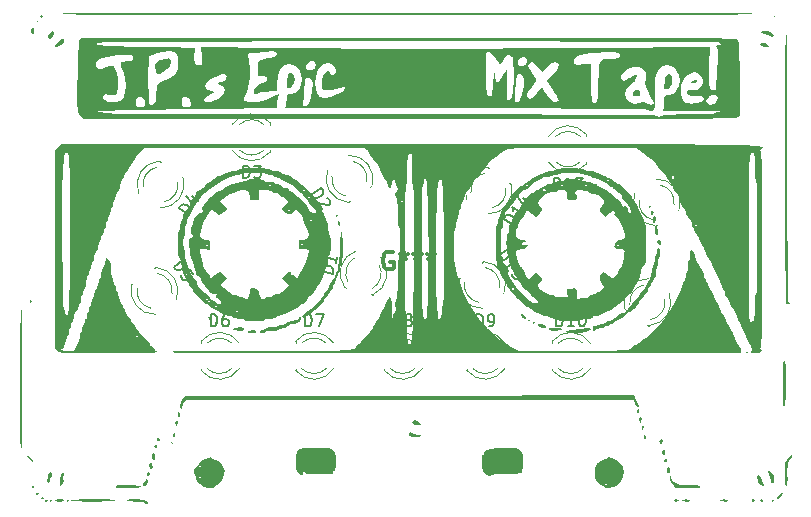
<source format=gbr>
%TF.GenerationSoftware,KiCad,Pcbnew,7.0.7*%
%TF.CreationDate,2024-03-11T11:39:52-07:00*%
%TF.ProjectId,DC32_Cassette_SAO,44433332-5f43-4617-9373-657474655f53,rev?*%
%TF.SameCoordinates,Original*%
%TF.FileFunction,Legend,Top*%
%TF.FilePolarity,Positive*%
%FSLAX46Y46*%
G04 Gerber Fmt 4.6, Leading zero omitted, Abs format (unit mm)*
G04 Created by KiCad (PCBNEW 7.0.7) date 2024-03-11 11:39:52*
%MOMM*%
%LPD*%
G01*
G04 APERTURE LIST*
%ADD10C,0.150000*%
%ADD11C,0.300000*%
%ADD12C,0.120000*%
G04 APERTURE END LIST*
D10*
X135991905Y-92914819D02*
X135991905Y-91914819D01*
X135991905Y-91914819D02*
X136230000Y-91914819D01*
X136230000Y-91914819D02*
X136372857Y-91962438D01*
X136372857Y-91962438D02*
X136468095Y-92057676D01*
X136468095Y-92057676D02*
X136515714Y-92152914D01*
X136515714Y-92152914D02*
X136563333Y-92343390D01*
X136563333Y-92343390D02*
X136563333Y-92486247D01*
X136563333Y-92486247D02*
X136515714Y-92676723D01*
X136515714Y-92676723D02*
X136468095Y-92771961D01*
X136468095Y-92771961D02*
X136372857Y-92867200D01*
X136372857Y-92867200D02*
X136230000Y-92914819D01*
X136230000Y-92914819D02*
X135991905Y-92914819D01*
X136896667Y-91914819D02*
X137515714Y-91914819D01*
X137515714Y-91914819D02*
X137182381Y-92295771D01*
X137182381Y-92295771D02*
X137325238Y-92295771D01*
X137325238Y-92295771D02*
X137420476Y-92343390D01*
X137420476Y-92343390D02*
X137468095Y-92391009D01*
X137468095Y-92391009D02*
X137515714Y-92486247D01*
X137515714Y-92486247D02*
X137515714Y-92724342D01*
X137515714Y-92724342D02*
X137468095Y-92819580D01*
X137468095Y-92819580D02*
X137420476Y-92867200D01*
X137420476Y-92867200D02*
X137325238Y-92914819D01*
X137325238Y-92914819D02*
X137039524Y-92914819D01*
X137039524Y-92914819D02*
X136944286Y-92867200D01*
X136944286Y-92867200D02*
X136896667Y-92819580D01*
X167509126Y-95968070D02*
X168328278Y-95394494D01*
X168328278Y-95394494D02*
X168464844Y-95589530D01*
X168464844Y-95589530D02*
X168507776Y-95733865D01*
X168507776Y-95733865D02*
X168484388Y-95866506D01*
X168484388Y-95866506D02*
X168433686Y-95960139D01*
X168433686Y-95960139D02*
X168304971Y-96108399D01*
X168304971Y-96108399D02*
X168187949Y-96190339D01*
X168187949Y-96190339D02*
X168004607Y-96260584D01*
X168004607Y-96260584D02*
X167899279Y-96276203D01*
X167899279Y-96276203D02*
X167766638Y-96252815D01*
X167766638Y-96252815D02*
X167645692Y-96163107D01*
X167645692Y-96163107D02*
X167509126Y-95968070D01*
X168383147Y-97216302D02*
X168055389Y-96748215D01*
X168219268Y-96982259D02*
X169038420Y-96408682D01*
X169038420Y-96408682D02*
X168866772Y-96412607D01*
X168866772Y-96412607D02*
X168734131Y-96389219D01*
X168734131Y-96389219D02*
X168640498Y-96338518D01*
X169342790Y-97009410D02*
X169409110Y-97021104D01*
X169409110Y-97021104D02*
X169502744Y-97071805D01*
X169502744Y-97071805D02*
X169639310Y-97266841D01*
X169639310Y-97266841D02*
X169654929Y-97372169D01*
X169654929Y-97372169D02*
X169643235Y-97438490D01*
X169643235Y-97438490D02*
X169592533Y-97532123D01*
X169592533Y-97532123D02*
X169514519Y-97586749D01*
X169514519Y-97586749D02*
X169370184Y-97629682D01*
X169370184Y-97629682D02*
X168574339Y-97489353D01*
X168574339Y-97489353D02*
X168929410Y-97996447D01*
X148756905Y-105494819D02*
X148756905Y-104494819D01*
X148756905Y-104494819D02*
X148995000Y-104494819D01*
X148995000Y-104494819D02*
X149137857Y-104542438D01*
X149137857Y-104542438D02*
X149233095Y-104637676D01*
X149233095Y-104637676D02*
X149280714Y-104732914D01*
X149280714Y-104732914D02*
X149328333Y-104923390D01*
X149328333Y-104923390D02*
X149328333Y-105066247D01*
X149328333Y-105066247D02*
X149280714Y-105256723D01*
X149280714Y-105256723D02*
X149233095Y-105351961D01*
X149233095Y-105351961D02*
X149137857Y-105447200D01*
X149137857Y-105447200D02*
X148995000Y-105494819D01*
X148995000Y-105494819D02*
X148756905Y-105494819D01*
X149899762Y-104923390D02*
X149804524Y-104875771D01*
X149804524Y-104875771D02*
X149756905Y-104828152D01*
X149756905Y-104828152D02*
X149709286Y-104732914D01*
X149709286Y-104732914D02*
X149709286Y-104685295D01*
X149709286Y-104685295D02*
X149756905Y-104590057D01*
X149756905Y-104590057D02*
X149804524Y-104542438D01*
X149804524Y-104542438D02*
X149899762Y-104494819D01*
X149899762Y-104494819D02*
X150090238Y-104494819D01*
X150090238Y-104494819D02*
X150185476Y-104542438D01*
X150185476Y-104542438D02*
X150233095Y-104590057D01*
X150233095Y-104590057D02*
X150280714Y-104685295D01*
X150280714Y-104685295D02*
X150280714Y-104732914D01*
X150280714Y-104732914D02*
X150233095Y-104828152D01*
X150233095Y-104828152D02*
X150185476Y-104875771D01*
X150185476Y-104875771D02*
X150090238Y-104923390D01*
X150090238Y-104923390D02*
X149899762Y-104923390D01*
X149899762Y-104923390D02*
X149804524Y-104971009D01*
X149804524Y-104971009D02*
X149756905Y-105018628D01*
X149756905Y-105018628D02*
X149709286Y-105113866D01*
X149709286Y-105113866D02*
X149709286Y-105304342D01*
X149709286Y-105304342D02*
X149756905Y-105399580D01*
X149756905Y-105399580D02*
X149804524Y-105447200D01*
X149804524Y-105447200D02*
X149899762Y-105494819D01*
X149899762Y-105494819D02*
X150090238Y-105494819D01*
X150090238Y-105494819D02*
X150185476Y-105447200D01*
X150185476Y-105447200D02*
X150233095Y-105399580D01*
X150233095Y-105399580D02*
X150280714Y-105304342D01*
X150280714Y-105304342D02*
X150280714Y-105113866D01*
X150280714Y-105113866D02*
X150233095Y-105018628D01*
X150233095Y-105018628D02*
X150185476Y-104971009D01*
X150185476Y-104971009D02*
X150090238Y-104923390D01*
X130125902Y-100454379D02*
X130945054Y-99880803D01*
X130945054Y-99880803D02*
X131081620Y-100075839D01*
X131081620Y-100075839D02*
X131124552Y-100220174D01*
X131124552Y-100220174D02*
X131101164Y-100352815D01*
X131101164Y-100352815D02*
X131050462Y-100446448D01*
X131050462Y-100446448D02*
X130921747Y-100594708D01*
X130921747Y-100594708D02*
X130804725Y-100676648D01*
X130804725Y-100676648D02*
X130621383Y-100746893D01*
X130621383Y-100746893D02*
X130516055Y-100762512D01*
X130516055Y-100762512D02*
X130383414Y-100739124D01*
X130383414Y-100739124D02*
X130262468Y-100649415D01*
X130262468Y-100649415D02*
X130125902Y-100454379D01*
X131791762Y-101090027D02*
X131518630Y-100699955D01*
X131518630Y-100699955D02*
X131101245Y-100934079D01*
X131101245Y-100934079D02*
X131167565Y-100945773D01*
X131167565Y-100945773D02*
X131261199Y-100996475D01*
X131261199Y-100996475D02*
X131397764Y-101191511D01*
X131397764Y-101191511D02*
X131413384Y-101296838D01*
X131413384Y-101296838D02*
X131401689Y-101363159D01*
X131401689Y-101363159D02*
X131350988Y-101456792D01*
X131350988Y-101456792D02*
X131155952Y-101593358D01*
X131155952Y-101593358D02*
X131050624Y-101608977D01*
X131050624Y-101608977D02*
X130984304Y-101597283D01*
X130984304Y-101597283D02*
X130890670Y-101546582D01*
X130890670Y-101546582D02*
X130754105Y-101351546D01*
X130754105Y-101351546D02*
X130738485Y-101246218D01*
X130738485Y-101246218D02*
X130750180Y-101179898D01*
X158872328Y-96949248D02*
X158053176Y-96375671D01*
X158053176Y-96375671D02*
X158189742Y-96180635D01*
X158189742Y-96180635D02*
X158310688Y-96090926D01*
X158310688Y-96090926D02*
X158443329Y-96067538D01*
X158443329Y-96067538D02*
X158548657Y-96083157D01*
X158548657Y-96083157D02*
X158731999Y-96153403D01*
X158731999Y-96153403D02*
X158849021Y-96235342D01*
X158849021Y-96235342D02*
X158977736Y-96383602D01*
X158977736Y-96383602D02*
X159028438Y-96477236D01*
X159028438Y-96477236D02*
X159051826Y-96609877D01*
X159051826Y-96609877D02*
X159008894Y-96754211D01*
X159008894Y-96754211D02*
X158872328Y-96949248D01*
X159746349Y-95701016D02*
X159418591Y-96169103D01*
X159582470Y-95935059D02*
X158763318Y-95361483D01*
X158763318Y-95361483D02*
X158825713Y-95521437D01*
X158825713Y-95521437D02*
X158849102Y-95654078D01*
X158849102Y-95654078D02*
X158833482Y-95759405D01*
X159691885Y-94616501D02*
X160237986Y-94998886D01*
X159243261Y-94593032D02*
X159691804Y-95197766D01*
X159691804Y-95197766D02*
X160046875Y-94690672D01*
X133256905Y-105494819D02*
X133256905Y-104494819D01*
X133256905Y-104494819D02*
X133495000Y-104494819D01*
X133495000Y-104494819D02*
X133637857Y-104542438D01*
X133637857Y-104542438D02*
X133733095Y-104637676D01*
X133733095Y-104637676D02*
X133780714Y-104732914D01*
X133780714Y-104732914D02*
X133828333Y-104923390D01*
X133828333Y-104923390D02*
X133828333Y-105066247D01*
X133828333Y-105066247D02*
X133780714Y-105256723D01*
X133780714Y-105256723D02*
X133733095Y-105351961D01*
X133733095Y-105351961D02*
X133637857Y-105447200D01*
X133637857Y-105447200D02*
X133495000Y-105494819D01*
X133495000Y-105494819D02*
X133256905Y-105494819D01*
X134685476Y-104494819D02*
X134495000Y-104494819D01*
X134495000Y-104494819D02*
X134399762Y-104542438D01*
X134399762Y-104542438D02*
X134352143Y-104590057D01*
X134352143Y-104590057D02*
X134256905Y-104732914D01*
X134256905Y-104732914D02*
X134209286Y-104923390D01*
X134209286Y-104923390D02*
X134209286Y-105304342D01*
X134209286Y-105304342D02*
X134256905Y-105399580D01*
X134256905Y-105399580D02*
X134304524Y-105447200D01*
X134304524Y-105447200D02*
X134399762Y-105494819D01*
X134399762Y-105494819D02*
X134590238Y-105494819D01*
X134590238Y-105494819D02*
X134685476Y-105447200D01*
X134685476Y-105447200D02*
X134733095Y-105399580D01*
X134733095Y-105399580D02*
X134780714Y-105304342D01*
X134780714Y-105304342D02*
X134780714Y-105066247D01*
X134780714Y-105066247D02*
X134733095Y-104971009D01*
X134733095Y-104971009D02*
X134685476Y-104923390D01*
X134685476Y-104923390D02*
X134590238Y-104875771D01*
X134590238Y-104875771D02*
X134399762Y-104875771D01*
X134399762Y-104875771D02*
X134304524Y-104923390D01*
X134304524Y-104923390D02*
X134256905Y-104971009D01*
X134256905Y-104971009D02*
X134209286Y-105066247D01*
X131376770Y-96059175D02*
X130557618Y-95485598D01*
X130557618Y-95485598D02*
X130694183Y-95290562D01*
X130694183Y-95290562D02*
X130815130Y-95200854D01*
X130815130Y-95200854D02*
X130947771Y-95177465D01*
X130947771Y-95177465D02*
X131053099Y-95193085D01*
X131053099Y-95193085D02*
X131236441Y-95263330D01*
X131236441Y-95263330D02*
X131353462Y-95345269D01*
X131353462Y-95345269D02*
X131482178Y-95493529D01*
X131482178Y-95493529D02*
X131532880Y-95587163D01*
X131532880Y-95587163D02*
X131556268Y-95719804D01*
X131556268Y-95719804D02*
X131513336Y-95864139D01*
X131513336Y-95864139D02*
X131376770Y-96059175D01*
X131650063Y-94506573D02*
X132196165Y-94888958D01*
X131201439Y-94483104D02*
X131649982Y-95087838D01*
X131649982Y-95087838D02*
X132005053Y-94580744D01*
X167479832Y-103017449D02*
X166660680Y-102443872D01*
X166660680Y-102443872D02*
X166797246Y-102248836D01*
X166797246Y-102248836D02*
X166918192Y-102159127D01*
X166918192Y-102159127D02*
X167050833Y-102135739D01*
X167050833Y-102135739D02*
X167156161Y-102151358D01*
X167156161Y-102151358D02*
X167339503Y-102221604D01*
X167339503Y-102221604D02*
X167456525Y-102303543D01*
X167456525Y-102303543D02*
X167585240Y-102451803D01*
X167585240Y-102451803D02*
X167635942Y-102545437D01*
X167635942Y-102545437D02*
X167659330Y-102678078D01*
X167659330Y-102678078D02*
X167616398Y-102822412D01*
X167616398Y-102822412D02*
X167479832Y-103017449D01*
X168353853Y-101769217D02*
X168026095Y-102237304D01*
X168189974Y-102003260D02*
X167370822Y-101429684D01*
X167370822Y-101429684D02*
X167433217Y-101589638D01*
X167433217Y-101589638D02*
X167456606Y-101722279D01*
X167456606Y-101722279D02*
X167440986Y-101827606D01*
X168900116Y-100989072D02*
X168572358Y-101457159D01*
X168736237Y-101223116D02*
X167917085Y-100649539D01*
X167917085Y-100649539D02*
X167979481Y-100809493D01*
X167979481Y-100809493D02*
X168002869Y-100942134D01*
X168002869Y-100942134D02*
X167987250Y-101047462D01*
X155756905Y-105494819D02*
X155756905Y-104494819D01*
X155756905Y-104494819D02*
X155995000Y-104494819D01*
X155995000Y-104494819D02*
X156137857Y-104542438D01*
X156137857Y-104542438D02*
X156233095Y-104637676D01*
X156233095Y-104637676D02*
X156280714Y-104732914D01*
X156280714Y-104732914D02*
X156328333Y-104923390D01*
X156328333Y-104923390D02*
X156328333Y-105066247D01*
X156328333Y-105066247D02*
X156280714Y-105256723D01*
X156280714Y-105256723D02*
X156233095Y-105351961D01*
X156233095Y-105351961D02*
X156137857Y-105447200D01*
X156137857Y-105447200D02*
X155995000Y-105494819D01*
X155995000Y-105494819D02*
X155756905Y-105494819D01*
X156804524Y-105494819D02*
X156995000Y-105494819D01*
X156995000Y-105494819D02*
X157090238Y-105447200D01*
X157090238Y-105447200D02*
X157137857Y-105399580D01*
X157137857Y-105399580D02*
X157233095Y-105256723D01*
X157233095Y-105256723D02*
X157280714Y-105066247D01*
X157280714Y-105066247D02*
X157280714Y-104685295D01*
X157280714Y-104685295D02*
X157233095Y-104590057D01*
X157233095Y-104590057D02*
X157185476Y-104542438D01*
X157185476Y-104542438D02*
X157090238Y-104494819D01*
X157090238Y-104494819D02*
X156899762Y-104494819D01*
X156899762Y-104494819D02*
X156804524Y-104542438D01*
X156804524Y-104542438D02*
X156756905Y-104590057D01*
X156756905Y-104590057D02*
X156709286Y-104685295D01*
X156709286Y-104685295D02*
X156709286Y-104923390D01*
X156709286Y-104923390D02*
X156756905Y-105018628D01*
X156756905Y-105018628D02*
X156804524Y-105066247D01*
X156804524Y-105066247D02*
X156899762Y-105113866D01*
X156899762Y-105113866D02*
X157090238Y-105113866D01*
X157090238Y-105113866D02*
X157185476Y-105066247D01*
X157185476Y-105066247D02*
X157233095Y-105018628D01*
X157233095Y-105018628D02*
X157280714Y-104923390D01*
X162290714Y-93914819D02*
X162290714Y-92914819D01*
X162290714Y-92914819D02*
X162528809Y-92914819D01*
X162528809Y-92914819D02*
X162671666Y-92962438D01*
X162671666Y-92962438D02*
X162766904Y-93057676D01*
X162766904Y-93057676D02*
X162814523Y-93152914D01*
X162814523Y-93152914D02*
X162862142Y-93343390D01*
X162862142Y-93343390D02*
X162862142Y-93486247D01*
X162862142Y-93486247D02*
X162814523Y-93676723D01*
X162814523Y-93676723D02*
X162766904Y-93771961D01*
X162766904Y-93771961D02*
X162671666Y-93867200D01*
X162671666Y-93867200D02*
X162528809Y-93914819D01*
X162528809Y-93914819D02*
X162290714Y-93914819D01*
X163814523Y-93914819D02*
X163243095Y-93914819D01*
X163528809Y-93914819D02*
X163528809Y-92914819D01*
X163528809Y-92914819D02*
X163433571Y-93057676D01*
X163433571Y-93057676D02*
X163338333Y-93152914D01*
X163338333Y-93152914D02*
X163243095Y-93200533D01*
X164147857Y-92914819D02*
X164766904Y-92914819D01*
X164766904Y-92914819D02*
X164433571Y-93295771D01*
X164433571Y-93295771D02*
X164576428Y-93295771D01*
X164576428Y-93295771D02*
X164671666Y-93343390D01*
X164671666Y-93343390D02*
X164719285Y-93391009D01*
X164719285Y-93391009D02*
X164766904Y-93486247D01*
X164766904Y-93486247D02*
X164766904Y-93724342D01*
X164766904Y-93724342D02*
X164719285Y-93819580D01*
X164719285Y-93819580D02*
X164671666Y-93867200D01*
X164671666Y-93867200D02*
X164576428Y-93914819D01*
X164576428Y-93914819D02*
X164290714Y-93914819D01*
X164290714Y-93914819D02*
X164195476Y-93867200D01*
X164195476Y-93867200D02*
X164147857Y-93819580D01*
D11*
X148678572Y-99249757D02*
X148535715Y-99178328D01*
X148535715Y-99178328D02*
X148321429Y-99178328D01*
X148321429Y-99178328D02*
X148107143Y-99249757D01*
X148107143Y-99249757D02*
X147964286Y-99392614D01*
X147964286Y-99392614D02*
X147892857Y-99535471D01*
X147892857Y-99535471D02*
X147821429Y-99821185D01*
X147821429Y-99821185D02*
X147821429Y-100035471D01*
X147821429Y-100035471D02*
X147892857Y-100321185D01*
X147892857Y-100321185D02*
X147964286Y-100464042D01*
X147964286Y-100464042D02*
X148107143Y-100606900D01*
X148107143Y-100606900D02*
X148321429Y-100678328D01*
X148321429Y-100678328D02*
X148464286Y-100678328D01*
X148464286Y-100678328D02*
X148678572Y-100606900D01*
X148678572Y-100606900D02*
X148750000Y-100535471D01*
X148750000Y-100535471D02*
X148750000Y-100035471D01*
X148750000Y-100035471D02*
X148464286Y-100035471D01*
X149607143Y-99178328D02*
X149607143Y-99535471D01*
X149250000Y-99392614D02*
X149607143Y-99535471D01*
X149607143Y-99535471D02*
X149964286Y-99392614D01*
X149392857Y-99821185D02*
X149607143Y-99535471D01*
X149607143Y-99535471D02*
X149821429Y-99821185D01*
X150750000Y-99178328D02*
X150750000Y-99535471D01*
X150392857Y-99392614D02*
X150750000Y-99535471D01*
X150750000Y-99535471D02*
X151107143Y-99392614D01*
X150535714Y-99821185D02*
X150750000Y-99535471D01*
X150750000Y-99535471D02*
X150964286Y-99821185D01*
X151892857Y-99178328D02*
X151892857Y-99535471D01*
X151535714Y-99392614D02*
X151892857Y-99535471D01*
X151892857Y-99535471D02*
X152250000Y-99392614D01*
X151678571Y-99821185D02*
X151892857Y-99535471D01*
X151892857Y-99535471D02*
X152107143Y-99821185D01*
D10*
X141256905Y-105494819D02*
X141256905Y-104494819D01*
X141256905Y-104494819D02*
X141495000Y-104494819D01*
X141495000Y-104494819D02*
X141637857Y-104542438D01*
X141637857Y-104542438D02*
X141733095Y-104637676D01*
X141733095Y-104637676D02*
X141780714Y-104732914D01*
X141780714Y-104732914D02*
X141828333Y-104923390D01*
X141828333Y-104923390D02*
X141828333Y-105066247D01*
X141828333Y-105066247D02*
X141780714Y-105256723D01*
X141780714Y-105256723D02*
X141733095Y-105351961D01*
X141733095Y-105351961D02*
X141637857Y-105447200D01*
X141637857Y-105447200D02*
X141495000Y-105494819D01*
X141495000Y-105494819D02*
X141256905Y-105494819D01*
X142161667Y-104494819D02*
X142828333Y-104494819D01*
X142828333Y-104494819D02*
X142399762Y-105494819D01*
X141782258Y-94358143D02*
X142601410Y-93784567D01*
X142601410Y-93784567D02*
X142737976Y-93979603D01*
X142737976Y-93979603D02*
X142780908Y-94123938D01*
X142780908Y-94123938D02*
X142757520Y-94256579D01*
X142757520Y-94256579D02*
X142706818Y-94350212D01*
X142706818Y-94350212D02*
X142578103Y-94498472D01*
X142578103Y-94498472D02*
X142461081Y-94580412D01*
X142461081Y-94580412D02*
X142277739Y-94650657D01*
X142277739Y-94650657D02*
X142172411Y-94666276D01*
X142172411Y-94666276D02*
X142039770Y-94642888D01*
X142039770Y-94642888D02*
X141918824Y-94553179D01*
X141918824Y-94553179D02*
X141782258Y-94358143D01*
X143069659Y-94619338D02*
X143135979Y-94631032D01*
X143135979Y-94631032D02*
X143229613Y-94681733D01*
X143229613Y-94681733D02*
X143366178Y-94876769D01*
X143366178Y-94876769D02*
X143381797Y-94982097D01*
X143381797Y-94982097D02*
X143370103Y-95048417D01*
X143370103Y-95048417D02*
X143319402Y-95142051D01*
X143319402Y-95142051D02*
X143241388Y-95196677D01*
X143241388Y-95196677D02*
X143097053Y-95239610D01*
X143097053Y-95239610D02*
X142301208Y-95099281D01*
X142301208Y-95099281D02*
X142656279Y-95606375D01*
X143580348Y-101069385D02*
X142614422Y-100810566D01*
X142614422Y-100810566D02*
X142676046Y-100580584D01*
X142676046Y-100580584D02*
X142759016Y-100454919D01*
X142759016Y-100454919D02*
X142875659Y-100387576D01*
X142875659Y-100387576D02*
X142979976Y-100366229D01*
X142979976Y-100366229D02*
X143176287Y-100369531D01*
X143176287Y-100369531D02*
X143314276Y-100406505D01*
X143314276Y-100406505D02*
X143485938Y-100501800D01*
X143485938Y-100501800D02*
X143565606Y-100572446D01*
X143565606Y-100572446D02*
X143632949Y-100689089D01*
X143632949Y-100689089D02*
X143641972Y-100839403D01*
X143641972Y-100839403D02*
X143580348Y-101069385D01*
X143974739Y-99597498D02*
X143826842Y-100149456D01*
X143900791Y-99873477D02*
X142934865Y-99614658D01*
X142934865Y-99614658D02*
X143048205Y-99743625D01*
X143048205Y-99743625D02*
X143115548Y-99860267D01*
X143115548Y-99860267D02*
X143136895Y-99964585D01*
X157584080Y-99564306D02*
X158403232Y-98990730D01*
X158403232Y-98990730D02*
X158539798Y-99185766D01*
X158539798Y-99185766D02*
X158582730Y-99330101D01*
X158582730Y-99330101D02*
X158559342Y-99462742D01*
X158559342Y-99462742D02*
X158508640Y-99556375D01*
X158508640Y-99556375D02*
X158379925Y-99704635D01*
X158379925Y-99704635D02*
X158262903Y-99786575D01*
X158262903Y-99786575D02*
X158079561Y-99856820D01*
X158079561Y-99856820D02*
X157974233Y-99872439D01*
X157974233Y-99872439D02*
X157841592Y-99849051D01*
X157841592Y-99849051D02*
X157720646Y-99759343D01*
X157720646Y-99759343D02*
X157584080Y-99564306D01*
X158458101Y-100812538D02*
X158130343Y-100344451D01*
X158294222Y-100578495D02*
X159113374Y-100004918D01*
X159113374Y-100004918D02*
X158941726Y-100008843D01*
X158941726Y-100008843D02*
X158809085Y-99985455D01*
X158809085Y-99985455D02*
X158715452Y-99934754D01*
X159796203Y-100980099D02*
X159523072Y-100590027D01*
X159523072Y-100590027D02*
X159105686Y-100824151D01*
X159105686Y-100824151D02*
X159172006Y-100835845D01*
X159172006Y-100835845D02*
X159265640Y-100886547D01*
X159265640Y-100886547D02*
X159402206Y-101081583D01*
X159402206Y-101081583D02*
X159417825Y-101186910D01*
X159417825Y-101186910D02*
X159406131Y-101253231D01*
X159406131Y-101253231D02*
X159355430Y-101346864D01*
X159355430Y-101346864D02*
X159160393Y-101483430D01*
X159160393Y-101483430D02*
X159055066Y-101499049D01*
X159055066Y-101499049D02*
X158988745Y-101487355D01*
X158988745Y-101487355D02*
X158895112Y-101436654D01*
X158895112Y-101436654D02*
X158758546Y-101241618D01*
X158758546Y-101241618D02*
X158742927Y-101136290D01*
X158742927Y-101136290D02*
X158754621Y-101069970D01*
X162515714Y-105494819D02*
X162515714Y-104494819D01*
X162515714Y-104494819D02*
X162753809Y-104494819D01*
X162753809Y-104494819D02*
X162896666Y-104542438D01*
X162896666Y-104542438D02*
X162991904Y-104637676D01*
X162991904Y-104637676D02*
X163039523Y-104732914D01*
X163039523Y-104732914D02*
X163087142Y-104923390D01*
X163087142Y-104923390D02*
X163087142Y-105066247D01*
X163087142Y-105066247D02*
X163039523Y-105256723D01*
X163039523Y-105256723D02*
X162991904Y-105351961D01*
X162991904Y-105351961D02*
X162896666Y-105447200D01*
X162896666Y-105447200D02*
X162753809Y-105494819D01*
X162753809Y-105494819D02*
X162515714Y-105494819D01*
X164039523Y-105494819D02*
X163468095Y-105494819D01*
X163753809Y-105494819D02*
X163753809Y-104494819D01*
X163753809Y-104494819D02*
X163658571Y-104637676D01*
X163658571Y-104637676D02*
X163563333Y-104732914D01*
X163563333Y-104732914D02*
X163468095Y-104780533D01*
X164658571Y-104494819D02*
X164753809Y-104494819D01*
X164753809Y-104494819D02*
X164849047Y-104542438D01*
X164849047Y-104542438D02*
X164896666Y-104590057D01*
X164896666Y-104590057D02*
X164944285Y-104685295D01*
X164944285Y-104685295D02*
X164991904Y-104875771D01*
X164991904Y-104875771D02*
X164991904Y-105113866D01*
X164991904Y-105113866D02*
X164944285Y-105304342D01*
X164944285Y-105304342D02*
X164896666Y-105399580D01*
X164896666Y-105399580D02*
X164849047Y-105447200D01*
X164849047Y-105447200D02*
X164753809Y-105494819D01*
X164753809Y-105494819D02*
X164658571Y-105494819D01*
X164658571Y-105494819D02*
X164563333Y-105447200D01*
X164563333Y-105447200D02*
X164515714Y-105399580D01*
X164515714Y-105399580D02*
X164468095Y-105304342D01*
X164468095Y-105304342D02*
X164420476Y-105113866D01*
X164420476Y-105113866D02*
X164420476Y-104875771D01*
X164420476Y-104875771D02*
X164468095Y-104685295D01*
X164468095Y-104685295D02*
X164515714Y-104590057D01*
X164515714Y-104590057D02*
X164563333Y-104542438D01*
X164563333Y-104542438D02*
X164658571Y-104494819D01*
D12*
%TO.C,D3*%
X138290000Y-90736000D02*
X138290000Y-90580000D01*
X138290000Y-88420000D02*
X138290000Y-88264000D01*
X135057666Y-90578608D02*
G75*
G03*
X138289999Y-90735515I1672334J1078608D01*
G01*
X135688871Y-90579836D02*
G75*
G03*
X137770960Y-90579999I1041129J1079836D01*
G01*
X137770960Y-88420001D02*
G75*
G03*
X135688871Y-88420164I-1040960J-1079999D01*
G01*
X138289999Y-88264485D02*
G75*
G03*
X135057666Y-88421392I-1559999J-1235515D01*
G01*
%TO.C,D12*%
X170885175Y-96990914D02*
X171012963Y-96901436D01*
X172782331Y-95662511D02*
X172910119Y-95573033D01*
X169160113Y-94252863D02*
G75*
G03*
X170885572Y-96990635I1842755J-751233D01*
G01*
X169521150Y-94770621D02*
G75*
G03*
X170715254Y-96476264I1481718J-233475D01*
G01*
X172484623Y-95237339D02*
G75*
G03*
X171290251Y-93531883I-1481755J233243D01*
G01*
X172909723Y-95573310D02*
G75*
G03*
X170927200Y-93015535I-1906855J569214D01*
G01*
%TO.C,D8*%
X147935000Y-106764000D02*
X147935000Y-106920000D01*
X147935000Y-109080000D02*
X147935000Y-109236000D01*
X151167334Y-106921392D02*
G75*
G03*
X147935001Y-106764485I-1672334J-1078608D01*
G01*
X150536129Y-106920164D02*
G75*
G03*
X148454040Y-106920001I-1041129J-1079836D01*
G01*
X148454040Y-109079999D02*
G75*
G03*
X150536129Y-109079836I1040960J1079999D01*
G01*
X147935001Y-109235515D02*
G75*
G03*
X151167334Y-109078608I1559999J1235515D01*
G01*
%TO.C,D5*%
X128614825Y-100509086D02*
X128487037Y-100598564D01*
X126717669Y-101837489D02*
X126589881Y-101926967D01*
X130339887Y-103247137D02*
G75*
G03*
X128614428Y-100509365I-1842755J751233D01*
G01*
X129978850Y-102729379D02*
G75*
G03*
X128784746Y-101023736I-1481718J233475D01*
G01*
X127015377Y-102262661D02*
G75*
G03*
X128209749Y-103968117I1481755J-233243D01*
G01*
X126590277Y-101926690D02*
G75*
G03*
X128572800Y-104484465I1906855J-569214D01*
G01*
%TO.C,D14*%
X158678809Y-93426967D02*
X158551021Y-93337489D01*
X156781653Y-92098564D02*
X156653865Y-92009086D01*
X156695890Y-95984465D02*
G75*
G03*
X158678413Y-93426690I75668J1988561D01*
G01*
X157058941Y-95468117D02*
G75*
G03*
X158253313Y-93762661I-287383J1472213D01*
G01*
X156483944Y-92523737D02*
G75*
G03*
X155289841Y-94229379I287614J-1472167D01*
G01*
X156654262Y-92009364D02*
G75*
G03*
X154928802Y-94747137I117296J-1986540D01*
G01*
%TO.C,D6*%
X132435000Y-106764000D02*
X132435000Y-106920000D01*
X132435000Y-109080000D02*
X132435000Y-109236000D01*
X135667334Y-106921392D02*
G75*
G03*
X132435001Y-106764485I-1672334J-1078608D01*
G01*
X135036129Y-106920164D02*
G75*
G03*
X132954040Y-106920001I-1041129J-1079836D01*
G01*
X132954040Y-109079999D02*
G75*
G03*
X135036129Y-109079836I1040960J1079999D01*
G01*
X132435001Y-109235515D02*
G75*
G03*
X135667334Y-109078608I1559999J1235515D01*
G01*
%TO.C,D4*%
X130910119Y-92926967D02*
X130782331Y-92837489D01*
X129012963Y-91598564D02*
X128885175Y-91509086D01*
X128927200Y-95484465D02*
G75*
G03*
X130909723Y-92926690I75668J1988561D01*
G01*
X129290251Y-94968117D02*
G75*
G03*
X130484623Y-93262661I-287383J1472213D01*
G01*
X128715254Y-92023737D02*
G75*
G03*
X127521151Y-93729379I287614J-1472167D01*
G01*
X128885572Y-91509364D02*
G75*
G03*
X127160112Y-94247137I117296J-1986540D01*
G01*
%TO.C,D11*%
X168321191Y-104028614D02*
X168448979Y-104118092D01*
X170218347Y-105357017D02*
X170346135Y-105446495D01*
X170304110Y-101471116D02*
G75*
G03*
X168321587Y-104028891I-75668J-1988561D01*
G01*
X169941059Y-101987464D02*
G75*
G03*
X168746687Y-103692920I287383J-1472213D01*
G01*
X170516056Y-104931844D02*
G75*
G03*
X171710159Y-103226202I-287614J1472167D01*
G01*
X170345738Y-105446217D02*
G75*
G03*
X172071198Y-102708444I-117296J1986540D01*
G01*
%TO.C,D9*%
X154935000Y-106764000D02*
X154935000Y-106920000D01*
X154935000Y-109080000D02*
X154935000Y-109236000D01*
X158167334Y-106921392D02*
G75*
G03*
X154935001Y-106764485I-1672334J-1078608D01*
G01*
X157536129Y-106920164D02*
G75*
G03*
X155454040Y-106920001I-1041129J-1079836D01*
G01*
X155454040Y-109079999D02*
G75*
G03*
X157536129Y-109079836I1040960J1079999D01*
G01*
X154935001Y-109235515D02*
G75*
G03*
X158167334Y-109078608I1559999J1235515D01*
G01*
%TO.C,D13*%
X165065000Y-91736000D02*
X165065000Y-91580000D01*
X165065000Y-89420000D02*
X165065000Y-89264000D01*
X161832666Y-91578608D02*
G75*
G03*
X165064999Y-91735515I1672334J1078608D01*
G01*
X162463871Y-91579836D02*
G75*
G03*
X164545960Y-91579999I1041129J1079836D01*
G01*
X164545960Y-89420001D02*
G75*
G03*
X162463871Y-89420164I-1040960J-1079999D01*
G01*
X165064999Y-89264485D02*
G75*
G03*
X161832666Y-89421392I-1559999J-1235515D01*
G01*
%TO.C,G\u002A\u002A\u002A*%
G36*
X181033200Y-79187517D02*
G01*
X181045311Y-79307612D01*
X181033200Y-79322444D01*
X180973040Y-79308553D01*
X180965737Y-79254980D01*
X181002763Y-79171685D01*
X181033200Y-79187517D01*
G37*
G36*
X118023961Y-103289865D02*
G01*
X118082338Y-103411142D01*
X118068587Y-103447630D01*
X117970897Y-103537360D01*
X117923095Y-103435160D01*
X117921115Y-103384068D01*
X117970904Y-103279841D01*
X118023961Y-103289865D01*
G37*
G36*
X118226352Y-118975124D02*
G01*
X118284728Y-119096401D01*
X118270977Y-119132889D01*
X118173287Y-119222619D01*
X118125485Y-119120419D01*
X118123506Y-119069327D01*
X118173294Y-118965100D01*
X118226352Y-118975124D01*
G37*
G36*
X119041255Y-119990377D02*
G01*
X119130985Y-120088067D01*
X119028785Y-120135869D01*
X118977693Y-120137849D01*
X118873466Y-120088060D01*
X118883490Y-120035003D01*
X119004767Y-119976626D01*
X119041255Y-119990377D01*
G37*
G36*
X128872125Y-114958340D02*
G01*
X128938913Y-115097393D01*
X128873755Y-115196205D01*
X128761233Y-115249954D01*
X128689222Y-115141243D01*
X128666045Y-114952769D01*
X128749897Y-114887577D01*
X128872125Y-114958340D01*
G37*
G36*
X171901611Y-116762330D02*
G01*
X171879789Y-116892211D01*
X171772606Y-116978720D01*
X171671830Y-116949424D01*
X171671411Y-116855313D01*
X171751240Y-116712743D01*
X171807569Y-116691866D01*
X171901611Y-116762330D01*
G37*
G36*
X118651949Y-119596715D02*
G01*
X118674738Y-119623229D01*
X118664640Y-119755535D01*
X118638125Y-119778324D01*
X118505820Y-119768226D01*
X118483031Y-119741711D01*
X118493129Y-119609406D01*
X118519643Y-119586617D01*
X118651949Y-119596715D01*
G37*
G36*
X118695891Y-79620562D02*
G01*
X118680079Y-79659761D01*
X118589145Y-79756300D01*
X118572912Y-79760956D01*
X118529447Y-79682662D01*
X118528287Y-79659761D01*
X118606081Y-79562455D01*
X118635454Y-79558566D01*
X118695891Y-79620562D01*
G37*
G36*
X119031322Y-79230792D02*
G01*
X119034263Y-79254980D01*
X118957256Y-79353235D01*
X118933067Y-79356175D01*
X118834813Y-79279168D01*
X118831872Y-79254980D01*
X118908879Y-79156726D01*
X118933067Y-79153785D01*
X119031322Y-79230792D01*
G37*
G36*
X119436103Y-120214856D02*
G01*
X119439044Y-120239044D01*
X119362037Y-120337298D01*
X119337848Y-120340239D01*
X119239594Y-120263232D01*
X119236653Y-120239044D01*
X119313660Y-120140789D01*
X119337848Y-120137849D01*
X119436103Y-120214856D01*
G37*
G36*
X119840884Y-120214856D02*
G01*
X119843824Y-120239044D01*
X119766817Y-120337298D01*
X119742629Y-120340239D01*
X119644375Y-120263232D01*
X119641434Y-120239044D01*
X119718441Y-120140789D01*
X119742629Y-120137849D01*
X119840884Y-120214856D01*
G37*
G36*
X121257617Y-120214856D02*
G01*
X121260557Y-120239044D01*
X121183550Y-120337298D01*
X121159362Y-120340239D01*
X121061108Y-120263232D01*
X121058167Y-120239044D01*
X121135174Y-120140789D01*
X121159362Y-120137849D01*
X121257617Y-120214856D01*
G37*
G36*
X128129162Y-117884965D02*
G01*
X128128864Y-118037617D01*
X128047630Y-118160220D01*
X127917662Y-118147530D01*
X127889865Y-118115595D01*
X127876318Y-117947218D01*
X127986394Y-117822802D01*
X128046609Y-117810359D01*
X128129162Y-117884965D01*
G37*
G36*
X128698406Y-115584064D02*
G01*
X128705761Y-115751828D01*
X128670652Y-115804089D01*
X128546600Y-115840406D01*
X128496016Y-115786454D01*
X128488661Y-115618690D01*
X128523770Y-115566429D01*
X128647822Y-115530113D01*
X128698406Y-115584064D01*
G37*
G36*
X130060423Y-115353937D02*
G01*
X130064542Y-115381673D01*
X130030015Y-115480238D01*
X130019916Y-115482869D01*
X129933519Y-115411957D01*
X129912749Y-115381673D01*
X129920772Y-115288424D01*
X129957374Y-115280478D01*
X130060423Y-115353937D01*
G37*
G36*
X130247956Y-114555672D02*
G01*
X130266932Y-114673307D01*
X130224554Y-114837746D01*
X130165737Y-114875697D01*
X130083517Y-114790941D01*
X130064542Y-114673307D01*
X130106920Y-114508868D01*
X130165737Y-114470916D01*
X130247956Y-114555672D01*
G37*
G36*
X130444198Y-113545565D02*
G01*
X130469322Y-113711952D01*
X130434682Y-113902129D01*
X130368127Y-113964940D01*
X130292056Y-113878339D01*
X130266932Y-113711952D01*
X130301572Y-113521775D01*
X130368127Y-113458964D01*
X130444198Y-113545565D01*
G37*
G36*
X130652737Y-112835354D02*
G01*
X130671713Y-112952988D01*
X130629335Y-113117427D01*
X130570518Y-113155379D01*
X130488298Y-113070623D01*
X130469322Y-112952988D01*
X130511700Y-112788549D01*
X130570518Y-112750598D01*
X130652737Y-112835354D01*
G37*
G36*
X133805824Y-105136768D02*
G01*
X133808765Y-105160956D01*
X133731758Y-105259211D01*
X133707569Y-105262151D01*
X133609315Y-105185144D01*
X133606374Y-105160956D01*
X133683381Y-105062702D01*
X133707569Y-105059761D01*
X133805824Y-105136768D01*
G37*
G36*
X134398811Y-105316794D02*
G01*
X134415936Y-105363347D01*
X134333972Y-105453125D01*
X134264143Y-105464542D01*
X134129476Y-105409899D01*
X134112350Y-105363347D01*
X134194314Y-105273568D01*
X134264143Y-105262151D01*
X134398811Y-105316794D01*
G37*
G36*
X143994696Y-96115383D02*
G01*
X143978884Y-96154582D01*
X143887949Y-96251120D01*
X143871717Y-96255777D01*
X143828252Y-96177483D01*
X143827091Y-96154582D01*
X143904885Y-96057275D01*
X143934259Y-96053387D01*
X143994696Y-96115383D01*
G37*
G36*
X144223789Y-96756377D02*
G01*
X144231872Y-96818323D01*
X144175292Y-96949112D01*
X144130677Y-96964144D01*
X144049252Y-96879133D01*
X144029482Y-96755781D01*
X144068438Y-96615856D01*
X144130677Y-96609960D01*
X144223789Y-96756377D01*
G37*
G36*
X160318971Y-104934378D02*
G01*
X160321912Y-104958566D01*
X160244905Y-105056820D01*
X160220717Y-105059761D01*
X160122462Y-104982754D01*
X160119522Y-104958566D01*
X160196529Y-104860311D01*
X160220717Y-104857371D01*
X160318971Y-104934378D01*
G37*
G36*
X160723752Y-105136768D02*
G01*
X160726693Y-105160956D01*
X160649686Y-105259211D01*
X160625498Y-105262151D01*
X160527243Y-105185144D01*
X160524303Y-105160956D01*
X160601310Y-105062702D01*
X160625498Y-105059761D01*
X160723752Y-105136768D01*
G37*
G36*
X169509132Y-112528594D02*
G01*
X169530677Y-112643430D01*
X169489390Y-112811085D01*
X169429482Y-112851793D01*
X169338718Y-112770262D01*
X169328287Y-112705972D01*
X169389960Y-112533683D01*
X169429482Y-112497610D01*
X169509132Y-112528594D01*
G37*
G36*
X169916482Y-113948501D02*
G01*
X169935458Y-114066136D01*
X169893080Y-114230574D01*
X169834263Y-114268526D01*
X169752043Y-114183770D01*
X169733067Y-114066136D01*
X169775445Y-113901697D01*
X169834263Y-113863745D01*
X169916482Y-113948501D01*
G37*
G36*
X170118873Y-114758063D02*
G01*
X170137848Y-114875697D01*
X170095470Y-115040136D01*
X170036653Y-115078088D01*
X169954434Y-114993332D01*
X169935458Y-114875697D01*
X169977836Y-114711258D01*
X170036653Y-114673307D01*
X170118873Y-114758063D01*
G37*
G36*
X170539689Y-95320832D02*
G01*
X170542629Y-95345020D01*
X170465622Y-95443275D01*
X170441434Y-95446215D01*
X170343179Y-95369208D01*
X170340239Y-95345020D01*
X170417246Y-95246765D01*
X170441434Y-95243825D01*
X170539689Y-95320832D01*
G37*
G36*
X170726044Y-95733362D02*
G01*
X170745020Y-95850996D01*
X170702642Y-96015435D01*
X170643824Y-96053387D01*
X170561605Y-95968631D01*
X170542629Y-95850996D01*
X170585007Y-95686557D01*
X170643824Y-95648606D01*
X170726044Y-95733362D01*
G37*
G36*
X171257988Y-98233405D02*
G01*
X171339957Y-98358805D01*
X171338770Y-98510999D01*
X171256968Y-98583267D01*
X171119916Y-98509708D01*
X171099203Y-98482072D01*
X171079405Y-98331996D01*
X171159716Y-98226705D01*
X171257988Y-98233405D01*
G37*
G36*
X171537020Y-115156030D02*
G01*
X171554581Y-115223908D01*
X171498560Y-115389545D01*
X171379004Y-115445846D01*
X171315708Y-115412654D01*
X171249933Y-115251774D01*
X171310414Y-115111157D01*
X171402789Y-115078088D01*
X171537020Y-115156030D01*
G37*
G36*
X171691865Y-115968304D02*
G01*
X171738395Y-116137491D01*
X171721898Y-116338766D01*
X171605179Y-116393626D01*
X171483407Y-116329049D01*
X171471963Y-116137491D01*
X171530305Y-115945592D01*
X171605179Y-115881357D01*
X171691865Y-115968304D01*
G37*
G36*
X172855088Y-120194429D02*
G01*
X172870119Y-120239044D01*
X172785108Y-120320468D01*
X172661757Y-120340239D01*
X172521832Y-120301283D01*
X172515936Y-120239044D01*
X172662353Y-120145931D01*
X172724299Y-120137849D01*
X172855088Y-120194429D01*
G37*
G36*
X178738282Y-107667935D02*
G01*
X178739442Y-107690837D01*
X178661648Y-107788143D01*
X178632274Y-107792032D01*
X178571837Y-107730036D01*
X178587649Y-107690837D01*
X178678584Y-107594298D01*
X178694817Y-107589642D01*
X178738282Y-107667935D01*
G37*
G36*
X179329488Y-120192491D02*
G01*
X179346613Y-120239044D01*
X179264649Y-120328822D01*
X179194820Y-120340239D01*
X179060153Y-120285597D01*
X179043028Y-120239044D01*
X179124991Y-120149266D01*
X179194820Y-120137849D01*
X179329488Y-120192491D01*
G37*
G36*
X180037854Y-120192491D02*
G01*
X180054980Y-120239044D01*
X179973016Y-120328822D01*
X179903187Y-120340239D01*
X179768520Y-120285597D01*
X179751394Y-120239044D01*
X179833358Y-120149266D01*
X179903187Y-120137849D01*
X180037854Y-120192491D01*
G37*
G36*
X180962796Y-120214856D02*
G01*
X180965737Y-120239044D01*
X180888730Y-120337298D01*
X180864542Y-120340239D01*
X180766287Y-120263232D01*
X180763346Y-120239044D01*
X180840353Y-120140789D01*
X180864542Y-120137849D01*
X180962796Y-120214856D01*
G37*
G36*
X118299840Y-80247682D02*
G01*
X118323323Y-80431427D01*
X118291561Y-80623834D01*
X118223986Y-80722753D01*
X118108291Y-80700930D01*
X118061367Y-80627530D01*
X118039777Y-80410109D01*
X118111594Y-80227242D01*
X118221525Y-80165737D01*
X118299840Y-80247682D01*
G37*
G36*
X133146972Y-104691443D02*
G01*
X133294260Y-104794897D01*
X133395150Y-104929375D01*
X133403984Y-104970957D01*
X133347907Y-105052909D01*
X133208594Y-104988016D01*
X133115488Y-104897462D01*
X133029041Y-104748172D01*
X133037146Y-104684500D01*
X133146972Y-104691443D01*
G37*
G36*
X159658737Y-104490459D02*
G01*
X159807873Y-104592317D01*
X159908823Y-104727492D01*
X159917131Y-104768566D01*
X159857615Y-104853801D01*
X159718875Y-104804653D01*
X159611516Y-104703132D01*
X159533497Y-104550285D01*
X159546082Y-104486321D01*
X159658737Y-104490459D01*
G37*
G36*
X174455809Y-84678136D02*
G01*
X174395190Y-84761513D01*
X174236496Y-84876250D01*
X174055605Y-84919530D01*
X173924844Y-84886333D01*
X173906741Y-84795418D01*
X174027320Y-84693243D01*
X174238294Y-84635019D01*
X174430684Y-84624817D01*
X174455809Y-84678136D01*
G37*
G36*
X128242313Y-117050953D02*
G01*
X128319692Y-117180945D01*
X128341489Y-117378662D01*
X128308115Y-117550968D01*
X128239852Y-117607968D01*
X128116621Y-117527100D01*
X128077232Y-117456175D01*
X128054763Y-117260762D01*
X128109503Y-117096399D01*
X128210753Y-117038441D01*
X128242313Y-117050953D01*
G37*
G36*
X128444703Y-116241391D02*
G01*
X128522082Y-116371383D01*
X128543879Y-116569100D01*
X128510505Y-116741407D01*
X128442242Y-116798406D01*
X128319011Y-116717538D01*
X128279622Y-116646614D01*
X128257154Y-116451200D01*
X128311893Y-116286837D01*
X128413144Y-116228879D01*
X128444703Y-116241391D01*
G37*
G36*
X150788615Y-113531722D02*
G01*
X150961354Y-113661355D01*
X151077015Y-113803883D01*
X151040146Y-113856333D01*
X150845485Y-113863745D01*
X150587899Y-113824897D01*
X150425020Y-113742311D01*
X150311172Y-113571709D01*
X150384599Y-113477666D01*
X150540889Y-113458964D01*
X150788615Y-113531722D01*
G37*
G36*
X161311663Y-105309691D02*
G01*
X161522136Y-105420772D01*
X161634251Y-105548089D01*
X161637450Y-105569298D01*
X161560377Y-105649406D01*
X161345513Y-105610673D01*
X161156773Y-105529316D01*
X160969711Y-105400991D01*
X160945878Y-105301085D01*
X161087529Y-105262151D01*
X161311663Y-105309691D01*
G37*
G36*
X170919308Y-96242546D02*
G01*
X170947403Y-96454479D01*
X170947410Y-96458167D01*
X170909169Y-96687681D01*
X170814568Y-96762798D01*
X170693862Y-96659652D01*
X170669119Y-96492048D01*
X170720734Y-96293703D01*
X170817133Y-96164804D01*
X170853034Y-96154582D01*
X170919308Y-96242546D01*
G37*
G36*
X172108864Y-117584758D02*
G01*
X172116668Y-117625190D01*
X172101381Y-117815733D01*
X172025258Y-117947055D01*
X171929558Y-117949136D01*
X171927151Y-117946806D01*
X171873386Y-117801272D01*
X171858167Y-117633267D01*
X171911149Y-117459759D01*
X172019842Y-117442804D01*
X172108864Y-117584758D01*
G37*
G36*
X173724034Y-120199818D02*
G01*
X173831474Y-120239044D01*
X173916387Y-120293620D01*
X173833782Y-120322649D01*
X173603785Y-120333127D01*
X173341224Y-120316282D01*
X173189019Y-120265513D01*
X173173705Y-120239044D01*
X173258287Y-120163778D01*
X173465164Y-120150702D01*
X173724034Y-120199818D01*
G37*
G36*
X176962281Y-120199818D02*
G01*
X177069721Y-120239044D01*
X177154634Y-120293620D01*
X177072029Y-120322649D01*
X176842032Y-120333127D01*
X176579471Y-120316282D01*
X176427266Y-120265513D01*
X176411952Y-120239044D01*
X176496534Y-120163778D01*
X176703411Y-120150702D01*
X176962281Y-120199818D01*
G37*
G36*
X119983985Y-80546250D02*
G01*
X120007574Y-80725670D01*
X119929169Y-80930543D01*
X119891011Y-80979068D01*
X119687295Y-81151678D01*
X119545553Y-81139595D01*
X119474192Y-81022127D01*
X119495346Y-80845645D01*
X119618929Y-80639785D01*
X119782799Y-80492975D01*
X119862684Y-80469323D01*
X119983985Y-80546250D01*
G37*
G36*
X171070512Y-97104253D02*
G01*
X171123336Y-97326166D01*
X171130610Y-97394223D01*
X171117779Y-97647212D01*
X171048175Y-97774399D01*
X170951235Y-97747541D01*
X170885634Y-97629272D01*
X170852096Y-97414474D01*
X170879459Y-97188123D01*
X170952019Y-97036097D01*
X170998008Y-97014741D01*
X171070512Y-97104253D01*
G37*
G36*
X181670422Y-119608740D02*
G01*
X181674103Y-119642341D01*
X181602878Y-119814757D01*
X181470556Y-119963566D01*
X181271478Y-120112473D01*
X181180793Y-120116314D01*
X181168127Y-120054293D01*
X181235237Y-119934715D01*
X181399022Y-119754141D01*
X181421115Y-119733068D01*
X181598140Y-119592665D01*
X181670422Y-119608740D01*
G37*
G36*
X117829329Y-116475975D02*
G01*
X117994885Y-116618105D01*
X118022310Y-116646614D01*
X118167508Y-116828041D01*
X118212818Y-116942133D01*
X118208633Y-116949401D01*
X118114096Y-116918447D01*
X117948540Y-116776318D01*
X117921115Y-116747809D01*
X117775918Y-116566382D01*
X117730608Y-116452289D01*
X117734793Y-116445021D01*
X117829329Y-116475975D01*
G37*
G36*
X120704471Y-120160293D02*
G01*
X120845455Y-120216360D01*
X120855777Y-120239044D01*
X120766001Y-120302413D01*
X120541731Y-120337659D01*
X120450996Y-120340239D01*
X120197521Y-120317795D01*
X120056537Y-120261728D01*
X120046215Y-120239044D01*
X120135990Y-120175675D01*
X120360260Y-120140429D01*
X120450996Y-120137849D01*
X120704471Y-120160293D01*
G37*
G36*
X127912962Y-118503489D02*
G01*
X127920865Y-118694952D01*
X127837209Y-118906665D01*
X127686600Y-119013361D01*
X127531994Y-118981156D01*
X127487085Y-118928394D01*
X127505821Y-118808081D01*
X127578845Y-118760172D01*
X127717297Y-118634078D01*
X127737052Y-118558496D01*
X127799088Y-118430986D01*
X127844968Y-118417530D01*
X127912962Y-118503489D01*
G37*
G36*
X135839749Y-105582649D02*
G01*
X136037747Y-105658470D01*
X136111462Y-105742829D01*
X136051439Y-105815924D01*
X135860602Y-105859881D01*
X135608713Y-105872590D01*
X135365535Y-105851943D01*
X135200832Y-105795829D01*
X135176734Y-105771094D01*
X135209839Y-105681052D01*
X135381974Y-105609104D01*
X135629780Y-105573258D01*
X135839749Y-105582649D01*
G37*
G36*
X136984515Y-105852803D02*
G01*
X137118831Y-105935792D01*
X137122908Y-105945219D01*
X137076622Y-106032408D01*
X136852036Y-106069578D01*
X136743426Y-106071713D01*
X136460332Y-106049108D01*
X136360129Y-105978016D01*
X136363944Y-105945219D01*
X136483536Y-105859070D01*
X136718170Y-105819076D01*
X136743426Y-105818725D01*
X136984515Y-105852803D01*
G37*
G36*
X169471652Y-85461250D02*
G01*
X169593666Y-85598670D01*
X169631872Y-85778896D01*
X169598927Y-85963104D01*
X169458969Y-86029470D01*
X169334259Y-86035060D01*
X169098185Y-86000584D01*
X168967795Y-85923657D01*
X168976587Y-85775371D01*
X169106079Y-85608308D01*
X169290641Y-85482703D01*
X169464642Y-85458786D01*
X169471652Y-85461250D01*
G37*
G36*
X169702925Y-113142119D02*
G01*
X169733060Y-113353992D01*
X169733067Y-113357769D01*
X169703756Y-113570926D01*
X169633131Y-113661331D01*
X169631872Y-113661355D01*
X169560820Y-113573419D01*
X169530685Y-113361546D01*
X169530677Y-113357769D01*
X169559989Y-113144612D01*
X169630613Y-113054207D01*
X169631872Y-113054183D01*
X169702925Y-113142119D01*
G37*
G36*
X180206189Y-81535715D02*
G01*
X180424780Y-81651872D01*
X180552604Y-81785352D01*
X180560956Y-81821315D01*
X180477513Y-81877378D01*
X180282517Y-81884493D01*
X180058962Y-81849499D01*
X179889847Y-81779234D01*
X179872828Y-81764622D01*
X179758869Y-81593702D01*
X179831099Y-81500522D01*
X179979083Y-81484493D01*
X180206189Y-81535715D01*
G37*
G36*
X119831464Y-117889810D02*
G01*
X119835666Y-118063897D01*
X119777917Y-118236219D01*
X119751198Y-118270797D01*
X119664051Y-118441370D01*
X119624704Y-118604228D01*
X119573395Y-118756065D01*
X119514940Y-118764454D01*
X119433033Y-118569440D01*
X119441075Y-118303989D01*
X119519977Y-118041568D01*
X119650646Y-117855646D01*
X119762868Y-117810359D01*
X119831464Y-117889810D01*
G37*
G36*
X150306814Y-114550644D02*
G01*
X150552503Y-114640956D01*
X150814161Y-114673307D01*
X151017244Y-114700606D01*
X151064710Y-114770718D01*
X151062550Y-114774502D01*
X150912710Y-114856139D01*
X150655187Y-114882118D01*
X150371737Y-114857743D01*
X150144114Y-114788314D01*
X150059042Y-114709421D01*
X150035354Y-114522361D01*
X150145668Y-114478978D01*
X150306814Y-114550644D01*
G37*
G36*
X162539316Y-105606430D02*
G01*
X162834525Y-105639791D01*
X163008431Y-105713659D01*
X163028426Y-105742829D01*
X162964491Y-105809348D01*
X162763966Y-105853495D01*
X162491632Y-105873216D01*
X162212268Y-105866455D01*
X161990653Y-105831155D01*
X161896991Y-105778731D01*
X161911169Y-105676142D01*
X162112573Y-105618953D01*
X162506353Y-105605783D01*
X162539316Y-105606430D01*
G37*
G36*
X179701875Y-118095316D02*
G01*
X179817495Y-118296777D01*
X179938943Y-118547777D01*
X180031976Y-118778958D01*
X180062316Y-118895787D01*
X180007203Y-118986528D01*
X179848257Y-118957988D01*
X179726095Y-118883625D01*
X179629205Y-118733589D01*
X179564596Y-118499117D01*
X179540604Y-118252971D01*
X179565566Y-118067914D01*
X179626327Y-118012749D01*
X179701875Y-118095316D01*
G37*
G36*
X180562831Y-117713777D02*
G01*
X180706616Y-117845624D01*
X180917752Y-118165016D01*
X180965737Y-118406958D01*
X180929697Y-118661886D01*
X180838739Y-118786433D01*
X180726863Y-118752096D01*
X180673426Y-118607919D01*
X180661528Y-118476561D01*
X180614741Y-118236897D01*
X180507925Y-117972394D01*
X180403845Y-117726531D01*
X180424437Y-117638864D01*
X180562831Y-117713777D01*
G37*
G36*
X140161550Y-84074234D02*
G01*
X140312765Y-84270663D01*
X140355959Y-84554654D01*
X140306062Y-84863069D01*
X140178007Y-85132769D01*
X139986726Y-85300618D01*
X139865348Y-85326693D01*
X139745483Y-85309244D01*
X139688980Y-85224530D01*
X139681463Y-85024002D01*
X139699476Y-84766558D01*
X139765388Y-84328815D01*
X139876988Y-84083022D01*
X140038357Y-84023064D01*
X140161550Y-84074234D01*
G37*
G36*
X172139239Y-84175430D02*
G01*
X172290455Y-84371858D01*
X172333648Y-84655849D01*
X172283752Y-84964264D01*
X172155697Y-85233964D01*
X171964415Y-85401813D01*
X171843037Y-85427889D01*
X171723172Y-85410439D01*
X171666670Y-85325725D01*
X171659152Y-85125197D01*
X171677165Y-84867754D01*
X171743077Y-84430010D01*
X171854677Y-84184217D01*
X172016047Y-84124259D01*
X172139239Y-84175430D01*
G37*
G36*
X180480631Y-80509470D02*
G01*
X180732860Y-80601779D01*
X180894458Y-80734883D01*
X180911797Y-80878818D01*
X180906781Y-80887628D01*
X180767754Y-80970817D01*
X180606494Y-80881319D01*
X180446935Y-80808943D01*
X180186097Y-80757868D01*
X180156175Y-80754825D01*
X179889269Y-80698893D01*
X179813576Y-80616640D01*
X179925384Y-80536200D01*
X180191401Y-80487921D01*
X180480631Y-80509470D01*
G37*
G36*
X120802198Y-81186122D02*
G01*
X120810653Y-81206062D01*
X120834698Y-81395832D01*
X120720405Y-81555596D01*
X120439093Y-81725028D01*
X120433436Y-81727855D01*
X120190037Y-81844734D01*
X120077210Y-81880295D01*
X120046692Y-81847979D01*
X120046215Y-81835693D01*
X120109705Y-81739568D01*
X120271933Y-81549350D01*
X120396905Y-81413533D01*
X120610964Y-81202537D01*
X120734378Y-81132592D01*
X120802198Y-81186122D01*
G37*
G36*
X120841488Y-117895316D02*
G01*
X120855777Y-118012749D01*
X120813044Y-118177182D01*
X120753724Y-118215140D01*
X120716967Y-118284189D01*
X120777353Y-118416388D01*
X120844143Y-118584224D01*
X120775916Y-118737224D01*
X120683324Y-118837349D01*
X120463612Y-119057060D01*
X120467317Y-118711996D01*
X120500582Y-118412449D01*
X120579199Y-118118533D01*
X120680434Y-117895954D01*
X120779284Y-117810359D01*
X120841488Y-117895316D01*
G37*
G36*
X126295020Y-118945381D02*
G01*
X126771981Y-118966890D01*
X127131549Y-119001141D01*
X127341649Y-119044304D01*
X127382868Y-119075299D01*
X127287027Y-119122198D01*
X127020886Y-119162673D01*
X126616519Y-119192894D01*
X126295020Y-119205217D01*
X125808086Y-119214312D01*
X125489570Y-119208166D01*
X125305809Y-119182759D01*
X125223140Y-119134071D01*
X125207171Y-119075299D01*
X125232961Y-119004971D01*
X125332773Y-118961157D01*
X125540269Y-118939838D01*
X125889111Y-118936993D01*
X126295020Y-118945381D01*
G37*
G36*
X165355506Y-105654300D02*
G01*
X165422398Y-105728921D01*
X165334734Y-105819823D01*
X165176833Y-105905974D01*
X164934740Y-105984742D01*
X164601501Y-106040593D01*
X164226126Y-106072511D01*
X163857624Y-106079484D01*
X163545004Y-106060495D01*
X163337276Y-106014530D01*
X163281640Y-105945219D01*
X163408805Y-105864749D01*
X163713195Y-105811162D01*
X163973140Y-105794011D01*
X164366779Y-105765002D01*
X164720244Y-105715199D01*
X164912328Y-105668831D01*
X165179037Y-105621554D01*
X165355506Y-105654300D01*
G37*
G36*
X129842165Y-82860787D02*
G01*
X129862054Y-83048283D01*
X129862151Y-83085561D01*
X129772538Y-83425075D01*
X129538329Y-83752799D01*
X129211471Y-84008641D01*
X128979787Y-84106306D01*
X128756556Y-84153798D01*
X128652158Y-84094339D01*
X128594960Y-83882834D01*
X128590938Y-83861517D01*
X128557032Y-83570917D01*
X128563463Y-83340655D01*
X128563783Y-83338964D01*
X128695999Y-83144660D01*
X128987777Y-82973462D01*
X129396289Y-82848512D01*
X129510619Y-82827377D01*
X129745269Y-82802024D01*
X129842165Y-82860787D01*
G37*
G36*
X124043331Y-120143197D02*
G01*
X124595484Y-120158771D01*
X124978449Y-120183864D01*
X125179159Y-120217770D01*
X125207171Y-120239044D01*
X125108228Y-120277329D01*
X124820111Y-120307175D01*
X124355888Y-120327876D01*
X123728630Y-120338725D01*
X123335059Y-120340239D01*
X122626788Y-120334891D01*
X122074635Y-120319317D01*
X121691669Y-120294224D01*
X121490960Y-120260318D01*
X121462948Y-120239044D01*
X121561891Y-120200759D01*
X121850008Y-120170913D01*
X122314230Y-120150212D01*
X122941489Y-120139363D01*
X123335059Y-120137849D01*
X124043331Y-120143197D01*
G37*
G36*
X127117407Y-120152929D02*
G01*
X127442997Y-120187290D01*
X127685298Y-120241268D01*
X127762350Y-120278717D01*
X127903841Y-120412047D01*
X127939442Y-120477889D01*
X127873909Y-120541087D01*
X127746946Y-120503386D01*
X127686454Y-120441434D01*
X127561662Y-120392492D01*
X127289851Y-120356565D01*
X126926299Y-120340510D01*
X126870920Y-120340239D01*
X126490716Y-120327592D01*
X126225975Y-120293393D01*
X126118486Y-120243259D01*
X126117928Y-120239044D01*
X126208790Y-120181241D01*
X126443515Y-120148534D01*
X126765317Y-120139553D01*
X127117407Y-120152929D01*
G37*
G36*
X182430242Y-116541851D02*
G01*
X182288130Y-116762078D01*
X182183572Y-116919030D01*
X182120237Y-117098623D01*
X182089721Y-117352033D01*
X182083616Y-117730434D01*
X182087150Y-117985668D01*
X182091698Y-118478589D01*
X182080891Y-118794507D01*
X182051038Y-118958472D01*
X181998447Y-118995536D01*
X181943957Y-118957238D01*
X181914890Y-118832852D01*
X181892136Y-118554008D01*
X181878806Y-118168611D01*
X181876617Y-117919987D01*
X181881103Y-117459430D01*
X181901208Y-117150399D01*
X181947116Y-116942100D01*
X182029011Y-116783741D01*
X182130126Y-116655567D01*
X182332604Y-116462097D01*
X182441260Y-116430000D01*
X182430242Y-116541851D01*
G37*
G36*
X181841119Y-108431181D02*
G01*
X181897358Y-108543287D01*
X181935811Y-108759782D01*
X181959101Y-109104925D01*
X181969854Y-109602975D01*
X181970692Y-110278193D01*
X181970576Y-110304890D01*
X181961189Y-111039413D01*
X181939507Y-111584401D01*
X181904033Y-111952425D01*
X181853268Y-112156053D01*
X181785714Y-112207852D01*
X181746829Y-112182421D01*
X181719655Y-112060004D01*
X181699095Y-111779300D01*
X181684973Y-111378500D01*
X181677109Y-110895798D01*
X181675326Y-110369386D01*
X181679446Y-109837457D01*
X181689291Y-109338204D01*
X181704682Y-108909819D01*
X181725442Y-108590495D01*
X181751392Y-108418424D01*
X181764472Y-108399203D01*
X181841119Y-108431181D01*
G37*
G36*
X172262915Y-118269312D02*
G01*
X172262948Y-118278456D01*
X172333454Y-118491999D01*
X172493123Y-118699684D01*
X172625850Y-118800766D01*
X172796426Y-118867646D01*
X173050203Y-118909115D01*
X173432532Y-118933967D01*
X173758537Y-118945013D01*
X174306412Y-118972266D01*
X174653739Y-119013435D01*
X174801358Y-119062295D01*
X174750106Y-119112625D01*
X174500824Y-119158201D01*
X174054349Y-119192800D01*
X173723506Y-119204934D01*
X173221332Y-119213688D01*
X172881835Y-119206507D01*
X172665613Y-119178679D01*
X172533264Y-119125491D01*
X172454202Y-119053141D01*
X172221436Y-118716886D01*
X172105518Y-118426157D01*
X172121226Y-118221877D01*
X172143558Y-118192856D01*
X172236550Y-118141460D01*
X172262915Y-118269312D01*
G37*
G36*
X117236678Y-104148567D02*
G01*
X117257470Y-104449140D01*
X117275079Y-104946975D01*
X117289463Y-105639520D01*
X117300578Y-106524224D01*
X117308382Y-107598534D01*
X117312830Y-108859899D01*
X117313944Y-110012355D01*
X117312223Y-111404376D01*
X117307108Y-112622139D01*
X117298666Y-113661540D01*
X117286966Y-114518476D01*
X117272078Y-115188843D01*
X117254071Y-115668538D01*
X117233013Y-115953457D01*
X117212749Y-116039442D01*
X117188608Y-115954342D01*
X117167720Y-115667843D01*
X117150102Y-115180909D01*
X117135768Y-114494506D01*
X117124737Y-113609598D01*
X117117023Y-112527151D01*
X117112645Y-111248130D01*
X117111554Y-110074897D01*
X117113245Y-108656164D01*
X117118293Y-107422588D01*
X117126653Y-106376683D01*
X117138285Y-105520962D01*
X117153146Y-104857939D01*
X117171194Y-104390128D01*
X117192386Y-104120043D01*
X117212749Y-104047809D01*
X117236678Y-104148567D01*
G37*
G36*
X169276283Y-111763682D02*
G01*
X169401916Y-112035612D01*
X169491201Y-112227714D01*
X169511092Y-112269920D01*
X169473253Y-112342770D01*
X169446397Y-112345817D01*
X169340261Y-112262715D01*
X169219281Y-112060806D01*
X169210870Y-112042231D01*
X169076490Y-111738645D01*
X150658365Y-111722594D01*
X148734385Y-111721065D01*
X146859978Y-111719865D01*
X145045596Y-111718989D01*
X143301689Y-111718430D01*
X141638707Y-111718182D01*
X140067103Y-111718240D01*
X138597326Y-111718597D01*
X137239829Y-111719248D01*
X136005061Y-111720188D01*
X134903473Y-111721409D01*
X133945517Y-111722907D01*
X133141643Y-111724674D01*
X132502303Y-111726707D01*
X132037947Y-111728998D01*
X131759026Y-111731542D01*
X131683665Y-111733250D01*
X131264989Y-111776731D01*
X131013139Y-111870671D01*
X130894991Y-112034186D01*
X130874103Y-112200443D01*
X130834903Y-112409783D01*
X130772908Y-112497610D01*
X130701537Y-112460417D01*
X130679109Y-112275893D01*
X130736889Y-111985038D01*
X130864434Y-111688048D01*
X131042362Y-111384462D01*
X150060144Y-111358901D01*
X169077925Y-111333340D01*
X169276283Y-111763682D01*
G37*
G36*
X140881139Y-104728734D02*
G01*
X140874206Y-104897947D01*
X140777755Y-105084548D01*
X140747865Y-105117587D01*
X140543172Y-105225086D01*
X140311568Y-105262151D01*
X140017535Y-105331589D01*
X139802595Y-105464542D01*
X139576238Y-105614104D01*
X139384705Y-105666932D01*
X139189223Y-105712464D01*
X139121514Y-105768128D01*
X138992909Y-105824689D01*
X138729684Y-105861418D01*
X138514342Y-105869323D01*
X138199177Y-105886723D01*
X137973884Y-105931414D01*
X137907171Y-105970518D01*
X137755898Y-106057998D01*
X137545987Y-106057479D01*
X137403028Y-105973485D01*
X137443199Y-105884215D01*
X137624745Y-105807738D01*
X137876075Y-105725384D01*
X138028569Y-105644818D01*
X138213506Y-105583087D01*
X138433350Y-105577175D01*
X138726982Y-105556440D01*
X138931117Y-105487702D01*
X139113259Y-105415552D01*
X139194809Y-105419776D01*
X139302362Y-105401893D01*
X139534839Y-105306759D01*
X139817736Y-105167344D01*
X140138481Y-105018638D01*
X140403285Y-104931493D01*
X140540697Y-104922911D01*
X140668388Y-104903795D01*
X140690040Y-104817600D01*
X140741490Y-104676125D01*
X140791235Y-104654980D01*
X140881139Y-104728734D01*
G37*
G36*
X133386803Y-116639163D02*
G01*
X133403984Y-116697211D01*
X133490800Y-116772503D01*
X133664200Y-116798406D01*
X133957074Y-116871934D01*
X134159119Y-117058586D01*
X134213546Y-117246557D01*
X134266014Y-117385800D01*
X134314741Y-117405578D01*
X134401470Y-117490757D01*
X134424632Y-117707638D01*
X134391232Y-117998235D01*
X134308273Y-118304561D01*
X134182761Y-118568630D01*
X134172342Y-118584358D01*
X133821521Y-118971091D01*
X133429263Y-119175626D01*
X133016667Y-119190783D01*
X132717123Y-119079453D01*
X132377066Y-118843989D01*
X132120975Y-118576148D01*
X131993708Y-118325781D01*
X131987251Y-118268336D01*
X131986697Y-118265737D01*
X132290836Y-118265737D01*
X132341434Y-118316335D01*
X132392032Y-118265737D01*
X132341434Y-118215140D01*
X132290836Y-118265737D01*
X131986697Y-118265737D01*
X131938958Y-118041930D01*
X131877747Y-117943724D01*
X131839143Y-117766917D01*
X131963434Y-117486208D01*
X132062019Y-117354980D01*
X132290836Y-117354980D01*
X132341434Y-117405578D01*
X132392032Y-117354980D01*
X132341434Y-117304383D01*
X132290836Y-117354980D01*
X132062019Y-117354980D01*
X132235034Y-117124678D01*
X132463752Y-116917665D01*
X132741394Y-116748015D01*
X133019854Y-116633320D01*
X133251026Y-116591173D01*
X133386803Y-116639163D01*
G37*
G36*
X158585586Y-115788540D02*
G01*
X158935515Y-115799623D01*
X159164130Y-115826948D01*
X159311966Y-115877755D01*
X159419556Y-115959288D01*
X159494101Y-116040212D01*
X159614370Y-116214289D01*
X159682056Y-116429549D01*
X159710679Y-116746760D01*
X159714741Y-117031925D01*
X159697871Y-117450590D01*
X159651707Y-117755576D01*
X159593306Y-117891315D01*
X159422995Y-117952801D01*
X159055528Y-117992738D01*
X158489166Y-118011280D01*
X158227171Y-118012749D01*
X157685130Y-118020663D01*
X157282848Y-118043191D01*
X157042745Y-118078510D01*
X156982470Y-118113944D01*
X156945895Y-118193914D01*
X156809629Y-118171190D01*
X156609216Y-118080205D01*
X156442816Y-117959976D01*
X156330979Y-117768356D01*
X156304805Y-117658566D01*
X159208765Y-117658566D01*
X159259362Y-117709163D01*
X159309960Y-117658566D01*
X159259362Y-117607968D01*
X159208765Y-117658566D01*
X156304805Y-117658566D01*
X156258018Y-117462314D01*
X156257359Y-117456175D01*
X159411155Y-117456175D01*
X159461753Y-117506773D01*
X159512350Y-117456175D01*
X159461753Y-117405578D01*
X159411155Y-117456175D01*
X156257359Y-117456175D01*
X156208243Y-116998817D01*
X156206445Y-116975498D01*
X156196536Y-116616386D01*
X156231593Y-116422282D01*
X156268669Y-116393626D01*
X156365272Y-116312632D01*
X156375299Y-116253471D01*
X156437855Y-116068644D01*
X156636609Y-115934154D01*
X156988190Y-115845430D01*
X157509226Y-115797899D01*
X158073808Y-115786454D01*
X158585586Y-115788540D01*
G37*
G36*
X181980259Y-80588241D02*
G01*
X181998631Y-80688353D01*
X182015106Y-80976758D01*
X182029697Y-81454882D01*
X182042416Y-82124150D01*
X182053277Y-82985987D01*
X182062290Y-84041819D01*
X182069470Y-85293073D01*
X182074828Y-86741172D01*
X182078376Y-88387544D01*
X182080128Y-90233614D01*
X182080191Y-92031733D01*
X182080394Y-94071507D01*
X182082446Y-95909323D01*
X182086350Y-97545606D01*
X182092110Y-98980782D01*
X182099729Y-100215274D01*
X182109211Y-101249506D01*
X182120560Y-102083905D01*
X182133779Y-102718894D01*
X182148873Y-103154899D01*
X182165844Y-103392343D01*
X182178815Y-103440638D01*
X182278099Y-103516865D01*
X182281275Y-103541833D01*
X182221193Y-103637173D01*
X182075163Y-103587454D01*
X181997928Y-103521594D01*
X181980052Y-103405416D01*
X181963454Y-103104219D01*
X181948146Y-102633469D01*
X181934140Y-102008637D01*
X181921447Y-101245191D01*
X181910079Y-100358599D01*
X181900049Y-99364331D01*
X181891369Y-98277855D01*
X181884049Y-97114640D01*
X181878103Y-95890155D01*
X181873542Y-94619868D01*
X181870378Y-93319249D01*
X181868623Y-92003765D01*
X181868288Y-90688887D01*
X181869387Y-89390082D01*
X181871930Y-88122820D01*
X181875930Y-86902569D01*
X181881398Y-85744798D01*
X181888347Y-84664976D01*
X181896788Y-83678572D01*
X181906733Y-82801054D01*
X181918195Y-82047891D01*
X181931184Y-81434552D01*
X181945714Y-80976505D01*
X181961796Y-80689220D01*
X181979441Y-80588166D01*
X181980259Y-80588241D01*
G37*
G36*
X142780518Y-115791962D02*
G01*
X143220512Y-115816233D01*
X143515815Y-115883420D01*
X143695276Y-116014456D01*
X143787744Y-116230274D01*
X143822066Y-116551807D01*
X143827091Y-116994293D01*
X143821316Y-117410090D01*
X143799826Y-117657004D01*
X143756375Y-117768317D01*
X143684718Y-117777315D01*
X143680452Y-117775741D01*
X143577772Y-117780232D01*
X143590084Y-117866110D01*
X143585346Y-117929925D01*
X143493228Y-117972578D01*
X143284022Y-117997982D01*
X142928019Y-118010051D01*
X142476811Y-118012749D01*
X141963061Y-118008907D01*
X141615165Y-117994001D01*
X141396675Y-117962957D01*
X141271143Y-117910706D01*
X141204121Y-117835657D01*
X141126273Y-117725841D01*
X141100512Y-117797604D01*
X141097898Y-117886255D01*
X141065720Y-118068446D01*
X140955518Y-118095410D01*
X140736178Y-117972812D01*
X140712556Y-117956413D01*
X140602349Y-117859773D01*
X140535266Y-117727535D01*
X140508097Y-117557371D01*
X140690040Y-117557371D01*
X140740637Y-117607968D01*
X140791235Y-117557371D01*
X140740637Y-117506773D01*
X140690040Y-117557371D01*
X140508097Y-117557371D01*
X140500857Y-117512025D01*
X140488673Y-117165565D01*
X140487649Y-116930318D01*
X140491652Y-116512308D01*
X140522780Y-116211794D01*
X140553328Y-116140638D01*
X140892430Y-116140638D01*
X140943028Y-116191235D01*
X140993625Y-116140638D01*
X140943028Y-116090040D01*
X140892430Y-116140638D01*
X140553328Y-116140638D01*
X140609714Y-116009296D01*
X140781135Y-115885334D01*
X141065721Y-115820428D01*
X141492154Y-115795096D01*
X142089115Y-115789860D01*
X142166985Y-115789673D01*
X142780518Y-115791962D01*
G37*
G36*
X153517622Y-78951728D02*
G01*
X156727122Y-78952727D01*
X159735578Y-78954392D01*
X162542904Y-78956723D01*
X165149012Y-78959719D01*
X167553816Y-78963381D01*
X169757228Y-78967707D01*
X171759161Y-78972697D01*
X173559528Y-78978352D01*
X175158242Y-78984670D01*
X176555216Y-78991652D01*
X177750362Y-78999298D01*
X178743594Y-79007606D01*
X179534823Y-79016577D01*
X180123964Y-79026211D01*
X180510929Y-79036506D01*
X180695631Y-79047464D01*
X180712749Y-79052590D01*
X180607170Y-79062243D01*
X180308986Y-79071433D01*
X179827694Y-79080158D01*
X179172790Y-79088419D01*
X178353773Y-79096216D01*
X177380139Y-79103548D01*
X176261386Y-79110417D01*
X175007011Y-79116821D01*
X173626512Y-79122761D01*
X172129385Y-79128236D01*
X170525128Y-79133248D01*
X168823239Y-79137795D01*
X167033214Y-79141878D01*
X165164551Y-79145497D01*
X163226747Y-79148651D01*
X161229300Y-79151341D01*
X159181707Y-79153567D01*
X157093465Y-79155329D01*
X154974071Y-79156627D01*
X152833023Y-79157460D01*
X150679818Y-79157829D01*
X148523954Y-79157734D01*
X146374927Y-79157175D01*
X144242235Y-79156151D01*
X142135375Y-79154664D01*
X140063845Y-79152712D01*
X138037142Y-79150295D01*
X136064762Y-79147415D01*
X134156205Y-79144070D01*
X132320966Y-79140261D01*
X130568543Y-79135988D01*
X128908433Y-79131251D01*
X127350134Y-79126049D01*
X125903144Y-79120383D01*
X124576958Y-79114253D01*
X123381075Y-79107659D01*
X122324992Y-79100600D01*
X121418206Y-79093078D01*
X120670214Y-79085091D01*
X120090514Y-79076639D01*
X119688604Y-79067724D01*
X119473979Y-79058344D01*
X119439044Y-79052590D01*
X119540200Y-79041368D01*
X119843518Y-79030801D01*
X120348770Y-79020891D01*
X121055728Y-79011637D01*
X121964163Y-79003042D01*
X123073848Y-78995104D01*
X124384555Y-78987826D01*
X125896055Y-78981208D01*
X127608122Y-78975251D01*
X129520528Y-78969955D01*
X131633043Y-78965321D01*
X133945441Y-78961350D01*
X136457493Y-78958043D01*
X139168972Y-78955401D01*
X142079650Y-78953423D01*
X145189298Y-78952112D01*
X148497689Y-78951467D01*
X150107167Y-78951395D01*
X153517622Y-78951728D01*
G37*
G36*
X167194271Y-116628787D02*
G01*
X167538791Y-116795643D01*
X167921771Y-117082338D01*
X167936852Y-117095626D01*
X168150471Y-117408836D01*
X168221178Y-117802704D01*
X168159210Y-118225576D01*
X167974805Y-118625793D01*
X167678199Y-118951699D01*
X167552072Y-119037306D01*
X167296353Y-119145368D01*
X167012334Y-119207086D01*
X166763683Y-119216559D01*
X166614069Y-119167889D01*
X166596016Y-119125896D01*
X166515533Y-119032944D01*
X166463156Y-119024701D01*
X166311946Y-118956691D01*
X166188644Y-118856043D01*
X166629747Y-118856043D01*
X166643638Y-118916203D01*
X166697211Y-118923506D01*
X166780506Y-118886480D01*
X166764674Y-118856043D01*
X166644579Y-118843931D01*
X166629747Y-118856043D01*
X166188644Y-118856043D01*
X166105802Y-118788421D01*
X166058375Y-118740877D01*
X165896146Y-118538008D01*
X165814205Y-118316133D01*
X165810002Y-118265737D01*
X166090040Y-118265737D01*
X166140637Y-118316335D01*
X166191235Y-118265737D01*
X167810358Y-118265737D01*
X167860956Y-118316335D01*
X167911554Y-118265737D01*
X167860956Y-118215140D01*
X167810358Y-118265737D01*
X166191235Y-118265737D01*
X166140637Y-118215140D01*
X166090040Y-118265737D01*
X165810002Y-118265737D01*
X165787465Y-117995475D01*
X165786454Y-117876118D01*
X165793872Y-117709163D01*
X167810358Y-117709163D01*
X167847384Y-117792459D01*
X167877822Y-117776627D01*
X167889933Y-117656532D01*
X167877822Y-117641700D01*
X167817661Y-117655591D01*
X167810358Y-117709163D01*
X165793872Y-117709163D01*
X165802688Y-117510759D01*
X165844107Y-117354980D01*
X167810358Y-117354980D01*
X167860956Y-117405578D01*
X167911554Y-117354980D01*
X167860956Y-117304383D01*
X167810358Y-117354980D01*
X165844107Y-117354980D01*
X165866353Y-117271313D01*
X165950475Y-117152590D01*
X167203187Y-117152590D01*
X167253785Y-117203187D01*
X167304382Y-117152590D01*
X167253785Y-117101992D01*
X167203187Y-117152590D01*
X165950475Y-117152590D01*
X165999889Y-117082852D01*
X166034842Y-117046795D01*
X166261023Y-116876006D01*
X166472697Y-116798788D01*
X166484248Y-116798406D01*
X166679883Y-116752955D01*
X166747808Y-116697211D01*
X166920011Y-116592425D01*
X167194271Y-116628787D01*
G37*
G36*
X144338576Y-97422927D02*
G01*
X144378331Y-97544078D01*
X144407240Y-97820302D01*
X144425399Y-98204576D01*
X144432902Y-98649880D01*
X144429844Y-99109191D01*
X144416321Y-99535487D01*
X144392426Y-99881746D01*
X144358255Y-100100947D01*
X144333067Y-100151793D01*
X144264632Y-100286357D01*
X144232265Y-100531583D01*
X144231872Y-100562546D01*
X144206051Y-100794267D01*
X144142694Y-100908298D01*
X144130677Y-100910757D01*
X144048458Y-100995513D01*
X144029482Y-101113147D01*
X143987104Y-101277586D01*
X143928287Y-101315538D01*
X143857234Y-101403473D01*
X143827099Y-101615347D01*
X143827091Y-101619124D01*
X143797780Y-101832281D01*
X143727155Y-101922686D01*
X143725896Y-101922709D01*
X143643677Y-102007465D01*
X143624701Y-102125100D01*
X143582323Y-102289539D01*
X143523506Y-102327490D01*
X143431222Y-102408308D01*
X143422310Y-102464274D01*
X143356878Y-102617327D01*
X143192860Y-102837004D01*
X143118725Y-102918732D01*
X142932596Y-103130467D01*
X142825409Y-103285261D01*
X142815139Y-103316679D01*
X142744907Y-103434745D01*
X142564654Y-103638627D01*
X142320043Y-103884817D01*
X142056738Y-104129810D01*
X141820402Y-104330099D01*
X141656698Y-104442178D01*
X141622913Y-104452590D01*
X141507471Y-104502494D01*
X141499601Y-104529443D01*
X141424263Y-104641715D01*
X141260781Y-104749272D01*
X141102949Y-104798405D01*
X141055133Y-104783951D01*
X140996489Y-104615389D01*
X141123916Y-104440079D01*
X141271912Y-104348851D01*
X141473982Y-104215771D01*
X141747740Y-103993410D01*
X142053742Y-103719465D01*
X142352541Y-103431631D01*
X142604694Y-103167604D01*
X142770753Y-102965080D01*
X142815139Y-102874079D01*
X142885549Y-102716448D01*
X142964608Y-102633005D01*
X143086796Y-102478923D01*
X143251798Y-102205295D01*
X143390967Y-101937546D01*
X143547456Y-101633977D01*
X143678417Y-101414158D01*
X143747475Y-101332404D01*
X143814655Y-101216530D01*
X143827091Y-101110687D01*
X143869925Y-100924310D01*
X143917106Y-100867070D01*
X144002309Y-100733924D01*
X144072131Y-100442227D01*
X144128073Y-99980424D01*
X144171636Y-99336958D01*
X144197798Y-98707193D01*
X144222901Y-98164973D01*
X144256204Y-97754541D01*
X144295155Y-97499183D01*
X144337203Y-97422182D01*
X144338576Y-97422927D01*
G37*
G36*
X171286637Y-98921694D02*
G01*
X171331527Y-99120763D01*
X171327790Y-99347589D01*
X171268149Y-99516299D01*
X171258907Y-99526591D01*
X171190601Y-99690028D01*
X171152593Y-99965701D01*
X171149801Y-100064864D01*
X171127887Y-100344343D01*
X171072988Y-100528828D01*
X171048605Y-100556574D01*
X170980170Y-100691138D01*
X170947803Y-100936364D01*
X170947410Y-100967327D01*
X170921589Y-101199048D01*
X170858232Y-101313079D01*
X170846215Y-101315538D01*
X170763995Y-101400294D01*
X170745020Y-101517928D01*
X170702642Y-101682367D01*
X170643824Y-101720319D01*
X170561605Y-101805075D01*
X170542629Y-101922709D01*
X170508096Y-102087262D01*
X170460322Y-102125100D01*
X170373767Y-102209756D01*
X170263778Y-102419175D01*
X170239570Y-102477942D01*
X170065524Y-102796236D01*
X169831424Y-103088857D01*
X169815901Y-103104046D01*
X169632124Y-103306873D01*
X169535158Y-103466074D01*
X169530677Y-103490317D01*
X169460119Y-103628446D01*
X169287716Y-103831424D01*
X169072373Y-104041130D01*
X168872994Y-104199446D01*
X168760529Y-104250199D01*
X168629975Y-104317482D01*
X168435185Y-104484283D01*
X168384523Y-104535424D01*
X168099020Y-104769952D01*
X167777769Y-104951244D01*
X167758419Y-104959092D01*
X167529763Y-105068557D01*
X167410506Y-105164202D01*
X167405577Y-105179844D01*
X167320662Y-105246764D01*
X167203187Y-105262151D01*
X167038748Y-105304529D01*
X167000797Y-105363347D01*
X166916041Y-105445566D01*
X166798406Y-105464542D01*
X166633967Y-105506920D01*
X166596016Y-105565737D01*
X166507166Y-105633079D01*
X166289154Y-105666218D01*
X166247805Y-105666932D01*
X165995746Y-105693747D01*
X165843922Y-105759200D01*
X165837052Y-105768128D01*
X165708908Y-105867707D01*
X165606932Y-105792935D01*
X165584063Y-105666932D01*
X165644947Y-105506880D01*
X165831079Y-105464542D01*
X166045350Y-105427230D01*
X166140637Y-105363347D01*
X166280480Y-105284296D01*
X166444223Y-105262151D01*
X166656126Y-105223953D01*
X166747808Y-105160956D01*
X166888545Y-105080081D01*
X167036829Y-105059761D01*
X167243537Y-104986391D01*
X167511708Y-104793221D01*
X167656055Y-104657551D01*
X167904953Y-104424994D01*
X168069163Y-104335117D01*
X168182569Y-104366356D01*
X168294026Y-104423217D01*
X168316334Y-104355026D01*
X168382516Y-104230727D01*
X168559081Y-104004538D01*
X168744603Y-103794821D01*
X169024701Y-103794821D01*
X169075299Y-103845418D01*
X169125896Y-103794821D01*
X169075299Y-103744223D01*
X169024701Y-103794821D01*
X168744603Y-103794821D01*
X168813057Y-103717439D01*
X168923506Y-103600376D01*
X169197834Y-103303805D01*
X169407664Y-103056239D01*
X169520221Y-102897218D01*
X169530677Y-102867810D01*
X169598287Y-102736908D01*
X169763653Y-102549183D01*
X169789556Y-102524347D01*
X169993919Y-102273545D01*
X170211017Y-101915571D01*
X170412158Y-101511010D01*
X170568647Y-101120447D01*
X170651789Y-100804465D01*
X170656863Y-100693103D01*
X170673617Y-100470269D01*
X170738446Y-100358246D01*
X170808913Y-100221964D01*
X170844984Y-99970893D01*
X170846215Y-99913072D01*
X170869303Y-99639701D01*
X170926134Y-99455131D01*
X170938841Y-99438367D01*
X171023377Y-99269615D01*
X171065335Y-99089243D01*
X171125555Y-98898862D01*
X171200398Y-98836255D01*
X171286637Y-98921694D01*
G37*
G36*
X137334524Y-92112151D02*
G01*
X137731377Y-92128571D01*
X138035724Y-92156852D01*
X138198475Y-92196994D01*
X138210757Y-92207968D01*
X138348168Y-92282103D01*
X138558554Y-92309163D01*
X138838506Y-92350432D01*
X139168471Y-92452440D01*
X139235649Y-92480107D01*
X139489294Y-92588147D01*
X139654220Y-92653546D01*
X139678087Y-92661039D01*
X139792801Y-92706224D01*
X140022127Y-92808244D01*
X140133466Y-92859607D01*
X140333509Y-92986333D01*
X140621029Y-93210525D01*
X140962468Y-93501028D01*
X141324268Y-93826687D01*
X141672875Y-94156347D01*
X141974730Y-94458854D01*
X142196276Y-94703052D01*
X142303958Y-94857788D01*
X142309163Y-94879563D01*
X142370197Y-95025987D01*
X142451823Y-95134661D01*
X142589423Y-95366537D01*
X142628914Y-95496813D01*
X142692743Y-95694682D01*
X142821735Y-95994874D01*
X142941633Y-96240754D01*
X143161996Y-96806850D01*
X143219920Y-97278005D01*
X143238478Y-97563249D01*
X143285833Y-97742443D01*
X143321115Y-97773705D01*
X143371230Y-97868386D01*
X143406446Y-98126876D01*
X143421973Y-98510845D01*
X143422310Y-98583267D01*
X143410475Y-98984182D01*
X143378164Y-99265913D01*
X143330168Y-99390130D01*
X143321115Y-99392829D01*
X143260431Y-99483203D01*
X143224310Y-99711545D01*
X143219920Y-99842235D01*
X143198962Y-100128236D01*
X143146183Y-100320297D01*
X143118725Y-100354183D01*
X143030751Y-100498310D01*
X143017530Y-100593647D01*
X142969406Y-100784131D01*
X142843771Y-101091222D01*
X142668733Y-101458880D01*
X142472395Y-101831064D01*
X142282864Y-102151735D01*
X142130430Y-102362435D01*
X141962090Y-102586477D01*
X141872040Y-102757570D01*
X141746312Y-102907536D01*
X141654570Y-102934661D01*
X141518182Y-103005315D01*
X141499601Y-103068815D01*
X141425872Y-103233049D01*
X141253333Y-103431548D01*
X141054963Y-103591561D01*
X140923597Y-103643028D01*
X140774077Y-103712995D01*
X140693765Y-103790332D01*
X140536112Y-103913184D01*
X140251282Y-104082104D01*
X139896471Y-104268738D01*
X139528877Y-104444734D01*
X139205698Y-104581738D01*
X138984130Y-104651396D01*
X138949498Y-104654980D01*
X138766802Y-104708239D01*
X138716733Y-104756175D01*
X138585658Y-104817659D01*
X138329078Y-104853561D01*
X138204784Y-104857371D01*
X137935286Y-104877721D01*
X137774876Y-104929138D01*
X137755378Y-104958566D01*
X137660697Y-105008680D01*
X137402208Y-105043897D01*
X137018238Y-105059424D01*
X136945816Y-105059761D01*
X136544901Y-105047926D01*
X136263171Y-105015615D01*
X136138953Y-104967619D01*
X136136255Y-104958566D01*
X136045881Y-104897881D01*
X135817538Y-104861761D01*
X135686848Y-104857371D01*
X135400848Y-104836412D01*
X135208786Y-104783633D01*
X135174900Y-104756175D01*
X135030678Y-104667997D01*
X134936732Y-104654980D01*
X134679360Y-104596918D01*
X134307218Y-104439965D01*
X134136885Y-104351395D01*
X134820717Y-104351395D01*
X134857743Y-104434690D01*
X134888180Y-104418858D01*
X134900291Y-104298763D01*
X134888180Y-104283931D01*
X134828020Y-104297822D01*
X134820717Y-104351395D01*
X134136885Y-104351395D01*
X133864915Y-104209976D01*
X133847404Y-104199602D01*
X135427888Y-104199602D01*
X135478486Y-104250199D01*
X135529083Y-104199602D01*
X135478486Y-104149004D01*
X135427888Y-104199602D01*
X133847404Y-104199602D01*
X133397059Y-103932803D01*
X133164246Y-103777955D01*
X133640106Y-103777955D01*
X133653997Y-103838115D01*
X133707569Y-103845418D01*
X133790865Y-103808393D01*
X133775033Y-103777955D01*
X133654938Y-103765844D01*
X133640106Y-103777955D01*
X133164246Y-103777955D01*
X132948259Y-103634298D01*
X132893409Y-103592430D01*
X133505179Y-103592430D01*
X133555777Y-103643028D01*
X133606374Y-103592430D01*
X133555777Y-103541833D01*
X133505179Y-103592430D01*
X132893409Y-103592430D01*
X132606168Y-103373174D01*
X133032935Y-103373174D01*
X133046826Y-103433334D01*
X133100398Y-103440638D01*
X133183693Y-103403612D01*
X133167862Y-103373174D01*
X133047767Y-103361063D01*
X133032935Y-103373174D01*
X132606168Y-103373174D01*
X132563122Y-103340316D01*
X132393806Y-103187649D01*
X132898008Y-103187649D01*
X132948605Y-103238247D01*
X132999203Y-103187649D01*
X132948605Y-103137052D01*
X132898008Y-103187649D01*
X132393806Y-103187649D01*
X132373820Y-103169628D01*
X132100496Y-102886055D01*
X131894593Y-102647479D01*
X131790866Y-102495022D01*
X131784860Y-102472836D01*
X131716242Y-102325386D01*
X131582470Y-102175697D01*
X131431637Y-102009176D01*
X131414231Y-101973307D01*
X131683665Y-101973307D01*
X131734263Y-102023904D01*
X131784860Y-101973307D01*
X131734263Y-101922709D01*
X131683665Y-101973307D01*
X131414231Y-101973307D01*
X131380079Y-101902928D01*
X131324768Y-101768177D01*
X131189272Y-101555773D01*
X131165890Y-101523612D01*
X131082421Y-101366136D01*
X131481275Y-101366136D01*
X131531872Y-101416733D01*
X131582470Y-101366136D01*
X131531872Y-101315538D01*
X131481275Y-101366136D01*
X131082421Y-101366136D01*
X130975244Y-101163933D01*
X130930418Y-101011952D01*
X131076494Y-101011952D01*
X131158458Y-101101731D01*
X131228287Y-101113147D01*
X131362954Y-101058505D01*
X131380079Y-101011952D01*
X131298116Y-100922174D01*
X131228287Y-100910757D01*
X131093619Y-100965400D01*
X131076494Y-101011952D01*
X130930418Y-101011952D01*
X130821459Y-100642535D01*
X130703441Y-99974701D01*
X130648110Y-99730933D01*
X130577232Y-99601544D01*
X130559889Y-99595219D01*
X130523497Y-99500847D01*
X130494086Y-99244957D01*
X130474980Y-98868387D01*
X130469322Y-98482072D01*
X130471094Y-98380877D01*
X130874103Y-98380877D01*
X130905912Y-98612340D01*
X130975299Y-98735060D01*
X131031860Y-98863664D01*
X131068589Y-99126889D01*
X131076494Y-99342231D01*
X131093894Y-99657396D01*
X131138585Y-99882689D01*
X131177689Y-99949402D01*
X131265721Y-100093557D01*
X131278884Y-100188494D01*
X131328420Y-100396228D01*
X131453759Y-100703163D01*
X131620003Y-101039071D01*
X131792252Y-101333722D01*
X131935607Y-101516887D01*
X131941559Y-101522000D01*
X132062168Y-101717623D01*
X132088446Y-101865570D01*
X132176818Y-102104737D01*
X132421239Y-102387585D01*
X132790664Y-102680601D01*
X132923306Y-102766770D01*
X133117033Y-102929308D01*
X133201466Y-103084170D01*
X133201593Y-103088787D01*
X133284481Y-103214952D01*
X133379642Y-103238247D01*
X133569774Y-103317179D01*
X133684085Y-103440638D01*
X133861074Y-103608247D01*
X134051777Y-103630550D01*
X134163428Y-103541057D01*
X134151766Y-103392526D01*
X133996057Y-103226425D01*
X133924591Y-103187649D01*
X135225498Y-103187649D01*
X135276095Y-103238247D01*
X135326693Y-103187649D01*
X135276095Y-103137052D01*
X135225498Y-103187649D01*
X133924591Y-103187649D01*
X133772069Y-103104893D01*
X133645209Y-103021100D01*
X133699589Y-102893834D01*
X133708563Y-102882866D01*
X133766963Y-102775992D01*
X133673338Y-102733926D01*
X133542869Y-102727585D01*
X133306948Y-102670489D01*
X133080790Y-102482390D01*
X132995861Y-102378088D01*
X133302789Y-102378088D01*
X133353386Y-102428685D01*
X133403984Y-102378088D01*
X133353386Y-102327490D01*
X133302789Y-102378088D01*
X132995861Y-102378088D01*
X132948605Y-102320053D01*
X132743820Y-102053414D01*
X132572152Y-101838550D01*
X132518526Y-101775393D01*
X132409351Y-101585134D01*
X132406091Y-101568526D01*
X132695617Y-101568526D01*
X132746215Y-101619124D01*
X132796812Y-101568526D01*
X132746215Y-101517928D01*
X132695617Y-101568526D01*
X132406091Y-101568526D01*
X132392032Y-101496899D01*
X132317065Y-101336875D01*
X132189641Y-101214343D01*
X132032409Y-101046101D01*
X131987251Y-100920901D01*
X131953246Y-100714586D01*
X131865007Y-100391742D01*
X131743193Y-100023863D01*
X131677265Y-99848207D01*
X131530797Y-99337283D01*
X131481063Y-99024834D01*
X132328615Y-99024834D01*
X132340811Y-99190288D01*
X132411424Y-99489397D01*
X132503284Y-99848207D01*
X132569251Y-100146653D01*
X132605101Y-100380847D01*
X132607146Y-100418041D01*
X132677085Y-100589511D01*
X132848726Y-100809950D01*
X132905204Y-100867054D01*
X133093652Y-101078108D01*
X133195651Y-101251724D01*
X133201593Y-101283873D01*
X133255501Y-101405817D01*
X133399823Y-101369674D01*
X133403774Y-101366136D01*
X134213546Y-101366136D01*
X134264143Y-101416733D01*
X134314741Y-101366136D01*
X134264143Y-101315538D01*
X134213546Y-101366136D01*
X133403774Y-101366136D01*
X133608458Y-101182846D01*
X133625293Y-101163745D01*
X133853006Y-100961022D01*
X134061310Y-100937228D01*
X134299943Y-101092559D01*
X134377485Y-101166692D01*
X134633420Y-101422628D01*
X134327465Y-101708433D01*
X134021509Y-101994238D01*
X134345217Y-102287358D01*
X134785495Y-102635279D01*
X135149122Y-102809247D01*
X135319348Y-102833466D01*
X135513642Y-102879626D01*
X135579681Y-102934661D01*
X135719172Y-103012995D01*
X135889239Y-103035857D01*
X136076540Y-103071258D01*
X136136255Y-103137052D01*
X136196993Y-103232086D01*
X136334417Y-103190878D01*
X136419181Y-103111347D01*
X136500334Y-102928328D01*
X136555605Y-102654451D01*
X136558066Y-102630669D01*
X136569362Y-102563612D01*
X136878353Y-102563612D01*
X136892244Y-102623773D01*
X136945816Y-102631076D01*
X137029112Y-102594050D01*
X137013280Y-102563612D01*
X136893185Y-102551501D01*
X136878353Y-102563612D01*
X136569362Y-102563612D01*
X136598007Y-102393570D01*
X136700786Y-102298118D01*
X136934247Y-102283630D01*
X136945816Y-102283848D01*
X137182848Y-102305914D01*
X137288988Y-102400965D01*
X137328848Y-102631375D01*
X137330948Y-102655628D01*
X137388062Y-102910306D01*
X137492087Y-103115684D01*
X137609529Y-103229192D01*
X137706889Y-103208261D01*
X137729670Y-103162351D01*
X137851049Y-103068697D01*
X138044880Y-103035857D01*
X138342050Y-102976305D01*
X138545030Y-102876500D01*
X138755247Y-102773408D01*
X138896431Y-102763176D01*
X139030787Y-102723085D01*
X139250459Y-102571799D01*
X139444618Y-102401160D01*
X139868917Y-101993111D01*
X139631057Y-101770916D01*
X142106773Y-101770916D01*
X142157370Y-101821514D01*
X142207968Y-101770916D01*
X142157370Y-101720319D01*
X142106773Y-101770916D01*
X139631057Y-101770916D01*
X139563565Y-101707869D01*
X139258213Y-101422628D01*
X139514148Y-101166692D01*
X139732282Y-100994229D01*
X139923875Y-100914754D01*
X140043013Y-100936831D01*
X140044257Y-101067806D01*
X140037085Y-101172414D01*
X140090404Y-101159088D01*
X140235987Y-101169855D01*
X140393451Y-101271273D01*
X140546507Y-101388940D01*
X140614764Y-101407680D01*
X140645355Y-101357703D01*
X141507590Y-101357703D01*
X141526196Y-101488954D01*
X141560740Y-101490521D01*
X141584897Y-101355083D01*
X141568729Y-101296564D01*
X141523795Y-101258233D01*
X141507590Y-101357703D01*
X140645355Y-101357703D01*
X140681584Y-101298515D01*
X140764876Y-101163745D01*
X141095467Y-100582063D01*
X141321841Y-100078687D01*
X141407302Y-99797610D01*
X141480757Y-99485644D01*
X141552276Y-99221841D01*
X141554148Y-99215737D01*
X141580839Y-99077272D01*
X141517973Y-99010468D01*
X141320461Y-98989461D01*
X141157221Y-98988048D01*
X140690040Y-98988048D01*
X140690040Y-98583267D01*
X140692187Y-98532669D01*
X140892430Y-98532669D01*
X140945389Y-98667362D01*
X140990449Y-98684462D01*
X141046128Y-98610285D01*
X141030220Y-98532669D01*
X141025671Y-98524236D01*
X141507590Y-98524236D01*
X141526196Y-98655488D01*
X141560740Y-98657055D01*
X141584897Y-98521616D01*
X141568729Y-98463098D01*
X141523795Y-98424767D01*
X141507590Y-98524236D01*
X141025671Y-98524236D01*
X140958393Y-98399520D01*
X140932201Y-98380877D01*
X140896826Y-98463511D01*
X140892430Y-98532669D01*
X140692187Y-98532669D01*
X140701039Y-98324047D01*
X140766857Y-98208841D01*
X140936721Y-98179348D01*
X141031832Y-98178486D01*
X141353298Y-98135216D01*
X141517070Y-97991409D01*
X141534817Y-97726066D01*
X141453977Y-97418815D01*
X141322795Y-97065725D01*
X141257863Y-96913546D01*
X141499601Y-96913546D01*
X141550199Y-96964144D01*
X141600797Y-96913546D01*
X141550199Y-96862948D01*
X141499601Y-96913546D01*
X141257863Y-96913546D01*
X141183907Y-96740217D01*
X141139811Y-96649715D01*
X141083377Y-96508765D01*
X141701992Y-96508765D01*
X141752589Y-96559363D01*
X141803187Y-96508765D01*
X141752589Y-96458167D01*
X141701992Y-96508765D01*
X141083377Y-96508765D01*
X141048606Y-96421920D01*
X141035363Y-96271280D01*
X141038507Y-96265025D01*
X141008927Y-96146413D01*
X140873555Y-95967632D01*
X140689733Y-95788296D01*
X140514803Y-95668021D01*
X140445592Y-95648606D01*
X140302687Y-95722888D01*
X140184063Y-95850996D01*
X140032069Y-96011260D01*
X139873463Y-96029048D01*
X139656956Y-95899892D01*
X139528459Y-95793921D01*
X139398708Y-95682337D01*
X139813014Y-95682337D01*
X139826905Y-95742498D01*
X139880478Y-95749801D01*
X139963773Y-95712775D01*
X139947941Y-95682337D01*
X139827846Y-95670226D01*
X139813014Y-95682337D01*
X139398708Y-95682337D01*
X139227037Y-95534702D01*
X139564008Y-95240493D01*
X139765200Y-95030774D01*
X139801414Y-94868873D01*
X139662196Y-94721760D01*
X139396754Y-94586056D01*
X139779283Y-94586056D01*
X139829880Y-94636653D01*
X139880478Y-94586056D01*
X139829880Y-94535458D01*
X139779283Y-94586056D01*
X139396754Y-94586056D01*
X139349203Y-94561746D01*
X139151628Y-94443568D01*
X139070916Y-94335237D01*
X138985058Y-94253172D01*
X138843227Y-94228287D01*
X138612862Y-94181275D01*
X139779283Y-94181275D01*
X139829880Y-94231873D01*
X139880478Y-94181275D01*
X139829880Y-94130677D01*
X139779283Y-94181275D01*
X138612862Y-94181275D01*
X138582222Y-94175022D01*
X138362550Y-94080080D01*
X138085700Y-93980057D01*
X138077561Y-93978885D01*
X139374502Y-93978885D01*
X139425099Y-94029482D01*
X139475697Y-93978885D01*
X139425099Y-93928287D01*
X139374502Y-93978885D01*
X138077561Y-93978885D01*
X137754692Y-93932391D01*
X137730079Y-93931873D01*
X137350597Y-93928287D01*
X137350597Y-94383665D01*
X137350597Y-94839044D01*
X136945816Y-94839044D01*
X136686597Y-94828044D01*
X136571390Y-94762226D01*
X136541897Y-94592362D01*
X136541036Y-94497251D01*
X136498350Y-94225156D01*
X136394990Y-94034542D01*
X136388694Y-94029027D01*
X136150339Y-93951304D01*
X135792403Y-93982684D01*
X135356614Y-94110037D01*
X134884700Y-94320229D01*
X134418389Y-94600129D01*
X134297117Y-94687251D01*
X134026506Y-94889642D01*
X134340399Y-95216599D01*
X134654292Y-95543555D01*
X134358023Y-95798347D01*
X134122455Y-95984612D01*
X133962406Y-96036444D01*
X133807194Y-95959365D01*
X133684257Y-95850996D01*
X133474662Y-95699203D01*
X134011155Y-95699203D01*
X134061753Y-95749801D01*
X134112350Y-95699203D01*
X134061753Y-95648606D01*
X134011155Y-95699203D01*
X133474662Y-95699203D01*
X133447793Y-95679744D01*
X133270770Y-95690021D01*
X133113478Y-95886918D01*
X133092199Y-95926893D01*
X132946893Y-96172936D01*
X132822111Y-96338902D01*
X132709837Y-96487078D01*
X132687875Y-96541292D01*
X132643041Y-96774023D01*
X132543559Y-97111711D01*
X132446328Y-97401387D01*
X132351785Y-97782134D01*
X132391728Y-98023880D01*
X132577766Y-98148444D01*
X132859801Y-98178486D01*
X133076797Y-98190933D01*
X133174590Y-98266683D01*
X133200635Y-98463347D01*
X133201593Y-98593457D01*
X133201593Y-99008427D01*
X132739005Y-98971636D01*
X132518064Y-98951386D01*
X132384483Y-98957160D01*
X132328615Y-99024834D01*
X131481063Y-99024834D01*
X131422304Y-98655692D01*
X131419899Y-98633865D01*
X132898008Y-98633865D01*
X132948605Y-98684462D01*
X132999203Y-98633865D01*
X132948605Y-98583267D01*
X132898008Y-98633865D01*
X131419899Y-98633865D01*
X131410786Y-98551168D01*
X131405970Y-98482072D01*
X132695617Y-98482072D01*
X132732643Y-98565367D01*
X132763081Y-98549535D01*
X132775192Y-98429440D01*
X132763081Y-98414608D01*
X132702920Y-98428499D01*
X132695617Y-98482072D01*
X131405970Y-98482072D01*
X131390002Y-98252975D01*
X131420601Y-98096488D01*
X131519759Y-98023932D01*
X131572245Y-98008091D01*
X131756480Y-97912253D01*
X131758605Y-97788072D01*
X131683665Y-97723108D01*
X131610172Y-97586016D01*
X131582470Y-97368924D01*
X131614278Y-97137461D01*
X131683665Y-97014741D01*
X131768283Y-96873384D01*
X131792256Y-96730482D01*
X131863724Y-96430979D01*
X132027321Y-96140370D01*
X132234884Y-95929913D01*
X132374377Y-95869257D01*
X132560682Y-95794188D01*
X132577196Y-95675289D01*
X132496262Y-95599884D01*
X132498490Y-95498752D01*
X132499758Y-95496813D01*
X132695617Y-95496813D01*
X132746215Y-95547410D01*
X132796812Y-95496813D01*
X134213546Y-95496813D01*
X134264143Y-95547410D01*
X134314741Y-95496813D01*
X134264143Y-95446215D01*
X134213546Y-95496813D01*
X132796812Y-95496813D01*
X132746215Y-95446215D01*
X132695617Y-95496813D01*
X132499758Y-95496813D01*
X132618866Y-95314691D01*
X132698652Y-95224719D01*
X132885317Y-94999618D01*
X132990596Y-94814906D01*
X132999203Y-94773438D01*
X133077051Y-94649004D01*
X133132063Y-94636653D01*
X133242665Y-94586056D01*
X133808765Y-94586056D01*
X133859362Y-94636653D01*
X133909960Y-94586056D01*
X133859362Y-94535458D01*
X133808765Y-94586056D01*
X133242665Y-94586056D01*
X133280908Y-94568561D01*
X133489762Y-94398688D01*
X133555777Y-94333068D01*
X133772324Y-94141621D01*
X133955695Y-94036442D01*
X133993633Y-94029482D01*
X134171489Y-93954865D01*
X134259993Y-93866251D01*
X134419827Y-93749367D01*
X134717072Y-93607834D01*
X134848120Y-93557238D01*
X138193891Y-93557238D01*
X138207782Y-93617398D01*
X138261354Y-93624701D01*
X138344649Y-93587676D01*
X138328818Y-93557238D01*
X138208723Y-93545127D01*
X138193891Y-93557238D01*
X134848120Y-93557238D01*
X135092058Y-93463057D01*
X135485116Y-93336444D01*
X135836575Y-93249399D01*
X136054386Y-93222533D01*
X136278588Y-93186581D01*
X136389243Y-93118725D01*
X136528348Y-93053208D01*
X136796469Y-93021064D01*
X137123296Y-93020560D01*
X137438524Y-93049960D01*
X137671844Y-93107530D01*
X137741067Y-93152078D01*
X137923811Y-93240280D01*
X138146255Y-93243547D01*
X138378229Y-93246577D01*
X138508331Y-93311389D01*
X138658346Y-93408113D01*
X138753128Y-93422311D01*
X138964946Y-93461159D01*
X139207905Y-93553920D01*
X139403709Y-93664916D01*
X139474907Y-93751195D01*
X139560578Y-93812933D01*
X139678087Y-93827092D01*
X139842526Y-93869470D01*
X139880478Y-93928287D01*
X139962572Y-94017759D01*
X140034145Y-94029482D01*
X140166399Y-94097695D01*
X140392549Y-94276009D01*
X140671660Y-94524938D01*
X140962801Y-94804995D01*
X141225040Y-95076693D01*
X141417444Y-95300545D01*
X141499081Y-95437065D01*
X141499601Y-95443184D01*
X141578735Y-95632408D01*
X141762107Y-95825019D01*
X141968678Y-95942961D01*
X142028067Y-95952191D01*
X142182638Y-95896501D01*
X142177177Y-95742653D01*
X142016091Y-95510478D01*
X141904382Y-95395618D01*
X141896626Y-95387185D01*
X142317152Y-95387185D01*
X142335758Y-95518436D01*
X142370302Y-95520003D01*
X142394459Y-95384565D01*
X142378291Y-95326046D01*
X142333357Y-95287715D01*
X142317152Y-95387185D01*
X141896626Y-95387185D01*
X141713972Y-95188600D01*
X141684112Y-95142630D01*
X142106773Y-95142630D01*
X142143798Y-95225925D01*
X142174236Y-95210093D01*
X142186347Y-95089998D01*
X142174236Y-95075166D01*
X142114076Y-95089057D01*
X142106773Y-95142630D01*
X141684112Y-95142630D01*
X141608357Y-95026004D01*
X141600797Y-94994279D01*
X141533064Y-94877797D01*
X141352008Y-94660370D01*
X141266875Y-94569190D01*
X141533333Y-94569190D01*
X141547224Y-94629350D01*
X141600797Y-94636653D01*
X141684092Y-94599628D01*
X141668260Y-94569190D01*
X141548165Y-94557079D01*
X141533333Y-94569190D01*
X141266875Y-94569190D01*
X141090842Y-94380655D01*
X140961681Y-94250360D01*
X140881537Y-94181275D01*
X141297211Y-94181275D01*
X141347808Y-94231873D01*
X141398406Y-94181275D01*
X141347808Y-94130677D01*
X141297211Y-94181275D01*
X140881537Y-94181275D01*
X140646749Y-93978885D01*
X141094820Y-93978885D01*
X141145418Y-94029482D01*
X141196016Y-93978885D01*
X141145418Y-93928287D01*
X141094820Y-93978885D01*
X140646749Y-93978885D01*
X140411959Y-93776494D01*
X140892430Y-93776494D01*
X140943028Y-93827092D01*
X140993625Y-93776494D01*
X140943028Y-93725896D01*
X140892430Y-93776494D01*
X140411959Y-93776494D01*
X140356874Y-93729010D01*
X140111504Y-93574104D01*
X140487649Y-93574104D01*
X140538247Y-93624701D01*
X140588844Y-93574104D01*
X140538247Y-93523506D01*
X140487649Y-93574104D01*
X140111504Y-93574104D01*
X139790919Y-93371713D01*
X140285259Y-93371713D01*
X140335856Y-93422311D01*
X140386454Y-93371713D01*
X140335856Y-93321116D01*
X140285259Y-93371713D01*
X139790919Y-93371713D01*
X139660564Y-93289418D01*
X139422961Y-93165435D01*
X139021306Y-92972371D01*
X139008834Y-92966932D01*
X139779283Y-92966932D01*
X139829880Y-93017530D01*
X139880478Y-92966932D01*
X139829880Y-92916335D01*
X139779283Y-92966932D01*
X139008834Y-92966932D01*
X138673080Y-92820513D01*
X138426652Y-92730172D01*
X138347730Y-92713944D01*
X138162743Y-92662245D01*
X138109561Y-92612749D01*
X137986518Y-92570030D01*
X137701353Y-92536716D01*
X137294249Y-92516302D01*
X136945816Y-92511554D01*
X136475455Y-92520435D01*
X136097911Y-92544748D01*
X135853367Y-92581000D01*
X135782071Y-92612749D01*
X135644227Y-92687755D01*
X135442708Y-92713944D01*
X135124039Y-92775758D01*
X134697044Y-92944226D01*
X134206719Y-93193885D01*
X133698058Y-93499275D01*
X133216058Y-93834933D01*
X132805714Y-94175399D01*
X132727561Y-94250360D01*
X132441931Y-94545867D01*
X132222171Y-94796861D01*
X132101548Y-94964276D01*
X132088446Y-95000821D01*
X132018072Y-95159007D01*
X131941559Y-95239753D01*
X131800637Y-95415278D01*
X131629024Y-95705903D01*
X131461618Y-96041402D01*
X131333320Y-96351544D01*
X131279030Y-96566100D01*
X131278884Y-96573259D01*
X131227442Y-96758637D01*
X131177689Y-96812351D01*
X131121128Y-96940955D01*
X131084399Y-97204180D01*
X131076494Y-97419522D01*
X131059093Y-97734687D01*
X131014402Y-97959980D01*
X130975299Y-98026693D01*
X130901805Y-98163785D01*
X130874103Y-98380877D01*
X130471094Y-98380877D01*
X130478119Y-97979812D01*
X130502942Y-97612263D01*
X130541440Y-97405285D01*
X130570518Y-97368924D01*
X130637859Y-97280074D01*
X130670998Y-97062063D01*
X130671713Y-97020713D01*
X130698527Y-96768655D01*
X130763980Y-96616831D01*
X130772908Y-96609960D01*
X130860264Y-96466121D01*
X130874103Y-96366547D01*
X130939265Y-96082813D01*
X131103379Y-95749158D01*
X131319390Y-95455816D01*
X131380758Y-95395004D01*
X131518392Y-95196340D01*
X131531872Y-95041434D01*
X131562550Y-94849415D01*
X131693848Y-94678931D01*
X131889473Y-94449496D01*
X131996360Y-94257171D01*
X132112906Y-94081082D01*
X132217197Y-94029482D01*
X132357406Y-93961597D01*
X132576654Y-93786814D01*
X132746215Y-93624701D01*
X132799994Y-93574104D01*
X133100398Y-93574104D01*
X133150996Y-93624701D01*
X133201593Y-93574104D01*
X133150996Y-93523506D01*
X133100398Y-93574104D01*
X132799994Y-93574104D01*
X132983473Y-93401483D01*
X133176720Y-93254469D01*
X133257044Y-93219920D01*
X133405763Y-93151249D01*
X133555777Y-93017530D01*
X133724530Y-92866521D01*
X133834454Y-92815140D01*
X133985332Y-92775361D01*
X134249226Y-92674786D01*
X134557348Y-92541557D01*
X134840913Y-92403816D01*
X134844643Y-92401851D01*
X135075366Y-92332847D01*
X135319348Y-92309163D01*
X135553559Y-92278107D01*
X135680876Y-92207968D01*
X135803886Y-92165082D01*
X136079847Y-92134058D01*
X136459667Y-92114894D01*
X136894257Y-92107592D01*
X137334524Y-92112151D01*
G37*
G36*
X164186673Y-92117447D02*
G01*
X164530811Y-92140032D01*
X164760934Y-92176180D01*
X164825099Y-92207968D01*
X164958114Y-92273314D01*
X165208711Y-92307642D01*
X165276887Y-92309163D01*
X165628365Y-92357983D01*
X165994887Y-92478298D01*
X166055178Y-92506862D01*
X166399791Y-92674559D01*
X166790744Y-92854664D01*
X166908352Y-92906633D01*
X167207870Y-93056515D01*
X167438656Y-93206386D01*
X167502615Y-93265509D01*
X167664015Y-93396268D01*
X167750310Y-93422311D01*
X167878697Y-93491875D01*
X168093279Y-93670455D01*
X168349143Y-93912884D01*
X168601376Y-94173995D01*
X168805063Y-94408620D01*
X168915293Y-94571592D01*
X168923506Y-94602146D01*
X168993619Y-94754695D01*
X169070810Y-94835318D01*
X169190662Y-94989639D01*
X169357745Y-95270716D01*
X169543686Y-95621780D01*
X169720114Y-95986063D01*
X169858654Y-96306798D01*
X169930936Y-96527215D01*
X169935458Y-96565319D01*
X170000567Y-96773808D01*
X170042606Y-96828423D01*
X170085759Y-96973983D01*
X170118802Y-97301753D01*
X170140483Y-97791747D01*
X170149555Y-98423978D01*
X170149754Y-98542989D01*
X170148409Y-99148331D01*
X170141624Y-99584086D01*
X170125272Y-99883054D01*
X170095225Y-100078036D01*
X170047356Y-100201831D01*
X169977537Y-100287239D01*
X169924545Y-100332771D01*
X169738519Y-100598814D01*
X169708269Y-100839440D01*
X169623774Y-101350320D01*
X169351825Y-101835140D01*
X169322013Y-101872112D01*
X169163267Y-102110594D01*
X169015270Y-102401382D01*
X169014413Y-102403387D01*
X168887052Y-102622703D01*
X168758369Y-102730099D01*
X168742303Y-102732271D01*
X168607488Y-102812551D01*
X168453831Y-103008509D01*
X168438122Y-103035217D01*
X168293511Y-103239734D01*
X168168944Y-103337429D01*
X168158175Y-103338802D01*
X168026139Y-103406736D01*
X167827024Y-103575679D01*
X167758698Y-103644137D01*
X167499600Y-103861251D01*
X167145993Y-104089208D01*
X166748891Y-104303035D01*
X166359307Y-104477762D01*
X166028253Y-104588415D01*
X165806742Y-104610024D01*
X165792909Y-104606431D01*
X165625298Y-104595311D01*
X165584063Y-104698758D01*
X165530507Y-104802529D01*
X165343078Y-104849997D01*
X165134657Y-104857371D01*
X164848656Y-104878329D01*
X164656595Y-104931108D01*
X164622709Y-104958566D01*
X164500122Y-105002690D01*
X164222655Y-105037001D01*
X163837753Y-105056781D01*
X163604784Y-105059761D01*
X163153319Y-105049609D01*
X162829302Y-105021364D01*
X162664054Y-104978343D01*
X162649402Y-104958566D01*
X162562987Y-104881834D01*
X162402386Y-104857371D01*
X162188116Y-104820059D01*
X162092828Y-104756175D01*
X161955173Y-104681549D01*
X161749823Y-104654980D01*
X161469685Y-104600527D01*
X161101131Y-104460060D01*
X160718467Y-104267918D01*
X160395994Y-104058440D01*
X160317095Y-103992852D01*
X160173906Y-103891248D01*
X160119522Y-103903521D01*
X160053025Y-103870959D01*
X159962608Y-103794821D01*
X160524303Y-103794821D01*
X160574900Y-103845418D01*
X160625498Y-103794821D01*
X160574900Y-103744223D01*
X160524303Y-103794821D01*
X159962608Y-103794821D01*
X159871288Y-103717922D01*
X159600945Y-103468279D01*
X159268628Y-103145897D01*
X159217502Y-103095151D01*
X159111316Y-102985259D01*
X159613546Y-102985259D01*
X159664143Y-103035857D01*
X159714741Y-102985259D01*
X159664143Y-102934661D01*
X159613546Y-102985259D01*
X159111316Y-102985259D01*
X158915750Y-102782869D01*
X159411155Y-102782869D01*
X159461753Y-102833466D01*
X159512350Y-102782869D01*
X159461753Y-102732271D01*
X159411155Y-102782869D01*
X158915750Y-102782869D01*
X158846818Y-102711532D01*
X158569116Y-102394099D01*
X158499327Y-102297994D01*
X158743956Y-102297994D01*
X158757708Y-102334483D01*
X158855397Y-102424213D01*
X158903200Y-102322013D01*
X158905179Y-102270920D01*
X158855391Y-102166694D01*
X158802333Y-102176717D01*
X158743956Y-102297994D01*
X158499327Y-102297994D01*
X158404142Y-102166918D01*
X158368169Y-102060010D01*
X158359924Y-101938937D01*
X158317605Y-101922709D01*
X158219985Y-101836622D01*
X158076020Y-101612978D01*
X158052227Y-101568526D01*
X158399203Y-101568526D01*
X158449801Y-101619124D01*
X158500398Y-101568526D01*
X158449801Y-101517928D01*
X158399203Y-101568526D01*
X158052227Y-101568526D01*
X157970981Y-101416733D01*
X158196812Y-101416733D01*
X158233838Y-101500028D01*
X158264276Y-101484197D01*
X158276387Y-101364102D01*
X158264276Y-101349270D01*
X158204116Y-101363161D01*
X158196812Y-101416733D01*
X157970981Y-101416733D01*
X157910484Y-101303705D01*
X157748150Y-100960732D01*
X157706539Y-100860159D01*
X157994422Y-100860159D01*
X158045020Y-100910757D01*
X158095617Y-100860159D01*
X158045020Y-100809562D01*
X157994422Y-100860159D01*
X157706539Y-100860159D01*
X157613789Y-100635986D01*
X157532176Y-100381394D01*
X157529608Y-100345750D01*
X157800021Y-100345750D01*
X157818626Y-100477002D01*
X157853170Y-100478569D01*
X157877327Y-100343130D01*
X157861159Y-100284612D01*
X157816226Y-100246281D01*
X157800021Y-100345750D01*
X157529608Y-100345750D01*
X157523259Y-100257631D01*
X157522947Y-100094184D01*
X157484026Y-100047866D01*
X157444708Y-99926599D01*
X157415596Y-99646895D01*
X157396533Y-99252443D01*
X157387361Y-98786931D01*
X157387823Y-98380877D01*
X157792032Y-98380877D01*
X157800912Y-98851238D01*
X157825226Y-99228782D01*
X157861477Y-99473326D01*
X157893227Y-99544622D01*
X157972277Y-99684465D01*
X157994422Y-99848207D01*
X158032621Y-100060110D01*
X158095617Y-100151793D01*
X158184659Y-100296412D01*
X158196812Y-100384558D01*
X158239855Y-100553016D01*
X158353693Y-100843369D01*
X158515398Y-101198131D01*
X158547646Y-101264044D01*
X158793024Y-101675268D01*
X159133686Y-102134819D01*
X159527567Y-102595734D01*
X159932601Y-103011055D01*
X160306723Y-103333818D01*
X160536200Y-103484036D01*
X160764596Y-103549125D01*
X160927823Y-103507480D01*
X160974144Y-103390040D01*
X167405577Y-103390040D01*
X167456175Y-103440638D01*
X167506773Y-103390040D01*
X167456175Y-103339442D01*
X167405577Y-103390040D01*
X160974144Y-103390040D01*
X160975484Y-103386643D01*
X160917940Y-103275418D01*
X160760300Y-103155016D01*
X160689003Y-103136761D01*
X160561863Y-103059651D01*
X160398236Y-102870693D01*
X160372510Y-102833466D01*
X160216019Y-102632840D01*
X160093888Y-102532725D01*
X160080698Y-102530172D01*
X159958422Y-102457317D01*
X159783856Y-102285043D01*
X159617406Y-102082044D01*
X159519476Y-101917011D01*
X159512474Y-101883981D01*
X159445491Y-101752373D01*
X159335259Y-101630993D01*
X159196221Y-101458898D01*
X160937072Y-101458898D01*
X160955678Y-101590150D01*
X160990222Y-101591717D01*
X161014379Y-101456278D01*
X160998211Y-101397759D01*
X160953277Y-101359428D01*
X160937072Y-101458898D01*
X159196221Y-101458898D01*
X159160124Y-101414218D01*
X158981006Y-101115966D01*
X159334563Y-101115966D01*
X159368952Y-101227925D01*
X159446554Y-101304546D01*
X159490821Y-101228333D01*
X159491579Y-101070353D01*
X159472294Y-101039359D01*
X159374971Y-101015780D01*
X159334563Y-101115966D01*
X158981006Y-101115966D01*
X158972879Y-101102433D01*
X158811785Y-100770032D01*
X158791364Y-100711185D01*
X159132172Y-100711185D01*
X159166561Y-100823144D01*
X159244163Y-100899765D01*
X159288431Y-100823552D01*
X159289188Y-100665572D01*
X159269903Y-100634578D01*
X159172581Y-100610999D01*
X159132172Y-100711185D01*
X158791364Y-100711185D01*
X158715100Y-100491410D01*
X158710183Y-100455379D01*
X159006374Y-100455379D01*
X159056972Y-100505976D01*
X159107569Y-100455379D01*
X159056972Y-100404781D01*
X159006374Y-100455379D01*
X158710183Y-100455379D01*
X158702789Y-100401190D01*
X158654054Y-100211467D01*
X158601593Y-100151793D01*
X158528100Y-100014701D01*
X158500398Y-99797610D01*
X158479538Y-99645817D01*
X158823712Y-99645817D01*
X158834650Y-99818640D01*
X158866329Y-99833856D01*
X158870361Y-99824834D01*
X158890380Y-99623943D01*
X158874111Y-99521249D01*
X158841899Y-99479981D01*
X158824379Y-99614392D01*
X158823712Y-99645817D01*
X158479538Y-99645817D01*
X158468590Y-99566146D01*
X158399203Y-99443426D01*
X158352843Y-99319922D01*
X158317657Y-99045579D01*
X158299363Y-98671876D01*
X158298008Y-98532669D01*
X158309324Y-98137091D01*
X158339460Y-97823534D01*
X158382695Y-97643476D01*
X158399203Y-97621912D01*
X158403646Y-97613801D01*
X159109142Y-97613801D01*
X159133431Y-97890623D01*
X159168994Y-98018417D01*
X159320883Y-98143226D01*
X159573775Y-98178486D01*
X159803542Y-98204646D01*
X159915116Y-98268719D01*
X159917131Y-98279681D01*
X159835974Y-98371258D01*
X159776165Y-98380877D01*
X159619167Y-98462355D01*
X159578266Y-98529241D01*
X159578281Y-98626416D01*
X159715360Y-98636024D01*
X159820427Y-98617787D01*
X160029358Y-98596166D01*
X160119442Y-98626825D01*
X160119522Y-98628443D01*
X160030440Y-98794778D01*
X159811097Y-98928855D01*
X159533344Y-98987833D01*
X159516403Y-98988048D01*
X159258325Y-99036746D01*
X159142820Y-99143343D01*
X159132289Y-99358606D01*
X159192231Y-99683562D01*
X159302666Y-100046856D01*
X159443609Y-100377131D01*
X159528785Y-100521598D01*
X159658453Y-100735464D01*
X159714674Y-100880836D01*
X159714741Y-100883440D01*
X159782119Y-101009854D01*
X159946530Y-101194081D01*
X159968410Y-101214983D01*
X160222080Y-101453293D01*
X160418678Y-101264940D01*
X160726693Y-101264940D01*
X160777291Y-101315538D01*
X160827888Y-101264940D01*
X160777291Y-101214343D01*
X160726693Y-101264940D01*
X160418678Y-101264940D01*
X160523479Y-101164534D01*
X160824879Y-100875775D01*
X161079248Y-101171553D01*
X161261980Y-101396404D01*
X161316305Y-101536865D01*
X161248064Y-101660000D01*
X161131474Y-101770916D01*
X160979472Y-101952511D01*
X160929083Y-102083017D01*
X161012184Y-102221387D01*
X161222578Y-102402684D01*
X161501906Y-102589244D01*
X161791808Y-102743405D01*
X162033924Y-102827503D01*
X162091929Y-102833466D01*
X162304190Y-102871529D01*
X162396414Y-102934661D01*
X162525766Y-102992712D01*
X162787083Y-103029316D01*
X162972201Y-103035857D01*
X163485445Y-103035857D01*
X163429571Y-102691543D01*
X163405181Y-102469946D01*
X163462212Y-102365070D01*
X163650694Y-102321616D01*
X163775771Y-102308885D01*
X164040561Y-102294921D01*
X164205121Y-102307340D01*
X164223185Y-102315882D01*
X164250838Y-102435883D01*
X164266892Y-102684266D01*
X164268526Y-102803295D01*
X164275870Y-103072838D01*
X164315222Y-103180399D01*
X164412565Y-103166300D01*
X164480341Y-103132008D01*
X164749825Y-103064407D01*
X164925169Y-103077129D01*
X165143718Y-103070426D01*
X165215547Y-102985259D01*
X167810358Y-102985259D01*
X167860956Y-103035857D01*
X167911554Y-102985259D01*
X167860956Y-102934661D01*
X167810358Y-102985259D01*
X165215547Y-102985259D01*
X165216154Y-102984539D01*
X165353988Y-102856828D01*
X165464145Y-102833466D01*
X165757140Y-102767385D01*
X166084193Y-102606882D01*
X168259029Y-102606882D01*
X168358499Y-102623087D01*
X168489751Y-102604481D01*
X168491318Y-102569937D01*
X168355879Y-102545780D01*
X168297360Y-102561948D01*
X168259029Y-102606882D01*
X166084193Y-102606882D01*
X166097087Y-102600554D01*
X166392745Y-102380093D01*
X166444502Y-102327182D01*
X166562899Y-102175433D01*
X166552858Y-102058597D01*
X166410269Y-101889828D01*
X166221646Y-101578560D01*
X166232943Y-101265975D01*
X166332103Y-101087849D01*
X166502741Y-100937414D01*
X166688509Y-100951133D01*
X166924750Y-101135512D01*
X166996986Y-101210264D01*
X167276767Y-101509770D01*
X167492965Y-101279638D01*
X167645763Y-101086305D01*
X167656438Y-101062550D01*
X168012749Y-101062550D01*
X168063346Y-101113147D01*
X168113944Y-101062550D01*
X168063346Y-101011952D01*
X168012749Y-101062550D01*
X167656438Y-101062550D01*
X167709163Y-100945218D01*
X167777349Y-100803972D01*
X167901222Y-100667119D01*
X168000849Y-100552843D01*
X168079209Y-100389574D01*
X168148194Y-100136532D01*
X168219699Y-99752937D01*
X168280249Y-99367530D01*
X168307790Y-99120267D01*
X168257753Y-99013690D01*
X168084076Y-98988563D01*
X167985171Y-98988048D01*
X167688039Y-98940187D01*
X167492487Y-98818897D01*
X167437341Y-98657613D01*
X167457082Y-98616999D01*
X167641700Y-98616999D01*
X167655591Y-98677159D01*
X167709163Y-98684462D01*
X167792458Y-98647436D01*
X167776627Y-98616999D01*
X167656531Y-98604888D01*
X167641700Y-98616999D01*
X167457082Y-98616999D01*
X167485776Y-98557968D01*
X167523837Y-98482072D01*
X168012749Y-98482072D01*
X168049774Y-98565367D01*
X168080212Y-98549535D01*
X168092323Y-98429440D01*
X168080212Y-98414608D01*
X168020052Y-98428499D01*
X168012749Y-98482072D01*
X167523837Y-98482072D01*
X167570259Y-98389505D01*
X167574064Y-98330279D01*
X167651757Y-98257300D01*
X167865064Y-98204836D01*
X167926100Y-98198317D01*
X168181021Y-98142844D01*
X168324701Y-98014245D01*
X168357185Y-97791515D01*
X168278520Y-97453650D01*
X168088752Y-96979642D01*
X167929489Y-96637580D01*
X167865432Y-96508765D01*
X168822310Y-96508765D01*
X168872908Y-96559363D01*
X168923506Y-96508765D01*
X168872908Y-96458167D01*
X168822310Y-96508765D01*
X167865432Y-96508765D01*
X167730311Y-96237046D01*
X167557420Y-95914556D01*
X167549547Y-95901594D01*
X167810358Y-95901594D01*
X167860956Y-95952191D01*
X167911554Y-95901594D01*
X167860956Y-95850996D01*
X167810358Y-95901594D01*
X167549547Y-95901594D01*
X167431813Y-95707762D01*
X167379358Y-95650926D01*
X167264712Y-95713460D01*
X167070186Y-95872829D01*
X166994893Y-95942609D01*
X166687247Y-96236613D01*
X166439241Y-95988607D01*
X166238666Y-95736373D01*
X166234503Y-95699203D01*
X166798406Y-95699203D01*
X166849004Y-95749801D01*
X166899601Y-95699203D01*
X166849004Y-95648606D01*
X166798406Y-95699203D01*
X166234503Y-95699203D01*
X166215440Y-95528988D01*
X166366483Y-95319607D01*
X166393625Y-95294422D01*
X167203187Y-95294422D01*
X167253785Y-95345020D01*
X167304382Y-95294422D01*
X167253785Y-95243825D01*
X167607968Y-95243825D01*
X167644994Y-95327120D01*
X167675431Y-95311288D01*
X167687542Y-95191193D01*
X167675431Y-95176361D01*
X167615271Y-95190252D01*
X167607968Y-95243825D01*
X167253785Y-95243825D01*
X167203187Y-95294422D01*
X166393625Y-95294422D01*
X166572305Y-95060364D01*
X166568910Y-94833471D01*
X166377624Y-94599654D01*
X166004289Y-94351355D01*
X165811908Y-94270457D01*
X165713172Y-94271423D01*
X165596696Y-94266757D01*
X165385666Y-94183158D01*
X165365871Y-94173104D01*
X165258916Y-94130677D01*
X166545418Y-94130677D01*
X166553441Y-94223927D01*
X166590043Y-94231873D01*
X166693093Y-94158414D01*
X166697211Y-94130677D01*
X166662685Y-94032113D01*
X166652585Y-94029482D01*
X166566188Y-94100393D01*
X166545418Y-94130677D01*
X165258916Y-94130677D01*
X165139487Y-94083302D01*
X164990248Y-94072266D01*
X164985386Y-94074830D01*
X164857722Y-94054655D01*
X164782247Y-93988217D01*
X164762793Y-93978885D01*
X165685259Y-93978885D01*
X165735856Y-94029482D01*
X165786454Y-93978885D01*
X166090040Y-93978885D01*
X166140637Y-94029482D01*
X166191235Y-93978885D01*
X166140637Y-93928287D01*
X166090040Y-93978885D01*
X165786454Y-93978885D01*
X165735856Y-93928287D01*
X165685259Y-93978885D01*
X164762793Y-93978885D01*
X164592495Y-93897195D01*
X164351429Y-93941744D01*
X164165732Y-94082006D01*
X164112282Y-94224656D01*
X164162417Y-94279433D01*
X164244624Y-94421519D01*
X164268526Y-94592028D01*
X164245443Y-94751337D01*
X164138424Y-94822132D01*
X163890808Y-94838990D01*
X163863745Y-94839044D01*
X163604481Y-94827859D01*
X163489249Y-94762262D01*
X163459792Y-94594189D01*
X163459716Y-94586056D01*
X163863745Y-94586056D01*
X163914342Y-94636653D01*
X163964940Y-94586056D01*
X163914342Y-94535458D01*
X163863745Y-94586056D01*
X163459716Y-94586056D01*
X163458964Y-94505100D01*
X163424184Y-94236948D01*
X163340241Y-94052516D01*
X163337530Y-94049721D01*
X163149752Y-93958405D01*
X162896858Y-93931728D01*
X162675900Y-93971989D01*
X162597146Y-94032166D01*
X162452507Y-94119934D01*
X162414082Y-94119857D01*
X162067496Y-94153879D01*
X161671952Y-94315845D01*
X161303248Y-94574330D01*
X161290898Y-94585528D01*
X161031430Y-94860747D01*
X160943261Y-95071232D01*
X161019739Y-95248667D01*
X161131474Y-95345020D01*
X161296406Y-95507008D01*
X161303257Y-95673248D01*
X161146405Y-95887640D01*
X161049608Y-95984270D01*
X160765352Y-96256605D01*
X160474102Y-95952605D01*
X160217525Y-95730088D01*
X160138691Y-95699203D01*
X160726693Y-95699203D01*
X160777291Y-95749801D01*
X160827888Y-95699203D01*
X160777291Y-95648606D01*
X160726693Y-95699203D01*
X160138691Y-95699203D01*
X160027629Y-95655692D01*
X159927177Y-95735090D01*
X159917131Y-95813828D01*
X159847575Y-96009580D01*
X159740040Y-96143793D01*
X159485891Y-96455590D01*
X159333675Y-96794030D01*
X159309960Y-96956798D01*
X159263800Y-97151093D01*
X159208765Y-97217132D01*
X159135699Y-97360179D01*
X159109142Y-97613801D01*
X158403646Y-97613801D01*
X158474897Y-97483726D01*
X158500398Y-97289018D01*
X158545993Y-97043252D01*
X158664647Y-96711633D01*
X158829162Y-96348712D01*
X159012341Y-96009041D01*
X159186985Y-95747173D01*
X159325898Y-95617659D01*
X159335259Y-95614482D01*
X159479840Y-95482918D01*
X159512350Y-95333025D01*
X159579876Y-95147516D01*
X159750989Y-94892974D01*
X159978498Y-94622972D01*
X160128089Y-94476428D01*
X160937072Y-94476428D01*
X160955678Y-94607679D01*
X160990222Y-94609246D01*
X161014379Y-94473808D01*
X160998211Y-94415289D01*
X160953277Y-94376958D01*
X160937072Y-94476428D01*
X160128089Y-94476428D01*
X160215210Y-94391082D01*
X160413930Y-94250876D01*
X160482384Y-94231873D01*
X160596878Y-94181275D01*
X161131474Y-94181275D01*
X161182071Y-94231873D01*
X161232669Y-94181275D01*
X161182071Y-94130677D01*
X161131474Y-94181275D01*
X160596878Y-94181275D01*
X160641759Y-94161441D01*
X160722621Y-94084986D01*
X160898146Y-93944064D01*
X160927660Y-93926636D01*
X161385482Y-93926636D01*
X161407468Y-94014640D01*
X161479685Y-94029482D01*
X161618467Y-94006015D01*
X161637450Y-93984857D01*
X161563297Y-93890400D01*
X161429868Y-93888295D01*
X161385482Y-93926636D01*
X160927660Y-93926636D01*
X161181924Y-93776494D01*
X162143426Y-93776494D01*
X162194024Y-93827092D01*
X162244621Y-93776494D01*
X165280478Y-93776494D01*
X165331075Y-93827092D01*
X165381673Y-93776494D01*
X165331075Y-93725896D01*
X165280478Y-93776494D01*
X162244621Y-93776494D01*
X162194024Y-93725896D01*
X162143426Y-93776494D01*
X161181924Y-93776494D01*
X161188772Y-93772450D01*
X161524270Y-93605045D01*
X161568409Y-93586786D01*
X162736555Y-93586786D01*
X162870965Y-93604306D01*
X162902390Y-93604973D01*
X162972954Y-93600507D01*
X164919587Y-93600507D01*
X165019057Y-93616712D01*
X165150309Y-93598107D01*
X165151876Y-93563562D01*
X165016437Y-93539405D01*
X164957918Y-93555573D01*
X164919587Y-93600507D01*
X162972954Y-93600507D01*
X163075214Y-93594035D01*
X163090430Y-93562356D01*
X163081408Y-93558324D01*
X162880516Y-93538305D01*
X162777822Y-93554574D01*
X162736555Y-93586786D01*
X161568409Y-93586786D01*
X161834412Y-93476747D01*
X162048968Y-93422457D01*
X162056128Y-93422311D01*
X162238464Y-93371713D01*
X163661354Y-93371713D01*
X163711952Y-93422311D01*
X163762550Y-93371713D01*
X163711952Y-93321116D01*
X163661354Y-93371713D01*
X162238464Y-93371713D01*
X162241505Y-93370869D01*
X162295219Y-93321116D01*
X162423823Y-93264554D01*
X162687048Y-93227826D01*
X162902390Y-93219920D01*
X163217555Y-93202520D01*
X163442848Y-93157829D01*
X163509561Y-93118725D01*
X163642450Y-93053630D01*
X163893460Y-93019172D01*
X163964940Y-93017530D01*
X164232389Y-93041399D01*
X164402725Y-93100573D01*
X164420318Y-93118725D01*
X164551571Y-93180562D01*
X164807634Y-93216357D01*
X164926295Y-93219920D01*
X165210384Y-93241152D01*
X165400230Y-93294539D01*
X165432271Y-93321116D01*
X165571761Y-93399449D01*
X165741829Y-93422311D01*
X165929246Y-93449404D01*
X165988844Y-93499634D01*
X166072886Y-93583412D01*
X166284073Y-93702218D01*
X166387143Y-93749513D01*
X166720143Y-93936252D01*
X167053388Y-94186192D01*
X167127539Y-94254062D01*
X167378111Y-94480652D01*
X167602563Y-94656796D01*
X167665296Y-94697184D01*
X167875197Y-94880324D01*
X167962151Y-95006245D01*
X168115841Y-95251555D01*
X168321136Y-95511243D01*
X168538614Y-95744261D01*
X168728852Y-95909561D01*
X168852428Y-95966094D01*
X168872019Y-95953630D01*
X168879035Y-95775226D01*
X168779250Y-95508369D01*
X168602696Y-95213732D01*
X168379404Y-94951991D01*
X168373469Y-94946380D01*
X168199093Y-94755267D01*
X168115258Y-94609742D01*
X168113944Y-94597982D01*
X168044669Y-94462300D01*
X167872649Y-94253408D01*
X167802633Y-94181275D01*
X168215139Y-94181275D01*
X168265737Y-94231873D01*
X168316334Y-94181275D01*
X168265737Y-94130677D01*
X168215139Y-94181275D01*
X167802633Y-94181275D01*
X167651592Y-94025667D01*
X167435207Y-93833437D01*
X167347305Y-93776494D01*
X167607968Y-93776494D01*
X167658565Y-93827092D01*
X167709163Y-93776494D01*
X167658565Y-93725896D01*
X167607968Y-93776494D01*
X167347305Y-93776494D01*
X167277201Y-93731080D01*
X167252329Y-93725896D01*
X167097992Y-93663570D01*
X166977852Y-93574104D01*
X167405577Y-93574104D01*
X167456175Y-93624701D01*
X167506773Y-93574104D01*
X167456175Y-93523506D01*
X167405577Y-93574104D01*
X166977852Y-93574104D01*
X166943879Y-93548805D01*
X166693677Y-93365092D01*
X166365900Y-93176521D01*
X166314931Y-93152457D01*
X166832138Y-93152457D01*
X166846029Y-93212617D01*
X166899601Y-93219920D01*
X166982896Y-93182895D01*
X166967065Y-93152457D01*
X166846970Y-93140346D01*
X166832138Y-93152457D01*
X166314931Y-93152457D01*
X166031338Y-93018563D01*
X165760778Y-92926689D01*
X165681668Y-92916335D01*
X165491945Y-92867600D01*
X165432271Y-92815140D01*
X165292427Y-92736089D01*
X165128685Y-92713944D01*
X164916782Y-92675746D01*
X164825099Y-92612749D01*
X164702329Y-92569062D01*
X164422251Y-92535071D01*
X164029876Y-92515064D01*
X163762550Y-92511554D01*
X163324845Y-92521245D01*
X162972747Y-92547462D01*
X162751267Y-92585917D01*
X162700000Y-92612749D01*
X162565192Y-92681671D01*
X162320865Y-92713665D01*
X162295219Y-92713944D01*
X162043580Y-92743502D01*
X161891131Y-92815453D01*
X161885370Y-92823339D01*
X161747205Y-92885288D01*
X161575812Y-92872009D01*
X161394003Y-92860606D01*
X161333864Y-92911878D01*
X161249823Y-93009779D01*
X161036811Y-93143051D01*
X160903785Y-93208700D01*
X160577936Y-93390993D01*
X160291344Y-93605618D01*
X160228376Y-93666608D01*
X160038705Y-93841722D01*
X159896535Y-93926752D01*
X159884415Y-93928287D01*
X159757542Y-93997771D01*
X159560288Y-94168218D01*
X159348790Y-94382622D01*
X159179187Y-94583975D01*
X159107617Y-94715272D01*
X159107569Y-94717149D01*
X159039472Y-94844567D01*
X158893566Y-95000452D01*
X158698339Y-95229911D01*
X158592485Y-95420916D01*
X158468035Y-95597293D01*
X158351110Y-95648606D01*
X158236854Y-95723412D01*
X158197104Y-95964024D01*
X158196812Y-95996817D01*
X158169998Y-96248875D01*
X158104545Y-96400699D01*
X158095617Y-96407570D01*
X158026695Y-96542378D01*
X157994702Y-96786704D01*
X157994422Y-96812351D01*
X157967156Y-97062295D01*
X157900759Y-97211531D01*
X157893227Y-97217132D01*
X157850507Y-97340175D01*
X157817194Y-97625340D01*
X157796780Y-98032444D01*
X157792032Y-98380877D01*
X157387823Y-98380877D01*
X157387922Y-98294049D01*
X157398060Y-97817483D01*
X157417616Y-97400922D01*
X157446433Y-97088056D01*
X157484353Y-96922572D01*
X157495345Y-96909282D01*
X157564607Y-96770425D01*
X157553850Y-96713251D01*
X157567976Y-96533153D01*
X157599918Y-96488369D01*
X157700469Y-96312910D01*
X157734817Y-96197751D01*
X157860115Y-95784019D01*
X158037757Y-95459545D01*
X158135673Y-95353769D01*
X158269581Y-95188640D01*
X158298008Y-95095325D01*
X158366953Y-94940109D01*
X158500398Y-94788446D01*
X158803984Y-94788446D01*
X158854581Y-94839044D01*
X158905179Y-94788446D01*
X158854581Y-94737849D01*
X158803984Y-94788446D01*
X158500398Y-94788446D01*
X158652004Y-94612031D01*
X158702789Y-94489714D01*
X158772910Y-94354173D01*
X158947048Y-94146492D01*
X159170867Y-93920567D01*
X159390027Y-93730295D01*
X159550191Y-93629574D01*
X159574874Y-93624701D01*
X159709305Y-93557238D01*
X159950863Y-93557238D01*
X159964754Y-93617398D01*
X160018326Y-93624701D01*
X160101622Y-93587676D01*
X160085790Y-93557238D01*
X159965695Y-93545127D01*
X159950863Y-93557238D01*
X159709305Y-93557238D01*
X159709708Y-93557036D01*
X159897525Y-93392283D01*
X159915135Y-93373838D01*
X160178230Y-93159395D01*
X160563933Y-92922739D01*
X161013856Y-92691635D01*
X161469612Y-92493851D01*
X161872811Y-92357153D01*
X162153906Y-92309163D01*
X162417804Y-92284663D01*
X162583913Y-92224127D01*
X162598804Y-92207968D01*
X162723141Y-92162738D01*
X162996755Y-92131070D01*
X163366987Y-92112966D01*
X163781179Y-92108425D01*
X164186673Y-92117447D01*
G37*
G36*
X152784776Y-81076528D02*
G01*
X155392441Y-81076661D01*
X157811897Y-81076941D01*
X160050234Y-81077414D01*
X162114543Y-81078127D01*
X164011913Y-81079128D01*
X165749436Y-81080464D01*
X167334202Y-81082181D01*
X168773302Y-81084327D01*
X170073826Y-81086948D01*
X171242865Y-81090093D01*
X172287508Y-81093807D01*
X173214848Y-81098138D01*
X174031973Y-81103134D01*
X174745975Y-81108840D01*
X175363944Y-81115304D01*
X175892971Y-81122574D01*
X176340145Y-81130696D01*
X176712559Y-81139717D01*
X177017302Y-81149685D01*
X177261464Y-81160646D01*
X177452136Y-81172648D01*
X177596409Y-81185737D01*
X177701373Y-81199961D01*
X177774119Y-81215366D01*
X177821737Y-81232000D01*
X177851318Y-81249911D01*
X177863599Y-81261554D01*
X177911155Y-81332736D01*
X177948875Y-81444082D01*
X177977859Y-81617461D01*
X177999207Y-81874739D01*
X178014018Y-82237785D01*
X178023392Y-82728466D01*
X178028429Y-83368648D01*
X178030230Y-84180200D01*
X178030286Y-84575697D01*
X178029496Y-87704781D01*
X177757123Y-87831275D01*
X177691363Y-87844600D01*
X177549420Y-87857015D01*
X177325229Y-87868548D01*
X177012723Y-87879227D01*
X176605836Y-87889078D01*
X176098505Y-87898128D01*
X175484661Y-87906406D01*
X174758241Y-87913939D01*
X173913178Y-87920752D01*
X172943407Y-87926875D01*
X171842862Y-87932335D01*
X170605477Y-87937158D01*
X169225186Y-87941372D01*
X167695925Y-87945004D01*
X166011627Y-87948081D01*
X164166227Y-87950632D01*
X162153658Y-87952683D01*
X159967856Y-87954261D01*
X157602755Y-87955394D01*
X155052289Y-87956109D01*
X152310392Y-87956433D01*
X149954526Y-87956429D01*
X122424303Y-87955088D01*
X122243022Y-87728739D01*
X122227680Y-87704781D01*
X122677291Y-87704781D01*
X122727888Y-87755379D01*
X122778486Y-87704781D01*
X122727888Y-87654183D01*
X122677291Y-87704781D01*
X122227680Y-87704781D01*
X122087761Y-87486287D01*
X122017526Y-87316252D01*
X123621425Y-87316252D01*
X123758536Y-87329302D01*
X123759167Y-87329334D01*
X124037177Y-87364782D01*
X124219716Y-87427739D01*
X124245816Y-87451793D01*
X124355054Y-87464534D01*
X124666127Y-87476429D01*
X125178481Y-87487476D01*
X125891563Y-87497671D01*
X126804819Y-87507012D01*
X127917695Y-87515498D01*
X129229638Y-87523125D01*
X130740094Y-87529892D01*
X132448510Y-87535795D01*
X134354331Y-87540833D01*
X136457004Y-87545003D01*
X138755976Y-87548303D01*
X141250693Y-87550730D01*
X143940601Y-87552282D01*
X146825146Y-87552957D01*
X147627884Y-87552988D01*
X150575054Y-87553427D01*
X153324717Y-87554743D01*
X155876530Y-87556934D01*
X158230151Y-87559998D01*
X160385237Y-87563935D01*
X162341445Y-87568743D01*
X164098433Y-87574421D01*
X165655857Y-87580966D01*
X167013377Y-87588377D01*
X168170647Y-87596654D01*
X169127327Y-87605793D01*
X169883073Y-87615795D01*
X170437543Y-87626657D01*
X170790394Y-87638378D01*
X170941283Y-87650957D01*
X170947410Y-87654183D01*
X171034011Y-87730254D01*
X171200398Y-87755379D01*
X171390575Y-87720738D01*
X171453386Y-87654183D01*
X171552780Y-87618162D01*
X171843996Y-87589559D01*
X172316585Y-87568854D01*
X172960097Y-87556526D01*
X173659442Y-87552988D01*
X174315990Y-87548837D01*
X174902143Y-87537205D01*
X175387733Y-87519323D01*
X175742590Y-87496422D01*
X175936545Y-87469736D01*
X175961633Y-87459008D01*
X176121041Y-87384254D01*
X176381662Y-87327264D01*
X176411952Y-87323410D01*
X176411854Y-87311795D01*
X176231398Y-87300222D01*
X175892612Y-87289252D01*
X175417529Y-87279449D01*
X174828178Y-87271374D01*
X174147709Y-87265597D01*
X171529283Y-87249402D01*
X171592530Y-86933167D01*
X171638906Y-86591374D01*
X171655777Y-86275398D01*
X171673517Y-86043491D01*
X171767837Y-85950592D01*
X171990878Y-85933865D01*
X172377741Y-85841661D01*
X172504905Y-85735365D01*
X173078587Y-85735365D01*
X173161988Y-86143748D01*
X173282245Y-86375596D01*
X173470113Y-86555408D01*
X173709252Y-86631351D01*
X173933426Y-86642231D01*
X174277319Y-86618962D01*
X174580201Y-86561200D01*
X174637041Y-86542555D01*
X174750672Y-86471987D01*
X175216675Y-86471987D01*
X175319044Y-86621992D01*
X175560281Y-86739169D01*
X175831241Y-86693297D01*
X176062033Y-86497503D01*
X176073771Y-86480219D01*
X176175842Y-86204965D01*
X176121396Y-85993240D01*
X175953458Y-85874763D01*
X175715057Y-85879254D01*
X175449221Y-86036435D01*
X175441570Y-86043541D01*
X175241622Y-86280301D01*
X175216675Y-86471987D01*
X174750672Y-86471987D01*
X174858382Y-86405096D01*
X174981074Y-86228677D01*
X174965159Y-86073705D01*
X174954821Y-86062125D01*
X174826324Y-86026917D01*
X174557507Y-86000852D01*
X174259251Y-85990593D01*
X173913954Y-85981963D01*
X173721907Y-85951094D01*
X173633978Y-85877724D01*
X173601037Y-85741592D01*
X173598202Y-85717977D01*
X173591530Y-85554531D01*
X173656441Y-85485497D01*
X173843981Y-85484021D01*
X174009950Y-85501382D01*
X174304764Y-85517099D01*
X174496980Y-85454754D01*
X174682064Y-85277903D01*
X174723900Y-85228828D01*
X174936206Y-84913432D01*
X174976139Y-84642627D01*
X174847284Y-84361011D01*
X174785484Y-84277791D01*
X174503365Y-84056699D01*
X174169419Y-84002602D01*
X173822537Y-84101572D01*
X173501610Y-84339684D01*
X173245531Y-84703012D01*
X173180143Y-84852604D01*
X173082889Y-85278873D01*
X173078587Y-85735365D01*
X172504905Y-85735365D01*
X172685126Y-85584718D01*
X172890400Y-85192542D01*
X172970933Y-84694638D01*
X172971314Y-84655684D01*
X172903549Y-84210803D01*
X172681334Y-83805167D01*
X172536248Y-83631673D01*
X172233156Y-83435256D01*
X171864748Y-83388614D01*
X171497561Y-83487971D01*
X171216806Y-83706525D01*
X171026683Y-84051385D01*
X170900271Y-84521723D01*
X170850638Y-85047067D01*
X170882517Y-85509288D01*
X170905143Y-85810755D01*
X170902292Y-86216131D01*
X170880333Y-86566335D01*
X170842682Y-86927713D01*
X170798754Y-87132070D01*
X170725887Y-87224112D01*
X170601418Y-87248545D01*
X170534070Y-87249402D01*
X170305837Y-87216669D01*
X170188446Y-87148207D01*
X170077444Y-87132689D01*
X169765091Y-87118437D01*
X169252422Y-87105460D01*
X168540472Y-87093763D01*
X167630278Y-87083354D01*
X166522873Y-87074240D01*
X165219293Y-87066426D01*
X163720574Y-87059921D01*
X162027752Y-87054731D01*
X160141860Y-87050863D01*
X158063935Y-87048323D01*
X155795012Y-87047118D01*
X154839595Y-87047012D01*
X139553287Y-87047012D01*
X139602793Y-86862279D01*
X141067496Y-86862279D01*
X141308848Y-86828151D01*
X141448451Y-86780094D01*
X141552297Y-86653104D01*
X141587970Y-86558693D01*
X158979050Y-86558693D01*
X159220401Y-86524566D01*
X159360005Y-86476508D01*
X159463851Y-86349518D01*
X159558585Y-86098796D01*
X159603142Y-85937147D01*
X160046682Y-85937147D01*
X160101830Y-86135114D01*
X160289440Y-86218250D01*
X160464503Y-86184938D01*
X160672246Y-86019882D01*
X160906351Y-85748169D01*
X161302746Y-85246691D01*
X161481226Y-85548833D01*
X161751935Y-85948927D01*
X162032790Y-86266244D01*
X162289568Y-86467456D01*
X162479327Y-86520817D01*
X162663124Y-86448655D01*
X162720090Y-86381091D01*
X162683669Y-86253524D01*
X162556127Y-86002257D01*
X162360598Y-85670649D01*
X162239876Y-85481072D01*
X161723721Y-84690401D01*
X162245931Y-84161622D01*
X162542108Y-83837792D01*
X162698137Y-83599646D01*
X162736274Y-83412089D01*
X162734071Y-83391919D01*
X162635560Y-83169631D01*
X162439647Y-83108747D01*
X162166775Y-83206130D01*
X161837383Y-83458640D01*
X161751328Y-83542854D01*
X161308684Y-83993876D01*
X160987241Y-83572436D01*
X160702168Y-83271581D01*
X160454028Y-83159952D01*
X160250333Y-83239894D01*
X160185471Y-83322055D01*
X160149130Y-83454904D01*
X160205435Y-83638419D01*
X160370944Y-83916950D01*
X160452729Y-84037827D01*
X160645028Y-84327208D01*
X160780336Y-84550248D01*
X160827888Y-84654008D01*
X160769574Y-84764413D01*
X160617179Y-84982982D01*
X160418091Y-85243908D01*
X160152507Y-85637016D01*
X160046682Y-85937147D01*
X159603142Y-85937147D01*
X159631940Y-85832669D01*
X159773235Y-85156954D01*
X159804520Y-84648135D01*
X159725921Y-84307144D01*
X159537566Y-84134911D01*
X159397735Y-84112351D01*
X159294475Y-84130984D01*
X159218601Y-84207279D01*
X159162498Y-84371827D01*
X159118546Y-84655222D01*
X159079129Y-85088056D01*
X159049064Y-85512613D01*
X158979050Y-86558693D01*
X141587970Y-86558693D01*
X141647031Y-86402382D01*
X141720387Y-86136255D01*
X141861681Y-85460540D01*
X141892966Y-84951721D01*
X141874841Y-84873090D01*
X142106773Y-84873090D01*
X142147668Y-85329660D01*
X142258196Y-85717594D01*
X142420121Y-85985952D01*
X142534723Y-86068526D01*
X142944259Y-86135408D01*
X143441866Y-86059955D01*
X143979992Y-85850060D01*
X144040616Y-85818570D01*
X144343440Y-85637943D01*
X144558006Y-85473261D01*
X144636653Y-85363192D01*
X144595239Y-85258073D01*
X144450779Y-85235942D01*
X144172948Y-85297656D01*
X143904218Y-85383906D01*
X143530876Y-85475368D01*
X143156478Y-85513441D01*
X143051331Y-85510400D01*
X142812298Y-85480254D01*
X142695266Y-85402656D01*
X142650006Y-85218702D01*
X142635820Y-85023108D01*
X142658417Y-84686371D01*
X142750831Y-84373371D01*
X142888746Y-84116493D01*
X143047841Y-83948122D01*
X143203799Y-83900645D01*
X143332298Y-84006448D01*
X143357710Y-84061753D01*
X143494979Y-84186755D01*
X143621525Y-84213546D01*
X143768445Y-84170248D01*
X143823250Y-84004522D01*
X143827091Y-83892630D01*
X143746890Y-83524929D01*
X143519309Y-83287921D01*
X143163877Y-83201646D01*
X143153638Y-83201594D01*
X142780046Y-83295248D01*
X142474470Y-83560120D01*
X142252029Y-83972070D01*
X142127839Y-84506961D01*
X142106773Y-84873090D01*
X141874841Y-84873090D01*
X141814367Y-84610730D01*
X141626012Y-84438497D01*
X141486182Y-84415936D01*
X141382921Y-84434570D01*
X141307047Y-84510864D01*
X141250944Y-84675413D01*
X141206992Y-84958808D01*
X141167575Y-85391641D01*
X141137511Y-85816199D01*
X141067496Y-86862279D01*
X139602793Y-86862279D01*
X139614305Y-86819323D01*
X139656236Y-86562001D01*
X139676434Y-86241026D01*
X139676706Y-86212151D01*
X139691023Y-85963577D01*
X139766990Y-85857185D01*
X139957837Y-85832943D01*
X140013189Y-85832669D01*
X140400052Y-85740465D01*
X140707436Y-85483523D01*
X140912711Y-85091347D01*
X140993244Y-84593443D01*
X140993625Y-84554489D01*
X140925860Y-84109607D01*
X140703645Y-83703972D01*
X140576115Y-83551471D01*
X141339567Y-83551471D01*
X141361351Y-83655773D01*
X141501651Y-83783592D01*
X141727917Y-83793460D01*
X141964958Y-83689861D01*
X142048557Y-83614793D01*
X142151628Y-83382397D01*
X142091310Y-83161449D01*
X141972823Y-83074124D01*
X156562155Y-83074124D01*
X156566501Y-83580807D01*
X156572420Y-84112351D01*
X156581810Y-84782596D01*
X156596151Y-85276900D01*
X156619661Y-85621711D01*
X156656558Y-85843476D01*
X156711058Y-85968644D01*
X156787379Y-86023662D01*
X156879010Y-86035060D01*
X156971262Y-86010749D01*
X157034326Y-85912635D01*
X157078947Y-85702947D01*
X157115871Y-85343913D01*
X157130924Y-85149602D01*
X157169934Y-84734417D01*
X157217373Y-84386717D01*
X157266651Y-84129781D01*
X157311177Y-83986891D01*
X157344360Y-83981329D01*
X157359611Y-84136376D01*
X157356030Y-84354412D01*
X157368457Y-84706807D01*
X157440171Y-84865987D01*
X157570095Y-84831917D01*
X157757154Y-84604561D01*
X157898151Y-84372197D01*
X158078411Y-84069599D01*
X158231381Y-83842335D01*
X158314880Y-83747740D01*
X158353723Y-83815905D01*
X158370071Y-84076257D01*
X158363735Y-84519824D01*
X158341551Y-85012677D01*
X158313453Y-85551068D01*
X158300357Y-85919585D01*
X158305656Y-86150411D01*
X158332745Y-86275730D01*
X158385016Y-86327724D01*
X158465863Y-86338577D01*
X158481373Y-86338645D01*
X158646152Y-86280489D01*
X158761707Y-86077788D01*
X158798663Y-85959163D01*
X158842565Y-85696714D01*
X158874400Y-85300025D01*
X158894142Y-84815739D01*
X158901766Y-84290496D01*
X158897246Y-83770939D01*
X158880559Y-83303709D01*
X158876181Y-83247886D01*
X159251120Y-83247886D01*
X159272905Y-83352187D01*
X159413205Y-83480007D01*
X159639471Y-83489875D01*
X159876511Y-83386275D01*
X159960110Y-83311207D01*
X160061809Y-83081906D01*
X163984174Y-83081906D01*
X164020826Y-83248753D01*
X164118371Y-83324698D01*
X164335308Y-83340336D01*
X164470916Y-83336473D01*
X164814784Y-83318237D01*
X165114587Y-83293475D01*
X165179283Y-83285875D01*
X165432271Y-83252191D01*
X165456841Y-84719522D01*
X165469369Y-85262896D01*
X165486939Y-85749604D01*
X165507514Y-86136084D01*
X165529059Y-86378778D01*
X165536353Y-86421266D01*
X165641256Y-86596473D01*
X165796019Y-86610558D01*
X165942985Y-86473866D01*
X165999619Y-86338114D01*
X166026851Y-86143930D01*
X166050813Y-85794681D01*
X166069109Y-85337691D01*
X166079342Y-84820283D01*
X166079952Y-84751409D01*
X166090047Y-84277693D01*
X167975433Y-84277693D01*
X168027707Y-84547375D01*
X168031010Y-84553356D01*
X168205652Y-84701301D01*
X168442790Y-84675170D01*
X168709097Y-84479157D01*
X168721115Y-84466534D01*
X168953253Y-84290872D01*
X169188094Y-84213706D01*
X169196732Y-84213546D01*
X169351471Y-84225249D01*
X169378879Y-84297476D01*
X169293803Y-84485903D01*
X169277689Y-84517132D01*
X169151240Y-84722613D01*
X169051826Y-84819581D01*
X169044655Y-84820717D01*
X168929615Y-84883317D01*
X168730418Y-85040697D01*
X168642473Y-85118598D01*
X168392265Y-85455805D01*
X168311578Y-85816832D01*
X168384540Y-86158127D01*
X168595279Y-86436137D01*
X168927921Y-86607311D01*
X169197193Y-86640682D01*
X169488621Y-86616368D01*
X169705439Y-86558653D01*
X169726779Y-86547064D01*
X169937823Y-86527057D01*
X170078180Y-86599211D01*
X170327205Y-86715825D01*
X170561509Y-86737649D01*
X170716673Y-86666272D01*
X170745020Y-86582777D01*
X170697818Y-86419076D01*
X170573630Y-86139606D01*
X170398583Y-85802753D01*
X170385191Y-85778695D01*
X170197302Y-85427136D01*
X170096587Y-85170206D01*
X170064647Y-84929864D01*
X170083081Y-84628067D01*
X170092846Y-84538797D01*
X170124235Y-84199520D01*
X170110024Y-83994105D01*
X170033040Y-83856030D01*
X169882453Y-83723756D01*
X169491047Y-83538290D01*
X169036431Y-83533996D01*
X168544457Y-83710304D01*
X168464340Y-83755037D01*
X168120067Y-84015257D01*
X167975433Y-84277693D01*
X166090047Y-84277693D01*
X166091089Y-84228811D01*
X166114266Y-83759689D01*
X166146234Y-83391665D01*
X166183741Y-83172360D01*
X166188730Y-83157584D01*
X166259107Y-83015617D01*
X166369162Y-82937676D01*
X166572936Y-82904795D01*
X166924468Y-82898008D01*
X166928353Y-82898008D01*
X167412671Y-82863883D01*
X167737434Y-82765692D01*
X167889089Y-82609709D01*
X167880574Y-82457263D01*
X167746492Y-82368220D01*
X167452443Y-82313558D01*
X167037458Y-82290762D01*
X166540568Y-82297313D01*
X166000804Y-82330696D01*
X165457197Y-82388394D01*
X164948779Y-82467891D01*
X164514581Y-82566670D01*
X164193633Y-82682215D01*
X164165091Y-82696816D01*
X164001158Y-82867891D01*
X163984174Y-83081906D01*
X160061809Y-83081906D01*
X160063182Y-83078811D01*
X160002864Y-82857863D01*
X159810230Y-82715892D01*
X159676826Y-82695618D01*
X159463175Y-82783501D01*
X159304958Y-82994110D01*
X159251120Y-83247886D01*
X158876181Y-83247886D01*
X158851678Y-82935449D01*
X158810579Y-82712800D01*
X158800423Y-82688965D01*
X158628722Y-82512987D01*
X158419635Y-82523439D01*
X158196419Y-82713660D01*
X158073340Y-82897229D01*
X157896355Y-83169077D01*
X157764018Y-83298434D01*
X157695895Y-83268802D01*
X157690836Y-83219809D01*
X157619534Y-83062769D01*
X157441365Y-82837634D01*
X157209937Y-82598613D01*
X156978855Y-82399916D01*
X156801729Y-82295754D01*
X156772194Y-82290837D01*
X156694048Y-82289755D01*
X156637166Y-82304782D01*
X156598542Y-82363324D01*
X156575169Y-82492791D01*
X156564042Y-82720588D01*
X156562155Y-83074124D01*
X141972823Y-83074124D01*
X141898677Y-83019478D01*
X141765272Y-82999203D01*
X141551621Y-83087086D01*
X141393404Y-83297696D01*
X141339567Y-83551471D01*
X140576115Y-83551471D01*
X140558559Y-83530478D01*
X140255467Y-83334061D01*
X139887059Y-83287419D01*
X139519872Y-83386776D01*
X139239117Y-83605330D01*
X139058393Y-83931297D01*
X138929416Y-84379602D01*
X138868222Y-84873367D01*
X138885440Y-85300752D01*
X138898345Y-85457969D01*
X138848968Y-85543326D01*
X138692019Y-85581874D01*
X138382209Y-85598666D01*
X138344478Y-85599994D01*
X137929664Y-85632789D01*
X137521056Y-85693677D01*
X137344414Y-85733139D01*
X137079143Y-85793636D01*
X136909470Y-85811848D01*
X136884548Y-85805132D01*
X136886634Y-85692333D01*
X136946061Y-85471308D01*
X136955852Y-85442597D01*
X137086385Y-85207710D01*
X137322478Y-85024527D01*
X137563480Y-84907750D01*
X137840117Y-84774943D01*
X138019967Y-84662119D01*
X138058964Y-84614142D01*
X137998379Y-84383505D01*
X137803199Y-84290324D01*
X137610626Y-84294713D01*
X137269283Y-84334563D01*
X137227698Y-83742780D01*
X137223050Y-83320016D01*
X137282573Y-83080601D01*
X137315102Y-83041461D01*
X137474552Y-82968949D01*
X137770889Y-82882517D01*
X138141180Y-82800413D01*
X138156308Y-82797539D01*
X138576645Y-82699328D01*
X138806693Y-82593416D01*
X138858528Y-82468815D01*
X138744226Y-82314535D01*
X138714840Y-82289265D01*
X138538006Y-82217424D01*
X138236266Y-82213309D01*
X137981174Y-82241728D01*
X137558984Y-82288912D01*
X137132621Y-82319573D01*
X136945816Y-82325511D01*
X136656940Y-82347694D01*
X136460937Y-82399217D01*
X136424498Y-82426415D01*
X136414185Y-82571272D01*
X136459019Y-82837736D01*
X136512012Y-83039663D01*
X136620319Y-83714817D01*
X136582754Y-84488710D01*
X136402380Y-85323043D01*
X136305111Y-85625018D01*
X136186767Y-85983751D01*
X136108284Y-86262442D01*
X136083012Y-86412282D01*
X136086604Y-86423922D01*
X136205362Y-86459075D01*
X136457148Y-86498006D01*
X136625284Y-86516540D01*
X137130090Y-86502615D01*
X137711659Y-86390891D01*
X138283023Y-86202535D01*
X138654404Y-86022627D01*
X138996857Y-85823485D01*
X138932691Y-86144312D01*
X138885169Y-86477337D01*
X138868526Y-86754412D01*
X138868526Y-87043684D01*
X133226892Y-87092436D01*
X132138553Y-87103180D01*
X131051850Y-87116419D01*
X129982221Y-87131767D01*
X128945105Y-87148838D01*
X127955939Y-87167245D01*
X127030161Y-87186602D01*
X126183211Y-87206522D01*
X125430527Y-87226620D01*
X124787546Y-87246509D01*
X124269707Y-87265804D01*
X123892448Y-87284116D01*
X123671208Y-87301061D01*
X123621425Y-87316252D01*
X122017526Y-87316252D01*
X122010556Y-87299379D01*
X121987991Y-87099403D01*
X121973950Y-86736160D01*
X121972665Y-86634753D01*
X126939211Y-86634753D01*
X126967365Y-86802572D01*
X127102440Y-86912720D01*
X127331366Y-86945209D01*
X127562171Y-86902581D01*
X127702883Y-86787378D01*
X127705000Y-86782183D01*
X127720129Y-86567987D01*
X127674089Y-86352103D01*
X127550407Y-86150839D01*
X127329605Y-86086701D01*
X127279236Y-86085657D01*
X127058844Y-86116767D01*
X126965805Y-86250535D01*
X126945242Y-86372493D01*
X126939211Y-86634753D01*
X121972665Y-86634753D01*
X121967696Y-86242556D01*
X121968491Y-85651500D01*
X121975598Y-84995901D01*
X121988281Y-84308667D01*
X122005803Y-83622706D01*
X122012642Y-83416561D01*
X123509245Y-83416561D01*
X123645967Y-83612451D01*
X123773130Y-83678829D01*
X123952216Y-83674592D01*
X124241839Y-83595295D01*
X124350875Y-83558983D01*
X124696053Y-83456643D01*
X124909962Y-83437155D01*
X125039307Y-83491841D01*
X125193482Y-83718590D01*
X125317132Y-84081497D01*
X125403063Y-84520449D01*
X125444079Y-84975328D01*
X125432986Y-85386018D01*
X125362588Y-85692405D01*
X125312756Y-85776553D01*
X125177141Y-85883916D01*
X124972933Y-85915623D01*
X124678537Y-85889813D01*
X124372531Y-85862348D01*
X124207842Y-85891981D01*
X124128775Y-85989468D01*
X124125997Y-85996507D01*
X124139215Y-86191945D01*
X124306575Y-86355431D01*
X124580821Y-86475056D01*
X124914698Y-86538909D01*
X125260951Y-86535077D01*
X125572325Y-86451651D01*
X125682886Y-86388929D01*
X125911361Y-86110687D01*
X126038725Y-85686047D01*
X126064068Y-85144460D01*
X125986808Y-84518032D01*
X127982632Y-84518032D01*
X127984819Y-85123439D01*
X127995402Y-85666873D01*
X128013002Y-86112733D01*
X128036236Y-86425422D01*
X128062089Y-86566335D01*
X128218572Y-86734164D01*
X128397595Y-86730763D01*
X128486164Y-86634753D01*
X130784629Y-86634753D01*
X130812783Y-86802572D01*
X130947859Y-86912720D01*
X131176784Y-86945209D01*
X131407589Y-86902581D01*
X131548302Y-86787378D01*
X131550419Y-86782183D01*
X131565547Y-86567987D01*
X131519507Y-86352103D01*
X131512429Y-86340585D01*
X132695617Y-86340585D01*
X132774860Y-86495540D01*
X132986751Y-86546159D01*
X133292533Y-86495727D01*
X133653447Y-86347530D01*
X133832355Y-86244242D01*
X134118816Y-86037831D01*
X134339596Y-85834524D01*
X134412301Y-85738266D01*
X134462890Y-85465639D01*
X134338051Y-85230827D01*
X134064403Y-85083425D01*
X134060283Y-85082379D01*
X133883626Y-84993915D01*
X133885231Y-84894300D01*
X134048750Y-84827973D01*
X134156529Y-84820717D01*
X134424647Y-84742146D01*
X134584354Y-84543958D01*
X134600350Y-84344901D01*
X134488943Y-84176692D01*
X134244459Y-84152852D01*
X133864073Y-84273696D01*
X133467734Y-84470506D01*
X133119648Y-84671177D01*
X132916774Y-84821585D01*
X132821668Y-84958631D01*
X132796882Y-85119218D01*
X132796812Y-85131662D01*
X132836901Y-85357174D01*
X132996704Y-85464824D01*
X133075099Y-85485010D01*
X133396570Y-85564674D01*
X133525014Y-85637172D01*
X133466982Y-85728961D01*
X133229026Y-85866499D01*
X133176295Y-85893698D01*
X132846007Y-86099732D01*
X132703551Y-86286256D01*
X132695617Y-86340585D01*
X131512429Y-86340585D01*
X131395825Y-86150839D01*
X131175024Y-86086701D01*
X131124654Y-86085657D01*
X130904263Y-86116767D01*
X130811224Y-86250535D01*
X130790660Y-86372493D01*
X130784629Y-86634753D01*
X128486164Y-86634753D01*
X128544183Y-86571860D01*
X128592695Y-86414542D01*
X128629701Y-86118046D01*
X128661745Y-85733435D01*
X128673177Y-85532405D01*
X128689294Y-85262390D01*
X128731478Y-85076828D01*
X128834819Y-84940140D01*
X129034406Y-84816744D01*
X129365327Y-84671061D01*
X129628907Y-84563293D01*
X130072935Y-84337105D01*
X130347286Y-84066560D01*
X130484635Y-83703484D01*
X130518109Y-83252398D01*
X130485282Y-82769024D01*
X130373603Y-82451577D01*
X130158395Y-82270981D01*
X129814978Y-82198156D01*
X129618778Y-82192750D01*
X129190683Y-82239952D01*
X128722239Y-82357881D01*
X128546613Y-82421340D01*
X127990040Y-82646822D01*
X127982632Y-84518032D01*
X125986808Y-84518032D01*
X125986480Y-84515374D01*
X125805049Y-83828239D01*
X125765630Y-83712914D01*
X125673143Y-83435509D01*
X125618374Y-83241738D01*
X125611952Y-83202031D01*
X125702354Y-83147320D01*
X125931574Y-83094455D01*
X126076131Y-83074400D01*
X126469492Y-82997111D01*
X126675131Y-82871114D01*
X126703398Y-82689298D01*
X126691115Y-82651822D01*
X126554881Y-82558115D01*
X126265719Y-82510946D01*
X125866560Y-82505855D01*
X125400334Y-82538384D01*
X124909973Y-82604072D01*
X124438408Y-82698460D01*
X124028571Y-82817089D01*
X123723391Y-82955498D01*
X123714542Y-82961019D01*
X123524105Y-83172055D01*
X123509245Y-83416561D01*
X122012642Y-83416561D01*
X122027427Y-82970927D01*
X122052417Y-82386239D01*
X122080034Y-81901549D01*
X122107501Y-81574111D01*
X123558203Y-81574111D01*
X123592310Y-81632263D01*
X123724975Y-81681349D01*
X123969800Y-81722431D01*
X124340388Y-81756564D01*
X124850344Y-81784809D01*
X125513269Y-81808224D01*
X126342767Y-81827868D01*
X127352442Y-81844799D01*
X128090664Y-81854591D01*
X128951214Y-81865623D01*
X129745608Y-81876711D01*
X130451726Y-81887478D01*
X131047449Y-81897547D01*
X131510654Y-81906541D01*
X131819223Y-81914082D01*
X131951034Y-81919793D01*
X131954235Y-81920504D01*
X131945872Y-82020843D01*
X131903854Y-82256376D01*
X131868148Y-82430649D01*
X131816256Y-82891716D01*
X131884287Y-83207699D01*
X132068360Y-83369297D01*
X132266393Y-83385324D01*
X132543824Y-83353387D01*
X132508181Y-82614663D01*
X132472538Y-81875939D01*
X138731687Y-81936025D01*
X141005784Y-81956260D01*
X143223180Y-81972599D01*
X145408920Y-81985045D01*
X147588049Y-81993597D01*
X149785612Y-81998258D01*
X152026656Y-81999028D01*
X154336225Y-81995908D01*
X156739364Y-81988900D01*
X159261120Y-81978004D01*
X161926537Y-81963223D01*
X164760660Y-81944556D01*
X165777408Y-81937249D01*
X175533700Y-81865766D01*
X175470253Y-83477376D01*
X175448455Y-84102991D01*
X175440968Y-84559298D01*
X175449473Y-84878986D01*
X175475653Y-85094743D01*
X175521191Y-85239258D01*
X175564831Y-85314600D01*
X175737906Y-85471595D01*
X175890313Y-85508252D01*
X175953563Y-85471981D01*
X176002989Y-85372098D01*
X176042576Y-85181068D01*
X176076309Y-84871356D01*
X176108175Y-84415427D01*
X176142158Y-83785743D01*
X176143490Y-83759123D01*
X176174052Y-83036200D01*
X176183631Y-82498451D01*
X176172006Y-82129728D01*
X176138952Y-81913881D01*
X176117334Y-81862810D01*
X176063658Y-81731069D01*
X176162177Y-81686617D01*
X176259302Y-81683665D01*
X176467068Y-81651253D01*
X176496397Y-81575320D01*
X176356642Y-81487822D01*
X176188462Y-81441637D01*
X176059921Y-81435945D01*
X175737573Y-81430395D01*
X175230006Y-81425007D01*
X174545802Y-81419802D01*
X173693547Y-81414802D01*
X172681827Y-81410025D01*
X171519225Y-81405494D01*
X170214327Y-81401230D01*
X168775717Y-81397252D01*
X167211981Y-81393583D01*
X165531703Y-81390242D01*
X163743469Y-81387250D01*
X161855862Y-81384628D01*
X159877468Y-81382398D01*
X157816872Y-81380579D01*
X155682659Y-81379193D01*
X153483413Y-81378260D01*
X151227720Y-81377801D01*
X149812932Y-81377764D01*
X147001254Y-81378053D01*
X144385701Y-81378705D01*
X141960006Y-81379749D01*
X139717904Y-81381216D01*
X137653129Y-81383137D01*
X135759416Y-81385543D01*
X134030498Y-81388463D01*
X132460110Y-81391929D01*
X131041985Y-81395972D01*
X129769859Y-81400621D01*
X128637466Y-81405908D01*
X127638539Y-81411863D01*
X126766813Y-81418517D01*
X126016022Y-81425900D01*
X125379900Y-81434043D01*
X124852183Y-81442977D01*
X124426603Y-81452732D01*
X124096895Y-81463339D01*
X123856793Y-81474829D01*
X123700032Y-81487232D01*
X123620345Y-81500578D01*
X123609050Y-81505837D01*
X123558203Y-81574111D01*
X122107501Y-81574111D01*
X122109543Y-81549767D01*
X122140207Y-81363800D01*
X122143662Y-81354781D01*
X122267500Y-81076494D01*
X149981811Y-81076494D01*
X152784776Y-81076528D01*
G37*
G36*
X160671145Y-90084053D02*
G01*
X162855489Y-90084370D01*
X164870836Y-90085082D01*
X166723866Y-90086288D01*
X168421257Y-90088088D01*
X169969688Y-90090581D01*
X171375839Y-90093866D01*
X172646387Y-90098042D01*
X173788012Y-90103210D01*
X174807392Y-90109469D01*
X175711206Y-90116917D01*
X176506134Y-90125654D01*
X177198853Y-90135779D01*
X177796044Y-90147392D01*
X178304383Y-90160593D01*
X178730552Y-90175480D01*
X179081227Y-90192152D01*
X179363088Y-90210710D01*
X179582815Y-90231252D01*
X179747084Y-90253878D01*
X179862577Y-90278688D01*
X179935971Y-90305780D01*
X179973944Y-90335253D01*
X179983177Y-90367208D01*
X179970348Y-90401744D01*
X179942135Y-90438959D01*
X179905218Y-90478954D01*
X179866274Y-90521827D01*
X179861678Y-90527296D01*
X179789218Y-90661505D01*
X179840199Y-90690040D01*
X179861071Y-90788185D01*
X179879982Y-91070440D01*
X179896930Y-91518532D01*
X179911914Y-92114191D01*
X179924931Y-92839144D01*
X179935980Y-93675120D01*
X179945058Y-94603847D01*
X179952165Y-95607055D01*
X179957299Y-96666470D01*
X179960457Y-97763822D01*
X179961638Y-98880839D01*
X179960841Y-99999250D01*
X179958063Y-101100782D01*
X179953303Y-102167165D01*
X179946558Y-103180126D01*
X179937828Y-104121395D01*
X179927111Y-104972699D01*
X179914404Y-105715766D01*
X179899706Y-106332327D01*
X179883015Y-106804107D01*
X179864330Y-107112837D01*
X179843648Y-107240245D01*
X179841785Y-107242135D01*
X179793037Y-107331957D01*
X179860577Y-107392188D01*
X179940271Y-107512152D01*
X179860420Y-107638637D01*
X179660544Y-107741621D01*
X179380162Y-107791084D01*
X179334222Y-107792032D01*
X179076228Y-107763861D01*
X178944778Y-107695605D01*
X178968743Y-107611651D01*
X179065694Y-107565220D01*
X179071070Y-107459413D01*
X178977444Y-107180969D01*
X178786106Y-106733041D01*
X178498345Y-106118786D01*
X178348655Y-105811170D01*
X178061449Y-105224500D01*
X177931961Y-104958566D01*
X178233466Y-104958566D01*
X178270492Y-105041861D01*
X178300929Y-105026029D01*
X178313040Y-104905934D01*
X178300929Y-104891102D01*
X178240769Y-104904993D01*
X178233466Y-104958566D01*
X177931961Y-104958566D01*
X177785156Y-104657068D01*
X177540169Y-104150983D01*
X177346885Y-103748358D01*
X177238139Y-103518199D01*
X177087372Y-103217304D01*
X176961092Y-103006982D01*
X176892629Y-102936326D01*
X176828455Y-102850996D01*
X176817346Y-102757570D01*
X176775084Y-102615304D01*
X176659326Y-102329210D01*
X176487220Y-101936416D01*
X176275912Y-101474053D01*
X176042550Y-100979251D01*
X175804280Y-100489137D01*
X175578249Y-100040843D01*
X175450393Y-99797610D01*
X175424929Y-99748265D01*
X178817495Y-99748265D01*
X178818479Y-100926268D01*
X178821387Y-101927886D01*
X178826433Y-102766118D01*
X178833828Y-103453964D01*
X178843786Y-104004424D01*
X178856520Y-104430497D01*
X178872242Y-104745183D01*
X178891166Y-104961482D01*
X178913503Y-105092394D01*
X178928783Y-105135657D01*
X179031947Y-105157548D01*
X179192100Y-105069791D01*
X179225179Y-105039522D01*
X179288836Y-104865530D01*
X179329474Y-104499167D01*
X179346208Y-103949238D01*
X179346613Y-103831152D01*
X179355600Y-103365307D01*
X179380167Y-102991317D01*
X179416719Y-102749995D01*
X179447808Y-102681673D01*
X179474008Y-102564163D01*
X179496504Y-102250172D01*
X179515170Y-101745579D01*
X179529879Y-101056262D01*
X179540505Y-100188100D01*
X179546921Y-99146971D01*
X179549004Y-97976096D01*
X179546795Y-96772641D01*
X179540255Y-95736446D01*
X179529509Y-94873389D01*
X179514683Y-94189347D01*
X179495905Y-93690200D01*
X179473300Y-93381825D01*
X179447808Y-93270518D01*
X179405642Y-93147386D01*
X179372701Y-92859670D01*
X179352105Y-92445086D01*
X179346613Y-92047027D01*
X179342052Y-91530059D01*
X179325525Y-91182005D01*
X179292769Y-90969534D01*
X179239521Y-90859316D01*
X179190456Y-90826155D01*
X179122776Y-90802009D01*
X179064031Y-90793878D01*
X179013573Y-90814921D01*
X178970754Y-90878297D01*
X178934925Y-90997163D01*
X178905438Y-91184678D01*
X178881645Y-91453999D01*
X178862898Y-91818284D01*
X178848547Y-92290692D01*
X178837946Y-92884381D01*
X178830445Y-93612509D01*
X178825396Y-94488234D01*
X178822151Y-95524714D01*
X178820061Y-96735106D01*
X178818479Y-98132570D01*
X178818223Y-98380877D01*
X178817495Y-99748265D01*
X175424929Y-99748265D01*
X175311965Y-99529362D01*
X175124038Y-99152127D01*
X174923083Y-98740141D01*
X174872438Y-98633865D01*
X175096414Y-98633865D01*
X175147012Y-98684462D01*
X175197609Y-98633865D01*
X175147012Y-98583267D01*
X175096414Y-98633865D01*
X174872438Y-98633865D01*
X174745571Y-98367640D01*
X174704646Y-98279681D01*
X174587182Y-98049945D01*
X174411576Y-97732924D01*
X174288551Y-97520717D01*
X174132814Y-97227981D01*
X174040808Y-96996310D01*
X174031094Y-96913546D01*
X174286852Y-96913546D01*
X174337450Y-96964144D01*
X174388048Y-96913546D01*
X174337450Y-96862948D01*
X174286852Y-96913546D01*
X174031094Y-96913546D01*
X174029427Y-96899347D01*
X173999988Y-96743043D01*
X173899935Y-96590609D01*
X173664257Y-96273808D01*
X173512878Y-95974449D01*
X173477291Y-95810205D01*
X173432348Y-95658156D01*
X173401394Y-95631740D01*
X173298850Y-95515539D01*
X173160745Y-95278545D01*
X173020786Y-94990132D01*
X172912678Y-94719674D01*
X172870119Y-94538286D01*
X172797012Y-94325217D01*
X172713317Y-94227715D01*
X172575971Y-94057847D01*
X172520181Y-93962019D01*
X172701461Y-93962019D01*
X172715352Y-94022179D01*
X172768924Y-94029482D01*
X172852219Y-93992456D01*
X172836387Y-93962019D01*
X172716292Y-93949908D01*
X172701461Y-93962019D01*
X172520181Y-93962019D01*
X172417943Y-93786409D01*
X172364143Y-93675299D01*
X172310736Y-93574104D01*
X172566534Y-93574104D01*
X172617131Y-93624701D01*
X172667729Y-93574104D01*
X172617131Y-93523506D01*
X172566534Y-93574104D01*
X172310736Y-93574104D01*
X172212495Y-93387959D01*
X172060929Y-93169599D01*
X172014969Y-93122883D01*
X171884188Y-92961094D01*
X171858167Y-92874416D01*
X171828045Y-92817958D01*
X172287551Y-92817958D01*
X172321940Y-92929917D01*
X172399542Y-93006538D01*
X172443809Y-92930325D01*
X172444567Y-92772345D01*
X172425282Y-92741351D01*
X172327959Y-92717772D01*
X172287551Y-92817958D01*
X171828045Y-92817958D01*
X171790162Y-92746952D01*
X171612872Y-92532049D01*
X171393475Y-92304934D01*
X171132905Y-92030131D01*
X171113231Y-92005578D01*
X171352191Y-92005578D01*
X171389217Y-92088873D01*
X171419654Y-92073041D01*
X171431766Y-91952946D01*
X171419654Y-91938114D01*
X171359494Y-91952005D01*
X171352191Y-92005578D01*
X171113231Y-92005578D01*
X170928474Y-91775002D01*
X170838716Y-91624281D01*
X170676182Y-91410099D01*
X170503676Y-91301639D01*
X170293497Y-91193735D01*
X170195632Y-91106448D01*
X170081137Y-90995844D01*
X169855061Y-90821682D01*
X169674752Y-90695425D01*
X169266926Y-90420186D01*
X179582735Y-90420186D01*
X179596626Y-90480346D01*
X179650199Y-90487649D01*
X179733494Y-90450624D01*
X179717662Y-90420186D01*
X179597567Y-90408075D01*
X179582735Y-90420186D01*
X169266926Y-90420186D01*
X169216945Y-90386454D01*
X163870239Y-90386454D01*
X162669153Y-90386298D01*
X161653041Y-90386939D01*
X160804485Y-90390038D01*
X160106072Y-90397260D01*
X159540384Y-90410265D01*
X159090007Y-90430718D01*
X158737525Y-90460279D01*
X158465522Y-90500613D01*
X158256582Y-90553382D01*
X158093291Y-90620247D01*
X157958232Y-90702873D01*
X157833990Y-90802921D01*
X157703148Y-90922054D01*
X157638539Y-90981367D01*
X157417357Y-91169474D01*
X157256511Y-91282522D01*
X157218393Y-91297211D01*
X157089578Y-91366758D01*
X156900278Y-91532846D01*
X156713473Y-91731648D01*
X156592143Y-91899333D01*
X156575656Y-91948614D01*
X156507383Y-92071040D01*
X156331399Y-92283551D01*
X156113991Y-92511554D01*
X155816192Y-92848912D01*
X155497202Y-93280035D01*
X155181834Y-93762556D01*
X154894897Y-94254108D01*
X154661201Y-94712322D01*
X154505558Y-95094833D01*
X154452589Y-95348611D01*
X154403855Y-95538334D01*
X154351394Y-95598008D01*
X154282472Y-95732816D01*
X154250478Y-95977143D01*
X154250199Y-96002789D01*
X154222933Y-96252733D01*
X154156536Y-96401969D01*
X154149004Y-96407570D01*
X154080081Y-96542378D01*
X154048088Y-96786704D01*
X154047808Y-96812351D01*
X154020543Y-97062295D01*
X153954145Y-97211531D01*
X153946613Y-97217132D01*
X153907341Y-97340166D01*
X153876264Y-97638188D01*
X153855143Y-98083895D01*
X153845739Y-98649986D01*
X153845418Y-98785657D01*
X153852054Y-99374203D01*
X153870790Y-99848272D01*
X153899862Y-100180562D01*
X153937510Y-100343773D01*
X153946613Y-100354183D01*
X154015536Y-100488991D01*
X154047529Y-100733318D01*
X154047808Y-100758964D01*
X154075074Y-101008908D01*
X154141472Y-101158144D01*
X154149004Y-101163745D01*
X154222497Y-101300837D01*
X154250199Y-101517928D01*
X154282007Y-101749392D01*
X154351394Y-101872112D01*
X154439368Y-102016239D01*
X154452589Y-102111575D01*
X154498704Y-102289526D01*
X154618684Y-102586016D01*
X154784980Y-102944435D01*
X154970043Y-103308173D01*
X155146325Y-103620620D01*
X155286278Y-103825166D01*
X155286757Y-103825726D01*
X155440011Y-104035720D01*
X155503727Y-104149004D01*
X155621546Y-104378112D01*
X155771929Y-104608015D01*
X155981973Y-104872416D01*
X156278776Y-105205022D01*
X156689436Y-105639538D01*
X156766641Y-105719859D01*
X157116150Y-106073111D01*
X157418699Y-106360578D01*
X157646042Y-106556759D01*
X157769932Y-106636151D01*
X157780644Y-106635325D01*
X157898151Y-106666162D01*
X158075216Y-106809605D01*
X158098086Y-106833305D01*
X158325741Y-107022974D01*
X158647882Y-107231461D01*
X158841031Y-107336162D01*
X159349698Y-107589642D01*
X163863439Y-107589642D01*
X165016564Y-107588378D01*
X165983236Y-107583896D01*
X166779381Y-107575160D01*
X167420924Y-107561136D01*
X167923792Y-107540788D01*
X168303910Y-107513081D01*
X168577204Y-107476979D01*
X168759599Y-107431448D01*
X168867022Y-107375452D01*
X168915399Y-107307955D01*
X168922716Y-107260757D01*
X169003941Y-107189935D01*
X169050000Y-107184623D01*
X169198145Y-107122907D01*
X169424790Y-106967424D01*
X169468486Y-106931873D01*
X169834263Y-106931873D01*
X169884860Y-106982470D01*
X169935458Y-106931873D01*
X169884860Y-106881275D01*
X169834263Y-106931873D01*
X169468486Y-106931873D01*
X169530677Y-106881275D01*
X169758698Y-106699911D01*
X169926092Y-106591488D01*
X169965643Y-106577927D01*
X170073761Y-106509468D01*
X170279960Y-106330046D01*
X170499292Y-106122311D01*
X171352191Y-106122311D01*
X171402789Y-106172908D01*
X171453386Y-106122311D01*
X171402789Y-106071713D01*
X171352191Y-106122311D01*
X170499292Y-106122311D01*
X170545882Y-106078184D01*
X170833168Y-105792403D01*
X171099697Y-105515140D01*
X171352191Y-105515140D01*
X171402789Y-105565737D01*
X171453386Y-105515140D01*
X171402789Y-105464542D01*
X171352191Y-105515140D01*
X171099697Y-105515140D01*
X171103459Y-105511226D01*
X171318395Y-105273177D01*
X171439619Y-105116777D01*
X171453386Y-105083829D01*
X171517893Y-104957801D01*
X171679858Y-104754735D01*
X171756972Y-104670910D01*
X171814897Y-104604383D01*
X172161753Y-104604383D01*
X172212350Y-104654980D01*
X172262948Y-104604383D01*
X172212350Y-104553785D01*
X172161753Y-104604383D01*
X171814897Y-104604383D01*
X171943368Y-104456835D01*
X172050467Y-104296977D01*
X172060557Y-104263511D01*
X172129741Y-104130119D01*
X172207861Y-104051534D01*
X172320555Y-103905089D01*
X172483248Y-103632774D01*
X172667508Y-103290378D01*
X172844901Y-102933692D01*
X172986996Y-102618505D01*
X173065357Y-102400607D01*
X173072510Y-102354971D01*
X173119081Y-102194086D01*
X173234898Y-101945752D01*
X173274900Y-101872112D01*
X173408259Y-101561234D01*
X173475387Y-101260949D01*
X173477291Y-101217237D01*
X173508798Y-100984688D01*
X173578486Y-100860159D01*
X173639969Y-100729084D01*
X173675872Y-100472504D01*
X173679681Y-100348211D01*
X173701760Y-100072636D01*
X173758440Y-99915362D01*
X173788614Y-99898805D01*
X173853946Y-99806962D01*
X173871424Y-99561012D01*
X173867043Y-99476314D01*
X173869424Y-99208348D01*
X173911934Y-99042596D01*
X173935201Y-99021798D01*
X174036272Y-99080705D01*
X174156212Y-99258222D01*
X174253341Y-99479836D01*
X174286852Y-99650444D01*
X174335820Y-99837651D01*
X174452526Y-100094667D01*
X174591673Y-100333298D01*
X174704283Y-100463197D01*
X174825627Y-100613679D01*
X174940714Y-100860705D01*
X175006469Y-101101802D01*
X175007856Y-101185366D01*
X175046231Y-101340149D01*
X175166166Y-101584761D01*
X175229914Y-101691342D01*
X175391084Y-101953961D01*
X175483198Y-102138433D01*
X175548071Y-102335931D01*
X175579685Y-102453984D01*
X175660965Y-102604015D01*
X175715388Y-102631076D01*
X175797750Y-102711670D01*
X175804781Y-102762694D01*
X175845401Y-102952974D01*
X175941114Y-103182915D01*
X176052699Y-103371762D01*
X176133665Y-103439848D01*
X176195403Y-103525518D01*
X176209561Y-103643028D01*
X176251939Y-103807467D01*
X176310757Y-103845418D01*
X176394133Y-103929793D01*
X176411952Y-104039376D01*
X176446245Y-104216622D01*
X176487848Y-104267065D01*
X176569810Y-104370525D01*
X176700432Y-104601172D01*
X176802509Y-104806773D01*
X176994106Y-105208130D01*
X177147316Y-105513745D01*
X177307494Y-105812127D01*
X177433420Y-106038058D01*
X177559913Y-106304581D01*
X177624247Y-106520950D01*
X177626295Y-106548946D01*
X177689651Y-106747698D01*
X177809373Y-106925350D01*
X177981572Y-107166045D01*
X178113284Y-107426613D01*
X178175702Y-107640702D01*
X178159274Y-107731297D01*
X178051544Y-107739512D01*
X177752457Y-107747118D01*
X177272600Y-107754124D01*
X176622560Y-107760538D01*
X175812925Y-107766371D01*
X174854281Y-107771630D01*
X173757215Y-107776325D01*
X172532314Y-107780465D01*
X171190166Y-107784059D01*
X169741357Y-107787115D01*
X168196475Y-107789644D01*
X166566106Y-107791653D01*
X164860838Y-107793151D01*
X163091257Y-107794149D01*
X161267951Y-107794654D01*
X159401506Y-107794676D01*
X157502511Y-107794223D01*
X155581551Y-107793305D01*
X153649213Y-107791931D01*
X151716086Y-107790110D01*
X149792755Y-107787850D01*
X147889809Y-107785161D01*
X146017833Y-107782051D01*
X144187415Y-107778530D01*
X142409142Y-107774606D01*
X140693602Y-107770289D01*
X139051380Y-107765588D01*
X137493064Y-107760511D01*
X136029242Y-107755068D01*
X134670500Y-107749267D01*
X133427425Y-107743117D01*
X132310604Y-107736628D01*
X131330625Y-107729809D01*
X130498074Y-107722668D01*
X129823539Y-107715215D01*
X129317606Y-107707457D01*
X128990862Y-107699406D01*
X128853895Y-107691068D01*
X128850199Y-107689441D01*
X128950833Y-107669313D01*
X129250510Y-107651351D01*
X129745894Y-107635593D01*
X130433650Y-107622083D01*
X131310442Y-107610861D01*
X132372934Y-107601968D01*
X133617790Y-107595445D01*
X135041674Y-107591334D01*
X136641249Y-107589676D01*
X136925642Y-107589642D01*
X138437485Y-107589475D01*
X139759822Y-107588547D01*
X140905535Y-107586219D01*
X141887508Y-107581850D01*
X142718626Y-107574801D01*
X143411771Y-107564432D01*
X143979827Y-107550102D01*
X144435677Y-107531172D01*
X144792206Y-107507001D01*
X145062297Y-107476950D01*
X145258833Y-107440380D01*
X145394697Y-107396648D01*
X145482775Y-107345117D01*
X145535948Y-107285146D01*
X145567101Y-107216095D01*
X145583338Y-107159596D01*
X145699167Y-107009109D01*
X145790924Y-106982470D01*
X145931304Y-106916107D01*
X145952191Y-106852172D01*
X146020039Y-106720370D01*
X146198227Y-106498171D01*
X146361992Y-106324701D01*
X146660557Y-106324701D01*
X146711155Y-106375299D01*
X146761753Y-106324701D01*
X146711155Y-106274104D01*
X146660557Y-106324701D01*
X146361992Y-106324701D01*
X146448726Y-106232827D01*
X146458167Y-106223506D01*
X146709664Y-105962870D01*
X146890811Y-105750493D01*
X146963992Y-105630640D01*
X146964143Y-105628107D01*
X147025913Y-105484443D01*
X147129968Y-105347841D01*
X147269436Y-105151895D01*
X147465944Y-104823532D01*
X147503188Y-104756175D01*
X147773705Y-104756175D01*
X147810731Y-104839471D01*
X147841168Y-104823639D01*
X147853279Y-104703544D01*
X147841168Y-104688712D01*
X147781008Y-104702603D01*
X147773705Y-104756175D01*
X147503188Y-104756175D01*
X147692210Y-104414320D01*
X147920952Y-103975830D01*
X148124887Y-103559631D01*
X148276735Y-103217293D01*
X148324817Y-103089290D01*
X148401266Y-102954703D01*
X148470919Y-103001658D01*
X148528038Y-103209311D01*
X148566884Y-103556815D01*
X148581717Y-104022510D01*
X148589341Y-104445432D01*
X148614642Y-104701809D01*
X148664147Y-104827178D01*
X148735059Y-104857371D01*
X148840832Y-104762683D01*
X148898763Y-104477091D01*
X148909149Y-103998296D01*
X148893343Y-103628432D01*
X148906168Y-103368392D01*
X148965881Y-103204853D01*
X148980393Y-103192380D01*
X149026220Y-103060843D01*
X149059989Y-102735832D01*
X149081158Y-102225935D01*
X149089184Y-101539742D01*
X149089243Y-101467331D01*
X149095300Y-100838567D01*
X149112526Y-100330328D01*
X149139501Y-99966748D01*
X149174806Y-99771962D01*
X149190438Y-99747012D01*
X149231948Y-99624774D01*
X149262514Y-99347519D01*
X149278248Y-99038645D01*
X149696414Y-99038645D01*
X149698278Y-100367562D01*
X149703816Y-101524318D01*
X149712942Y-102504306D01*
X149725574Y-103302917D01*
X149741627Y-103915544D01*
X149761019Y-104337578D01*
X149783664Y-104564412D01*
X149797609Y-104604383D01*
X149839882Y-104727501D01*
X149872894Y-105014744D01*
X149893457Y-105427938D01*
X149898804Y-105816264D01*
X149906433Y-106367599D01*
X149930761Y-106737496D01*
X149973948Y-106946383D01*
X150025299Y-107011985D01*
X150189542Y-107013986D01*
X150223683Y-106994065D01*
X150238672Y-106931873D01*
X157792032Y-106931873D01*
X157842629Y-106982470D01*
X157893227Y-106931873D01*
X157842629Y-106881275D01*
X157792032Y-106931873D01*
X150238672Y-106931873D01*
X150252220Y-106875662D01*
X150283740Y-106591265D01*
X150315271Y-106177180D01*
X150341149Y-105717530D01*
X156476494Y-105717530D01*
X156527091Y-105768128D01*
X156577689Y-105717530D01*
X156527091Y-105666932D01*
X156476494Y-105717530D01*
X150341149Y-105717530D01*
X150343841Y-105669717D01*
X150357281Y-105362293D01*
X150379196Y-104717296D01*
X150398979Y-103962393D01*
X150416541Y-103118715D01*
X150431791Y-102207396D01*
X150444642Y-101249567D01*
X150455002Y-100266363D01*
X150462784Y-99278916D01*
X150467898Y-98308357D01*
X150468287Y-98154480D01*
X151105616Y-98154480D01*
X151106635Y-99074037D01*
X151110729Y-99992568D01*
X151117846Y-100887475D01*
X151127936Y-101736161D01*
X151140946Y-102516026D01*
X151156826Y-103204472D01*
X151175524Y-103778900D01*
X151196987Y-104216714D01*
X151221166Y-104495314D01*
X151239641Y-104583418D01*
X151335785Y-104770187D01*
X151414444Y-104866235D01*
X151477818Y-104857460D01*
X151528110Y-104729759D01*
X151567520Y-104469030D01*
X151598251Y-104061170D01*
X151622504Y-103492076D01*
X151642479Y-102747647D01*
X151658944Y-101897410D01*
X151674316Y-101021096D01*
X151686728Y-100313649D01*
X151696080Y-99741569D01*
X151698229Y-99578367D01*
X152331144Y-99578367D01*
X152332150Y-100785650D01*
X152344943Y-101833536D01*
X152369510Y-102707774D01*
X152405549Y-103390040D01*
X152446620Y-103969477D01*
X152476591Y-104376280D01*
X152500523Y-104639559D01*
X152523479Y-104788425D01*
X152550519Y-104851988D01*
X152586706Y-104859358D01*
X152637101Y-104839645D01*
X152656374Y-104832594D01*
X152738625Y-104711947D01*
X152796454Y-104447504D01*
X152810307Y-104292887D01*
X152847039Y-103954645D01*
X152908238Y-103674415D01*
X152939485Y-103592430D01*
X152960499Y-103449334D01*
X152977443Y-103128081D01*
X152990478Y-102652863D01*
X152999764Y-102047870D01*
X153005462Y-101337293D01*
X153007732Y-100545322D01*
X153006735Y-99696147D01*
X153002630Y-98813958D01*
X152995579Y-97922948D01*
X152985741Y-97047304D01*
X152973277Y-96211219D01*
X152958347Y-95438883D01*
X152941112Y-94754486D01*
X152921732Y-94182218D01*
X152900367Y-93746270D01*
X152877178Y-93470832D01*
X152872155Y-93436027D01*
X152817012Y-93130200D01*
X152768120Y-92993228D01*
X152702556Y-92993690D01*
X152613746Y-93081844D01*
X152551645Y-93180220D01*
X152504064Y-93337432D01*
X152468025Y-93582072D01*
X152440546Y-93942730D01*
X152418649Y-94448000D01*
X152399353Y-95126473D01*
X152398958Y-95142630D01*
X152364537Y-96742606D01*
X152341936Y-98225935D01*
X152331144Y-99578367D01*
X151698229Y-99578367D01*
X151702273Y-99271353D01*
X151705208Y-98869499D01*
X151704786Y-98502506D01*
X151700906Y-98136871D01*
X151693469Y-97739092D01*
X151682377Y-97275668D01*
X151667528Y-96713097D01*
X151648825Y-96017876D01*
X151640568Y-95707479D01*
X151615013Y-94836176D01*
X151588872Y-94151123D01*
X151560987Y-93636179D01*
X151530200Y-93275206D01*
X151495352Y-93052062D01*
X151455285Y-92950609D01*
X151442032Y-92941476D01*
X151342831Y-92990641D01*
X151315538Y-93154918D01*
X151279409Y-93372504D01*
X151214342Y-93472908D01*
X151188908Y-93587129D01*
X151166961Y-93881111D01*
X151148448Y-94332256D01*
X151133320Y-94917965D01*
X151121524Y-95615640D01*
X151113009Y-96402683D01*
X151107723Y-97256496D01*
X151105616Y-98154480D01*
X150468287Y-98154480D01*
X150470254Y-97375821D01*
X150469762Y-96502440D01*
X150466335Y-95709346D01*
X150459881Y-95017673D01*
X150450312Y-94448552D01*
X150437538Y-94023118D01*
X150421470Y-93762501D01*
X150406665Y-93687302D01*
X150366144Y-93547742D01*
X150333954Y-93238977D01*
X150312367Y-92794104D01*
X150303660Y-92246219D01*
X150303585Y-92187729D01*
X150298072Y-91682468D01*
X150282940Y-91258645D01*
X150267075Y-91044223D01*
X157184860Y-91044223D01*
X157235458Y-91094821D01*
X157286055Y-91044223D01*
X157235458Y-90993626D01*
X157184860Y-91044223D01*
X150267075Y-91044223D01*
X150260305Y-90952725D01*
X150232280Y-90801174D01*
X150222629Y-90791235D01*
X150089871Y-90832698D01*
X149996933Y-90974236D01*
X149937994Y-91241574D01*
X149907231Y-91660435D01*
X149898804Y-92222235D01*
X149890522Y-92719539D01*
X149867651Y-93118511D01*
X149833160Y-93382478D01*
X149797609Y-93472908D01*
X149773194Y-93589387D01*
X149751986Y-93903624D01*
X149734069Y-94411012D01*
X149719527Y-95106942D01*
X149708445Y-95986807D01*
X149700904Y-97045998D01*
X149696991Y-98279908D01*
X149696414Y-99038645D01*
X149278248Y-99038645D01*
X149282136Y-98962321D01*
X149290814Y-98516256D01*
X149288547Y-98056402D01*
X149275337Y-97629833D01*
X149251183Y-97283627D01*
X149216085Y-97064858D01*
X149190438Y-97014741D01*
X149148242Y-96891612D01*
X149115282Y-96604025D01*
X149094695Y-96189818D01*
X149089243Y-95794426D01*
X149080766Y-95278430D01*
X149056771Y-94898948D01*
X149055179Y-94889642D01*
X149392828Y-94889642D01*
X149443426Y-94940239D01*
X149494024Y-94889642D01*
X149443426Y-94839044D01*
X149392828Y-94889642D01*
X149055179Y-94889642D01*
X149019407Y-94680578D01*
X148988048Y-94636653D01*
X148906961Y-94555674D01*
X148891681Y-94369286D01*
X148938932Y-94162319D01*
X149010812Y-94047195D01*
X149084166Y-93906403D01*
X149010812Y-93724744D01*
X148920291Y-93478698D01*
X148886852Y-93208903D01*
X148873191Y-93001973D01*
X148814728Y-92963523D01*
X148735059Y-93017530D01*
X148629964Y-93200496D01*
X148583397Y-93470990D01*
X148583267Y-93485299D01*
X148547832Y-93742312D01*
X148436122Y-93827022D01*
X148431474Y-93827092D01*
X148307883Y-93742586D01*
X148279681Y-93623328D01*
X148197647Y-93293454D01*
X147967593Y-92905820D01*
X147855729Y-92764542D01*
X147720349Y-92574904D01*
X147669641Y-92460956D01*
X147581430Y-92189895D01*
X147410325Y-91848262D01*
X147203536Y-91520518D01*
X147023432Y-91304870D01*
X146847796Y-91109877D01*
X146811606Y-91044223D01*
X146964143Y-91044223D01*
X147014741Y-91094821D01*
X147065338Y-91044223D01*
X147014741Y-90993626D01*
X146964143Y-91044223D01*
X146811606Y-91044223D01*
X146763132Y-90956283D01*
X146761753Y-90943028D01*
X146693869Y-90797426D01*
X146530326Y-90609109D01*
X146527541Y-90606484D01*
X146293330Y-90386454D01*
X136933847Y-90386454D01*
X127574363Y-90386454D01*
X127250927Y-90720156D01*
X127056541Y-90942797D01*
X126941203Y-91117569D01*
X126927490Y-91163144D01*
X126857304Y-91312368D01*
X126770688Y-91402564D01*
X126634428Y-91571494D01*
X126475834Y-91843717D01*
X126416771Y-91965391D01*
X126279393Y-92235970D01*
X126159230Y-92421379D01*
X126121076Y-92459011D01*
X126024186Y-92584693D01*
X125892070Y-92829725D01*
X125757487Y-93122828D01*
X125653197Y-93392721D01*
X125611952Y-93566793D01*
X125570803Y-93750826D01*
X125474219Y-93976953D01*
X125362494Y-94163787D01*
X125283067Y-94231083D01*
X125225466Y-94318296D01*
X125207171Y-94478888D01*
X125169859Y-94693159D01*
X125105976Y-94788446D01*
X125026926Y-94928290D01*
X125004781Y-95092032D01*
X124966582Y-95303935D01*
X124903585Y-95395618D01*
X124824535Y-95535461D01*
X124802390Y-95699203D01*
X124764192Y-95911106D01*
X124701195Y-96002789D01*
X124622145Y-96142632D01*
X124600000Y-96306375D01*
X124561801Y-96518277D01*
X124498804Y-96609960D01*
X124419754Y-96749803D01*
X124397609Y-96913546D01*
X124359411Y-97125449D01*
X124296414Y-97217132D01*
X124218081Y-97356622D01*
X124195219Y-97526689D01*
X124159817Y-97713990D01*
X124094024Y-97773705D01*
X124004470Y-97855765D01*
X123992828Y-97926871D01*
X123946340Y-98145117D01*
X123898343Y-98255756D01*
X123816063Y-98456331D01*
X123716821Y-98761191D01*
X123673860Y-98912151D01*
X123584313Y-99189359D01*
X123500161Y-99363044D01*
X123464760Y-99392829D01*
X123404745Y-99479371D01*
X123385657Y-99639845D01*
X123348345Y-99854115D01*
X123284462Y-99949402D01*
X123205412Y-100089246D01*
X123183267Y-100252988D01*
X123145068Y-100464891D01*
X123082071Y-100556574D01*
X122997261Y-100699211D01*
X122980876Y-100816907D01*
X122932088Y-101079669D01*
X122885794Y-101190417D01*
X122783473Y-101443180D01*
X122700312Y-101751720D01*
X122660866Y-102016434D01*
X122663490Y-102092170D01*
X122609238Y-102250287D01*
X122578779Y-102275234D01*
X122497594Y-102416508D01*
X122474900Y-102580478D01*
X122436702Y-102792381D01*
X122373705Y-102884064D01*
X122294655Y-103023907D01*
X122272510Y-103187649D01*
X122234311Y-103399552D01*
X122171314Y-103491235D01*
X122092981Y-103630726D01*
X122070119Y-103800793D01*
X122043507Y-103988542D01*
X121994223Y-104048598D01*
X121897432Y-104134459D01*
X121786640Y-104338221D01*
X121697524Y-104581589D01*
X121665338Y-104770378D01*
X121613812Y-104955626D01*
X121564143Y-105009163D01*
X121485093Y-105149007D01*
X121462948Y-105312749D01*
X121424749Y-105524652D01*
X121361753Y-105616335D01*
X121282703Y-105756178D01*
X121260557Y-105919920D01*
X121222359Y-106131823D01*
X121159362Y-106223506D01*
X121080312Y-106363349D01*
X121058167Y-106527092D01*
X121019969Y-106738995D01*
X120956972Y-106830677D01*
X120878639Y-106970168D01*
X120855777Y-107140235D01*
X120801921Y-107339228D01*
X120703984Y-107387251D01*
X120569316Y-107441894D01*
X120552191Y-107488446D01*
X120644023Y-107542793D01*
X120882459Y-107578722D01*
X121134063Y-107587854D01*
X121715936Y-107586066D01*
X121943625Y-107104154D01*
X122012532Y-106931873D01*
X127737052Y-106931873D01*
X127787649Y-106982470D01*
X127838247Y-106931873D01*
X127787649Y-106881275D01*
X127737052Y-106931873D01*
X122012532Y-106931873D01*
X122076554Y-106771806D01*
X122158581Y-106468491D01*
X122171314Y-106352950D01*
X122178263Y-106307835D01*
X126961221Y-106307835D01*
X126975113Y-106367996D01*
X127028685Y-106375299D01*
X127111980Y-106338273D01*
X127096148Y-106307835D01*
X126976053Y-106295724D01*
X126961221Y-106307835D01*
X122178263Y-106307835D01*
X122205657Y-106129988D01*
X122210371Y-106122311D01*
X126421514Y-106122311D01*
X126472111Y-106172908D01*
X126522709Y-106122311D01*
X126472111Y-106071713D01*
X126421514Y-106122311D01*
X122210371Y-106122311D01*
X122272510Y-106021116D01*
X122351560Y-105881272D01*
X122373705Y-105717530D01*
X122411903Y-105505627D01*
X122474900Y-105413944D01*
X122553233Y-105274454D01*
X122576095Y-105104386D01*
X122611497Y-104917086D01*
X122677291Y-104857371D01*
X122748343Y-104769435D01*
X122757425Y-104705578D01*
X126016733Y-104705578D01*
X126067330Y-104756175D01*
X126117928Y-104705578D01*
X126067330Y-104654980D01*
X126016733Y-104705578D01*
X122757425Y-104705578D01*
X122778478Y-104557562D01*
X122778486Y-104553785D01*
X122807798Y-104340628D01*
X122878422Y-104250223D01*
X122879681Y-104250199D01*
X122924608Y-104199602D01*
X123284462Y-104199602D01*
X123335059Y-104250199D01*
X123385657Y-104199602D01*
X123335059Y-104149004D01*
X123284462Y-104199602D01*
X122924608Y-104199602D01*
X122956413Y-104163784D01*
X122980876Y-104003183D01*
X123018188Y-103788913D01*
X123082071Y-103693626D01*
X123161122Y-103553782D01*
X123183267Y-103390040D01*
X123221465Y-103178137D01*
X123284462Y-103086454D01*
X123369925Y-102943506D01*
X123385657Y-102830572D01*
X123433773Y-102620111D01*
X123552939Y-102342333D01*
X123588048Y-102276893D01*
X123718684Y-101998341D01*
X123787369Y-101762216D01*
X123790438Y-101723213D01*
X123837612Y-101530774D01*
X123891633Y-101467331D01*
X123964841Y-101330381D01*
X123992828Y-101110253D01*
X124043296Y-100826326D01*
X124167511Y-100507481D01*
X124195219Y-100455379D01*
X124326429Y-100170138D01*
X124394806Y-99920690D01*
X124397609Y-99880043D01*
X124408509Y-99734245D01*
X124475452Y-99741358D01*
X124600000Y-99848207D01*
X124718000Y-99999727D01*
X124780435Y-100221028D01*
X124801773Y-100571112D01*
X124802390Y-100673453D01*
X124817002Y-101010955D01*
X124855553Y-101241339D01*
X124903585Y-101315538D01*
X124974638Y-101403473D01*
X125004773Y-101615347D01*
X125004781Y-101619124D01*
X125034092Y-101832281D01*
X125104717Y-101922686D01*
X125105976Y-101922709D01*
X125182708Y-102009124D01*
X125207171Y-102169725D01*
X125244483Y-102383995D01*
X125308366Y-102479283D01*
X125387416Y-102619126D01*
X125409561Y-102782869D01*
X125447760Y-102994771D01*
X125510757Y-103086454D01*
X125596431Y-103229502D01*
X125611952Y-103340921D01*
X125666729Y-103540558D01*
X125803961Y-103810113D01*
X125864940Y-103905644D01*
X126019794Y-104159526D01*
X126109198Y-104355845D01*
X126117928Y-104400430D01*
X126186815Y-104554264D01*
X126320318Y-104705578D01*
X126472068Y-104883867D01*
X126522709Y-105009163D01*
X126591543Y-105161751D01*
X126725099Y-105312749D01*
X126876658Y-105488550D01*
X126927490Y-105609888D01*
X126995235Y-105729087D01*
X127175673Y-105947254D01*
X127434603Y-106224129D01*
X127534661Y-106324701D01*
X127812614Y-106612913D01*
X128023666Y-106856810D01*
X128133582Y-107015869D01*
X128141832Y-107043396D01*
X128226714Y-107159661D01*
X128354405Y-107216844D01*
X128495559Y-107301134D01*
X128499784Y-107381155D01*
X128517855Y-107502463D01*
X128590797Y-107550585D01*
X128711535Y-107608605D01*
X128736394Y-107656917D01*
X128652814Y-107696262D01*
X128448236Y-107727382D01*
X128110098Y-107751018D01*
X127625841Y-107767913D01*
X126982904Y-107778807D01*
X126168729Y-107784443D01*
X125170753Y-107785561D01*
X124625299Y-107784717D01*
X123604273Y-107782290D01*
X122766317Y-107779237D01*
X122092109Y-107774528D01*
X121562329Y-107767133D01*
X121157655Y-107756019D01*
X120858767Y-107740158D01*
X120646344Y-107718517D01*
X120501064Y-107690067D01*
X120403608Y-107653777D01*
X120334654Y-107608617D01*
X120274881Y-107553555D01*
X120273904Y-107552598D01*
X120046215Y-107329536D01*
X120046215Y-98978123D01*
X120046215Y-95818335D01*
X120683695Y-95818335D01*
X120684232Y-96742267D01*
X120687097Y-97694262D01*
X120692198Y-98652531D01*
X120699442Y-99595287D01*
X120708737Y-100500741D01*
X120719990Y-101347107D01*
X120733109Y-102112594D01*
X120748000Y-102775417D01*
X120764571Y-103313785D01*
X120782731Y-103705912D01*
X120802385Y-103930010D01*
X120803797Y-103938744D01*
X120889158Y-104285493D01*
X120996504Y-104508309D01*
X121107645Y-104578751D01*
X121177480Y-104522935D01*
X121207376Y-104379864D01*
X121231983Y-104084042D01*
X121247964Y-103685096D01*
X121252046Y-103413476D01*
X121260576Y-102977266D01*
X121278778Y-102615164D01*
X121303589Y-102376304D01*
X121320682Y-102312074D01*
X121332964Y-102193061D01*
X121343055Y-101894799D01*
X121351019Y-101440416D01*
X121356341Y-100910757D01*
X121665338Y-100910757D01*
X121702364Y-100994052D01*
X121732802Y-100978221D01*
X121744913Y-100858125D01*
X121732802Y-100843294D01*
X121672641Y-100857185D01*
X121665338Y-100910757D01*
X121356341Y-100910757D01*
X121356921Y-100853043D01*
X121360826Y-100155809D01*
X121362796Y-99371841D01*
X121362898Y-98524270D01*
X121361194Y-97636224D01*
X121357750Y-96730832D01*
X121352630Y-95831224D01*
X121345898Y-94960528D01*
X121337618Y-94141873D01*
X121327855Y-93398389D01*
X121316674Y-92753205D01*
X121304137Y-92229448D01*
X121291662Y-91879084D01*
X121266593Y-91396729D01*
X121238786Y-91081742D01*
X121200443Y-90899166D01*
X121143765Y-90814042D01*
X121060951Y-90791411D01*
X121048956Y-90791235D01*
X120935261Y-90819178D01*
X120877020Y-90934954D01*
X120856971Y-91186485D01*
X120855777Y-91327570D01*
X120837530Y-91649850D01*
X120790810Y-91890943D01*
X120752914Y-91966767D01*
X120734559Y-92084194D01*
X120719180Y-92382200D01*
X120706685Y-92838997D01*
X120696982Y-93432797D01*
X120689978Y-94141812D01*
X120685580Y-94944254D01*
X120683695Y-95818335D01*
X120046215Y-95818335D01*
X120046215Y-90626710D01*
X120327862Y-90356875D01*
X120609509Y-90087040D01*
X150110231Y-90084748D01*
X153037348Y-90084479D01*
X155768754Y-90084207D01*
X158311126Y-90084032D01*
X160671145Y-90084053D01*
G37*
%TO.C,D7*%
X140435000Y-106764000D02*
X140435000Y-106920000D01*
X140435000Y-109080000D02*
X140435000Y-109236000D01*
X143667334Y-106921392D02*
G75*
G03*
X140435001Y-106764485I-1672334J-1078608D01*
G01*
X143036129Y-106920164D02*
G75*
G03*
X140954040Y-106920001I-1041129J-1079836D01*
G01*
X140954040Y-109079999D02*
G75*
G03*
X143036129Y-109079836I1040960J1079999D01*
G01*
X140435001Y-109235515D02*
G75*
G03*
X143667334Y-109078608I1559999J1235515D01*
G01*
%TO.C,D2*%
X144885175Y-94990914D02*
X145012963Y-94901436D01*
X146782331Y-93662511D02*
X146910119Y-93573033D01*
X143160113Y-92252863D02*
G75*
G03*
X144885572Y-94990635I1842755J-751233D01*
G01*
X143521150Y-92770621D02*
G75*
G03*
X144715254Y-94476264I1481718J-233475D01*
G01*
X146484623Y-93237339D02*
G75*
G03*
X145290251Y-91531883I-1481755J233243D01*
G01*
X146909723Y-93573310D02*
G75*
G03*
X144927200Y-91015535I-1906855J569214D01*
G01*
%TO.C,D1*%
X144593558Y-102191773D02*
X144744243Y-102232149D01*
X146830642Y-102791198D02*
X146981327Y-102831574D01*
X145582177Y-99110314D02*
G75*
G03*
X144594026Y-102191898I609023J-1894515D01*
G01*
X145417623Y-99719693D02*
G75*
G03*
X144878581Y-101730796I773577J-1285136D01*
G01*
X146964980Y-102289845D02*
G75*
G03*
X147503707Y-100278657I-773780J1285016D01*
G01*
X146980859Y-102831449D02*
G75*
G03*
X147665888Y-99668642I-789659J1826620D01*
G01*
%TO.C,D15*%
X156346135Y-100009086D02*
X156218347Y-100098564D01*
X154448979Y-101337489D02*
X154321191Y-101426967D01*
X158071197Y-102747137D02*
G75*
G03*
X156345738Y-100009365I-1842755J751233D01*
G01*
X157710160Y-102229379D02*
G75*
G03*
X156516056Y-100523736I-1481718J233475D01*
G01*
X154746687Y-101762661D02*
G75*
G03*
X155941059Y-103468117I1481755J-233243D01*
G01*
X154321587Y-101426690D02*
G75*
G03*
X156304110Y-103984465I1906855J-569214D01*
G01*
%TO.C,D10*%
X162170000Y-106764000D02*
X162170000Y-106920000D01*
X162170000Y-109080000D02*
X162170000Y-109236000D01*
X165402334Y-106921392D02*
G75*
G03*
X162170001Y-106764485I-1672334J-1078608D01*
G01*
X164771129Y-106920164D02*
G75*
G03*
X162689040Y-106920001I-1041129J-1079836D01*
G01*
X162689040Y-109079999D02*
G75*
G03*
X164771129Y-109079836I1040960J1079999D01*
G01*
X162170001Y-109235515D02*
G75*
G03*
X165402334Y-109078608I1559999J1235515D01*
G01*
%TD*%
M02*

</source>
